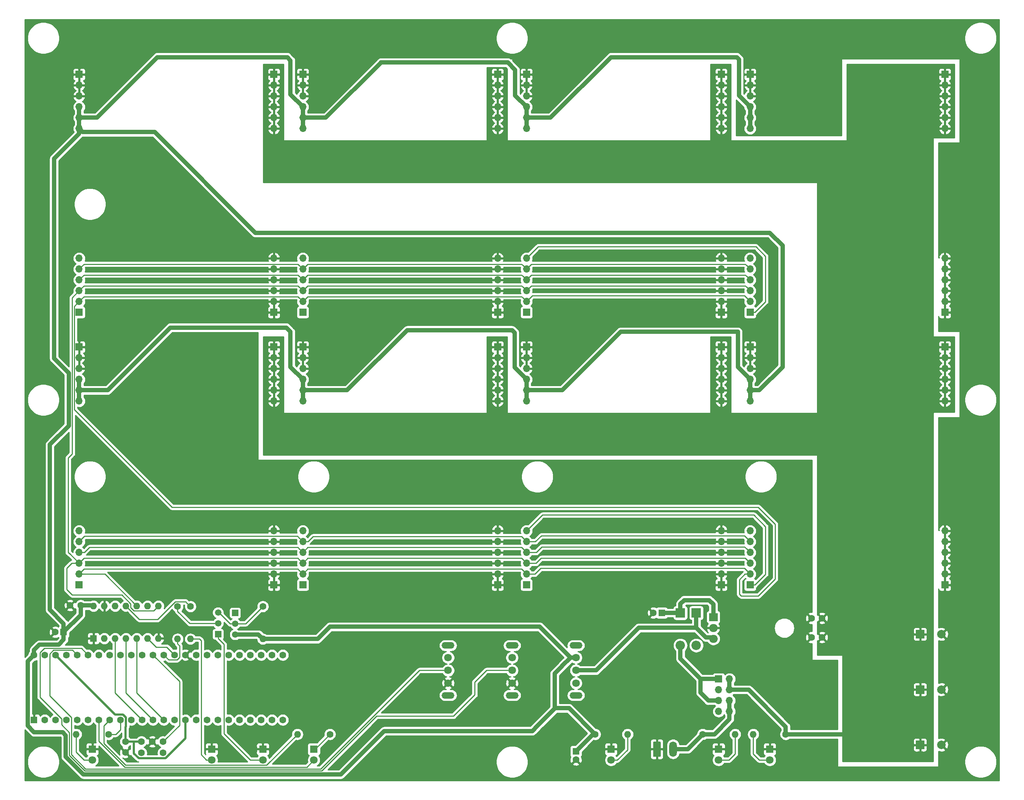
<source format=gbr>
G04 #@! TF.GenerationSoftware,KiCad,Pcbnew,(5.1.2-1)-1*
G04 #@! TF.CreationDate,2020-06-20T02:43:35-05:00*
G04 #@! TF.ProjectId,ShiftDriverMotherboard64,53686966-7444-4726-9976-65724d6f7468,rev?*
G04 #@! TF.SameCoordinates,Original*
G04 #@! TF.FileFunction,Copper,L1,Top*
G04 #@! TF.FilePolarity,Positive*
%FSLAX46Y46*%
G04 Gerber Fmt 4.6, Leading zero omitted, Abs format (unit mm)*
G04 Created by KiCad (PCBNEW (5.1.2-1)-1) date 2020-06-20 02:43:35*
%MOMM*%
%LPD*%
G04 APERTURE LIST*
%ADD10C,2.400000*%
%ADD11C,2.100000*%
%ADD12R,1.700000X1.700000*%
%ADD13O,1.700000X1.700000*%
%ADD14C,1.600000*%
%ADD15R,1.600000X1.600000*%
%ADD16O,1.600000X1.600000*%
%ADD17O,2.200000X2.200000*%
%ADD18R,2.200000X2.200000*%
%ADD19R,1.800000X1.800000*%
%ADD20C,1.800000*%
%ADD21C,0.100000*%
%ADD22O,1.800000X3.600000*%
%ADD23C,1.500000*%
%ADD24R,1.500000X1.500000*%
%ADD25O,3.000000X1.500000*%
%ADD26R,2.000000X1.905000*%
%ADD27O,2.000000X1.905000*%
%ADD28C,2.000000*%
%ADD29R,2.000000X2.000000*%
%ADD30C,1.000000*%
%ADD31C,0.250000*%
%ADD32C,0.500000*%
%ADD33C,0.254000*%
G04 APERTURE END LIST*
D10*
X207420000Y-182250000D03*
X199800000Y-182250000D03*
D11*
X207420000Y-170620000D03*
X207420000Y-168080000D03*
X207420000Y-163000000D03*
X199800000Y-170620000D03*
X199800000Y-168080000D03*
X199800000Y-163000000D03*
D12*
X174110000Y-87540000D03*
D13*
X174110000Y-138340000D03*
X174110000Y-95160000D03*
X174110000Y-100240000D03*
X174110000Y-97700000D03*
X174110000Y-140880000D03*
D12*
X174110000Y-143420000D03*
D13*
X174110000Y-135800000D03*
X174110000Y-130720000D03*
X174110000Y-133260000D03*
X174110000Y-90080000D03*
X174110000Y-92620000D03*
D12*
X128390000Y-143420000D03*
D13*
X128390000Y-135800000D03*
X128390000Y-130720000D03*
X128390000Y-133260000D03*
X128390000Y-140880000D03*
X128390000Y-138340000D03*
X128390000Y-90080000D03*
D12*
X128390000Y-87540000D03*
D13*
X128390000Y-100240000D03*
X128390000Y-92620000D03*
X128390000Y-95160000D03*
X128390000Y-97700000D03*
D12*
X121610000Y-87540000D03*
D13*
X121610000Y-138340000D03*
X121610000Y-95160000D03*
X121610000Y-100240000D03*
X121610000Y-97700000D03*
X121610000Y-140880000D03*
D12*
X121610000Y-143420000D03*
D13*
X121610000Y-135800000D03*
X121610000Y-130720000D03*
X121610000Y-133260000D03*
X121610000Y-90080000D03*
X121610000Y-92620000D03*
D12*
X75890000Y-143420000D03*
D13*
X75890000Y-135800000D03*
X75890000Y-130720000D03*
X75890000Y-133260000D03*
X75890000Y-140880000D03*
X75890000Y-138340000D03*
X75890000Y-90080000D03*
D12*
X75890000Y-87540000D03*
D13*
X75890000Y-100240000D03*
X75890000Y-92620000D03*
X75890000Y-95160000D03*
X75890000Y-97700000D03*
D12*
X69110000Y-87540000D03*
D13*
X69110000Y-138340000D03*
X69110000Y-95160000D03*
X69110000Y-100240000D03*
X69110000Y-97700000D03*
X69110000Y-140880000D03*
D12*
X69110000Y-143420000D03*
D13*
X69110000Y-135800000D03*
X69110000Y-130720000D03*
X69110000Y-133260000D03*
X69110000Y-90080000D03*
X69110000Y-92620000D03*
D12*
X23390000Y-143420000D03*
D13*
X23390000Y-135800000D03*
X23390000Y-130720000D03*
X23390000Y-133260000D03*
X23390000Y-140880000D03*
X23390000Y-138340000D03*
X23390000Y-90080000D03*
D12*
X23390000Y-87540000D03*
D13*
X23390000Y-100240000D03*
X23390000Y-92620000D03*
X23390000Y-95160000D03*
X23390000Y-97700000D03*
D12*
X226610000Y-23540000D03*
D13*
X226610000Y-74340000D03*
X226610000Y-31160000D03*
X226610000Y-36240000D03*
X226610000Y-33700000D03*
X226610000Y-76880000D03*
D12*
X226610000Y-79420000D03*
D13*
X226610000Y-71800000D03*
X226610000Y-66720000D03*
X226610000Y-69260000D03*
X226610000Y-26080000D03*
X226610000Y-28620000D03*
D12*
X180890000Y-79420000D03*
D13*
X180890000Y-71800000D03*
X180890000Y-66720000D03*
X180890000Y-69260000D03*
X180890000Y-76880000D03*
X180890000Y-74340000D03*
X180890000Y-26080000D03*
D12*
X180890000Y-23540000D03*
D13*
X180890000Y-36240000D03*
X180890000Y-28620000D03*
X180890000Y-31160000D03*
X180890000Y-33700000D03*
D12*
X174110000Y-23540000D03*
D13*
X174110000Y-74340000D03*
X174110000Y-31160000D03*
X174110000Y-36240000D03*
X174110000Y-33700000D03*
X174110000Y-76880000D03*
D12*
X174110000Y-79420000D03*
D13*
X174110000Y-71800000D03*
X174110000Y-66720000D03*
X174110000Y-69260000D03*
X174110000Y-26080000D03*
X174110000Y-28620000D03*
D12*
X128390000Y-79420000D03*
D13*
X128390000Y-71800000D03*
X128390000Y-66720000D03*
X128390000Y-69260000D03*
X128390000Y-76880000D03*
X128390000Y-74340000D03*
X128390000Y-26080000D03*
D12*
X128390000Y-23540000D03*
D13*
X128390000Y-36240000D03*
X128390000Y-28620000D03*
X128390000Y-31160000D03*
X128390000Y-33700000D03*
D12*
X121610000Y-23540000D03*
D13*
X121610000Y-74340000D03*
X121610000Y-31160000D03*
X121610000Y-36240000D03*
X121610000Y-33700000D03*
X121610000Y-76880000D03*
D12*
X121610000Y-79420000D03*
D13*
X121610000Y-71800000D03*
X121610000Y-66720000D03*
X121610000Y-69260000D03*
X121610000Y-26080000D03*
X121610000Y-28620000D03*
D12*
X75890000Y-79420000D03*
D13*
X75890000Y-71800000D03*
X75890000Y-66720000D03*
X75890000Y-69260000D03*
X75890000Y-76880000D03*
X75890000Y-74340000D03*
X75890000Y-26080000D03*
D12*
X75890000Y-23540000D03*
D13*
X75890000Y-36240000D03*
X75890000Y-28620000D03*
X75890000Y-31160000D03*
X75890000Y-33700000D03*
D12*
X69110000Y-23540000D03*
D13*
X69110000Y-74340000D03*
X69110000Y-31160000D03*
X69110000Y-36240000D03*
X69110000Y-33700000D03*
X69110000Y-76880000D03*
D12*
X69110000Y-79420000D03*
D13*
X69110000Y-71800000D03*
X69110000Y-66720000D03*
X69110000Y-69260000D03*
X69110000Y-26080000D03*
X69110000Y-28620000D03*
D12*
X23390000Y-79420000D03*
D13*
X23390000Y-71800000D03*
X23390000Y-66720000D03*
X23390000Y-69260000D03*
X23390000Y-76880000D03*
X23390000Y-74340000D03*
X23390000Y-26080000D03*
D12*
X23390000Y-23540000D03*
D13*
X23390000Y-36240000D03*
X23390000Y-28620000D03*
X23390000Y-31160000D03*
X23390000Y-33700000D03*
D12*
X226610000Y-87540000D03*
D13*
X226610000Y-138340000D03*
X226610000Y-95160000D03*
X226610000Y-100240000D03*
X226610000Y-97700000D03*
X226610000Y-140880000D03*
D12*
X226610000Y-143420000D03*
D13*
X226610000Y-135800000D03*
X226610000Y-130720000D03*
X226610000Y-133260000D03*
X226610000Y-90080000D03*
X226610000Y-92620000D03*
D12*
X180890000Y-143420000D03*
D13*
X180890000Y-135800000D03*
X180890000Y-130720000D03*
X180890000Y-133260000D03*
X180890000Y-140880000D03*
X180890000Y-138340000D03*
X180890000Y-90080000D03*
D12*
X180890000Y-87540000D03*
D13*
X180890000Y-100240000D03*
X180890000Y-92620000D03*
X180890000Y-95160000D03*
X180890000Y-97700000D03*
D14*
X53430000Y-175120000D03*
X55970000Y-175120000D03*
X58510000Y-175120000D03*
X61050000Y-175120000D03*
X50890000Y-175120000D03*
X48350000Y-175120000D03*
X45810000Y-175120000D03*
X63590000Y-175120000D03*
X66130000Y-175120000D03*
X68670000Y-175120000D03*
X71210000Y-175120000D03*
X71210000Y-159880000D03*
X68670000Y-159880000D03*
X66130000Y-159880000D03*
X63590000Y-159880000D03*
X61050000Y-159880000D03*
X58510000Y-159880000D03*
X55970000Y-159880000D03*
X53430000Y-159880000D03*
X43270000Y-175120000D03*
X40730000Y-175120000D03*
X38190000Y-175120000D03*
X35650000Y-175120000D03*
X33110000Y-175120000D03*
X30570000Y-175120000D03*
X28030000Y-175120000D03*
X25490000Y-175120000D03*
X22950000Y-175120000D03*
X20410000Y-175120000D03*
X17870000Y-175120000D03*
X15330000Y-175120000D03*
D15*
X12790000Y-175120000D03*
D14*
X50890000Y-159880000D03*
X48350000Y-159880000D03*
X45810000Y-159880000D03*
X43270000Y-159880000D03*
X40730000Y-159880000D03*
X38190000Y-159880000D03*
X35650000Y-159880000D03*
X33110000Y-159880000D03*
X30570000Y-159880000D03*
X28030000Y-159880000D03*
X25490000Y-159880000D03*
X22950000Y-159880000D03*
X20410000Y-159880000D03*
X17870000Y-159880000D03*
X15330000Y-159880000D03*
X12790000Y-159880000D03*
D15*
X26750000Y-156000000D03*
D16*
X41990000Y-148380000D03*
X29290000Y-156000000D03*
X39450000Y-148380000D03*
X31830000Y-156000000D03*
X36910000Y-148380000D03*
X34370000Y-156000000D03*
X34370000Y-148380000D03*
X36910000Y-156000000D03*
X31830000Y-148380000D03*
X39450000Y-156000000D03*
X29290000Y-148380000D03*
X41990000Y-156000000D03*
X26750000Y-148380000D03*
D14*
X38000000Y-180250000D03*
X40540000Y-180250000D03*
X43080000Y-180250000D03*
X38000000Y-182875000D03*
X43080000Y-182875000D03*
D15*
X140000000Y-182500000D03*
D14*
X140000000Y-184500000D03*
X21250000Y-148250000D03*
X23750000Y-148250000D03*
X197800000Y-151250000D03*
X195300000Y-151250000D03*
X158150000Y-150000000D03*
D15*
X160150000Y-150000000D03*
D17*
X168250000Y-157620000D03*
D18*
X168250000Y-150000000D03*
D19*
X148250000Y-182000000D03*
D20*
X148250000Y-184540000D03*
D19*
X185500000Y-182000000D03*
D20*
X185500000Y-184540000D03*
X54500000Y-184540000D03*
D19*
X54500000Y-182000000D03*
D20*
X66500000Y-184540000D03*
D19*
X66500000Y-182000000D03*
D18*
X164500000Y-150000000D03*
D17*
X164500000Y-157620000D03*
D20*
X26500000Y-184540000D03*
D19*
X26500000Y-182000000D03*
X78500000Y-182000000D03*
D20*
X78500000Y-184540000D03*
D12*
X173500000Y-165500000D03*
D13*
X176040000Y-165500000D03*
X173500000Y-168040000D03*
X176040000Y-168040000D03*
X173500000Y-170580000D03*
X176040000Y-170580000D03*
X173500000Y-173120000D03*
X176040000Y-173120000D03*
D21*
G36*
X159674504Y-180201204D02*
G01*
X159698773Y-180204804D01*
X159722571Y-180210765D01*
X159745671Y-180219030D01*
X159767849Y-180229520D01*
X159788893Y-180242133D01*
X159808598Y-180256747D01*
X159826777Y-180273223D01*
X159843253Y-180291402D01*
X159857867Y-180311107D01*
X159870480Y-180332151D01*
X159880970Y-180354329D01*
X159889235Y-180377429D01*
X159895196Y-180401227D01*
X159898796Y-180425496D01*
X159900000Y-180450000D01*
X159900000Y-183550000D01*
X159898796Y-183574504D01*
X159895196Y-183598773D01*
X159889235Y-183622571D01*
X159880970Y-183645671D01*
X159870480Y-183667849D01*
X159857867Y-183688893D01*
X159843253Y-183708598D01*
X159826777Y-183726777D01*
X159808598Y-183743253D01*
X159788893Y-183757867D01*
X159767849Y-183770480D01*
X159745671Y-183780970D01*
X159722571Y-183789235D01*
X159698773Y-183795196D01*
X159674504Y-183798796D01*
X159650000Y-183800000D01*
X158350000Y-183800000D01*
X158325496Y-183798796D01*
X158301227Y-183795196D01*
X158277429Y-183789235D01*
X158254329Y-183780970D01*
X158232151Y-183770480D01*
X158211107Y-183757867D01*
X158191402Y-183743253D01*
X158173223Y-183726777D01*
X158156747Y-183708598D01*
X158142133Y-183688893D01*
X158129520Y-183667849D01*
X158119030Y-183645671D01*
X158110765Y-183622571D01*
X158104804Y-183598773D01*
X158101204Y-183574504D01*
X158100000Y-183550000D01*
X158100000Y-180450000D01*
X158101204Y-180425496D01*
X158104804Y-180401227D01*
X158110765Y-180377429D01*
X158119030Y-180354329D01*
X158129520Y-180332151D01*
X158142133Y-180311107D01*
X158156747Y-180291402D01*
X158173223Y-180273223D01*
X158191402Y-180256747D01*
X158211107Y-180242133D01*
X158232151Y-180229520D01*
X158254329Y-180219030D01*
X158277429Y-180210765D01*
X158301227Y-180204804D01*
X158325496Y-180201204D01*
X158350000Y-180200000D01*
X159650000Y-180200000D01*
X159674504Y-180201204D01*
X159674504Y-180201204D01*
G37*
D20*
X159000000Y-182000000D03*
D22*
X162810000Y-182000000D03*
X162810000Y-182000000D03*
D21*
G36*
X159674504Y-180201204D02*
G01*
X159698773Y-180204804D01*
X159722571Y-180210765D01*
X159745671Y-180219030D01*
X159767849Y-180229520D01*
X159788893Y-180242133D01*
X159808598Y-180256747D01*
X159826777Y-180273223D01*
X159843253Y-180291402D01*
X159857867Y-180311107D01*
X159870480Y-180332151D01*
X159880970Y-180354329D01*
X159889235Y-180377429D01*
X159895196Y-180401227D01*
X159898796Y-180425496D01*
X159900000Y-180450000D01*
X159900000Y-183550000D01*
X159898796Y-183574504D01*
X159895196Y-183598773D01*
X159889235Y-183622571D01*
X159880970Y-183645671D01*
X159870480Y-183667849D01*
X159857867Y-183688893D01*
X159843253Y-183708598D01*
X159826777Y-183726777D01*
X159808598Y-183743253D01*
X159788893Y-183757867D01*
X159767849Y-183770480D01*
X159745671Y-183780970D01*
X159722571Y-183789235D01*
X159698773Y-183795196D01*
X159674504Y-183798796D01*
X159650000Y-183800000D01*
X158350000Y-183800000D01*
X158325496Y-183798796D01*
X158301227Y-183795196D01*
X158277429Y-183789235D01*
X158254329Y-183780970D01*
X158232151Y-183770480D01*
X158211107Y-183757867D01*
X158191402Y-183743253D01*
X158173223Y-183726777D01*
X158156747Y-183708598D01*
X158142133Y-183688893D01*
X158129520Y-183667849D01*
X158119030Y-183645671D01*
X158110765Y-183622571D01*
X158104804Y-183598773D01*
X158101204Y-183574504D01*
X158100000Y-183550000D01*
X158100000Y-180450000D01*
X158101204Y-180425496D01*
X158104804Y-180401227D01*
X158110765Y-180377429D01*
X158119030Y-180354329D01*
X158129520Y-180332151D01*
X158142133Y-180311107D01*
X158156747Y-180291402D01*
X158173223Y-180273223D01*
X158191402Y-180256747D01*
X158211107Y-180242133D01*
X158232151Y-180229520D01*
X158254329Y-180219030D01*
X158277429Y-180210765D01*
X158301227Y-180204804D01*
X158325496Y-180201204D01*
X158350000Y-180200000D01*
X159650000Y-180200000D01*
X159674504Y-180201204D01*
X159674504Y-180201204D01*
G37*
D20*
X159000000Y-182000000D03*
D23*
X56000000Y-152460000D03*
X56000000Y-149920000D03*
D24*
X56000000Y-155000000D03*
X60000000Y-150000000D03*
D23*
X60000000Y-155080000D03*
X60000000Y-152540000D03*
D14*
X66500000Y-148500000D03*
D16*
X66500000Y-156120000D03*
D14*
X144500000Y-178500000D03*
D16*
X152120000Y-178500000D03*
D14*
X189250000Y-178500000D03*
D16*
X181630000Y-178500000D03*
X49500000Y-156120000D03*
D14*
X49500000Y-148500000D03*
X46500000Y-148500000D03*
D16*
X46500000Y-156120000D03*
X22680000Y-178500000D03*
D14*
X30300000Y-178500000D03*
D16*
X74630000Y-178500000D03*
D14*
X82250000Y-178500000D03*
D25*
X140000000Y-157650000D03*
X140000000Y-169350000D03*
D20*
X140000000Y-166500000D03*
X140000000Y-163500000D03*
X140000000Y-160500000D03*
X110000000Y-160500000D03*
X110000000Y-163500000D03*
X110000000Y-166500000D03*
D25*
X110000000Y-169350000D03*
X110000000Y-157650000D03*
D20*
X125000000Y-160500000D03*
X125000000Y-163500000D03*
X125000000Y-166500000D03*
D25*
X125000000Y-169350000D03*
X125000000Y-157650000D03*
D26*
X172250000Y-151000000D03*
D27*
X172250000Y-153540000D03*
X172250000Y-156080000D03*
D14*
X195300000Y-155750000D03*
X197800000Y-155750000D03*
D28*
X225800000Y-155000000D03*
D29*
X220800000Y-155000000D03*
D28*
X225800000Y-181000000D03*
D29*
X220800000Y-181000000D03*
X220800000Y-168000000D03*
D28*
X225800000Y-168000000D03*
D19*
X173500000Y-182000000D03*
D20*
X173500000Y-184540000D03*
D14*
X169750000Y-178500000D03*
D16*
X177370000Y-178500000D03*
D15*
X19750000Y-154500000D03*
D14*
X17750000Y-154500000D03*
X34250000Y-182750000D03*
X34250000Y-180250000D03*
D30*
X138727208Y-160500000D02*
X136750000Y-162477208D01*
X140000000Y-160500000D02*
X138727208Y-160500000D01*
X144000000Y-178500000D02*
X140000000Y-182500000D01*
X144500000Y-178500000D02*
X144000000Y-178500000D01*
X65460000Y-155080000D02*
X66500000Y-156120000D01*
X60000000Y-155080000D02*
X65460000Y-155080000D01*
X11990001Y-160679999D02*
X12790000Y-159880000D01*
X11289999Y-176480001D02*
X11289999Y-161380001D01*
X12809998Y-178000000D02*
X11289999Y-176480001D01*
X19500000Y-178000000D02*
X12809998Y-178000000D01*
X20259983Y-178759983D02*
X19500000Y-178000000D01*
X11289999Y-161380001D02*
X11990001Y-160679999D01*
X24386888Y-187940038D02*
X20259983Y-183813131D01*
X84809961Y-187940039D02*
X24386888Y-187940038D01*
X20259983Y-183813131D02*
X20259983Y-178759983D01*
X23750000Y-150500000D02*
X19750000Y-154500000D01*
X23750000Y-148250000D02*
X23750000Y-150500000D01*
X26620000Y-148250000D02*
X26750000Y-148380000D01*
X23750000Y-148250000D02*
X26620000Y-148250000D01*
X14058650Y-157479980D02*
X12790000Y-158748630D01*
X19750000Y-156300000D02*
X18570020Y-157479980D01*
X12790000Y-158748630D02*
X12790000Y-159880000D01*
X18570020Y-157479980D02*
X14058650Y-157479980D01*
X19750000Y-154500000D02*
X19750000Y-156300000D01*
X95000000Y-177750000D02*
X94875000Y-177875000D01*
X94875000Y-177875000D02*
X84809961Y-187940039D01*
X129750000Y-177750000D02*
X95000000Y-177750000D01*
X131000000Y-176500000D02*
X129750000Y-177750000D01*
X136750000Y-162477208D02*
X136750000Y-162500000D01*
X136750000Y-162500000D02*
X135000000Y-164250000D01*
X135000000Y-172250000D02*
X135125000Y-172375000D01*
X135000000Y-164250000D02*
X135000000Y-172250000D01*
X135125000Y-172375000D02*
X131000000Y-176500000D01*
X138375000Y-172375000D02*
X144500000Y-178500000D01*
X135125000Y-172375000D02*
X138375000Y-172375000D01*
X66500000Y-156120000D02*
X79380000Y-156120000D01*
X79380000Y-156120000D02*
X82250000Y-153250000D01*
X131477208Y-153250000D02*
X138727208Y-160500000D01*
X82250000Y-153250000D02*
X131477208Y-153250000D01*
X180890000Y-31160000D02*
X180890000Y-36240000D01*
X180890000Y-31160000D02*
X178250000Y-28520000D01*
X178250000Y-28520000D02*
X178250000Y-20000000D01*
X178250000Y-20000000D02*
X177750000Y-19500000D01*
X177750000Y-19500000D02*
X148250000Y-19500000D01*
X134050000Y-33700000D02*
X128390000Y-33700000D01*
X148250000Y-19500000D02*
X134050000Y-33700000D01*
X128390000Y-31160000D02*
X128390000Y-36240000D01*
X81300000Y-33700000D02*
X75890000Y-33700000D01*
X75890000Y-31160000D02*
X75890000Y-36240000D01*
X75890000Y-31160000D02*
X73000000Y-28270000D01*
X73000000Y-28270000D02*
X73000000Y-20250000D01*
X73000000Y-20250000D02*
X72250000Y-19500000D01*
X72250000Y-19500000D02*
X41750000Y-19500000D01*
X27550000Y-33700000D02*
X23390000Y-33700000D01*
X41750000Y-19500000D02*
X27550000Y-33700000D01*
X23390000Y-31160000D02*
X23390000Y-36240000D01*
X94250000Y-20750000D02*
X94125000Y-20875000D01*
X124000000Y-20750000D02*
X94250000Y-20750000D01*
X128390000Y-31160000D02*
X125750000Y-28520000D01*
X125750000Y-22500000D02*
X124000000Y-20750000D01*
X125750000Y-28520000D02*
X125750000Y-22500000D01*
X94125000Y-20875000D02*
X81300000Y-33700000D01*
X24239999Y-37089999D02*
X41089999Y-37089999D01*
X23390000Y-36240000D02*
X24239999Y-37089999D01*
X41089999Y-37089999D02*
X64750000Y-60750000D01*
X64750000Y-60750000D02*
X185500000Y-60750000D01*
X185500000Y-60750000D02*
X188500000Y-63750000D01*
X188500000Y-63750000D02*
X188500000Y-92250000D01*
X183050000Y-97700000D02*
X180890000Y-97700000D01*
X188500000Y-92250000D02*
X183050000Y-97700000D01*
X180890000Y-95160000D02*
X180890000Y-100240000D01*
X150500000Y-84000000D02*
X136800000Y-97700000D01*
X136800000Y-97700000D02*
X128390000Y-97700000D01*
X178000000Y-84000000D02*
X150500000Y-84000000D01*
X178000000Y-92270000D02*
X178000000Y-84000000D01*
X180890000Y-95160000D02*
X178000000Y-92270000D01*
X128390000Y-95160000D02*
X128390000Y-100240000D01*
X128390000Y-95160000D02*
X125600000Y-92370000D01*
X125600000Y-92370000D02*
X125600000Y-84200000D01*
X125600000Y-84200000D02*
X125000000Y-83600000D01*
X125000000Y-83600000D02*
X100400000Y-83600000D01*
X86300000Y-97700000D02*
X75890000Y-97700000D01*
X100400000Y-83600000D02*
X86300000Y-97700000D01*
X75890000Y-95160000D02*
X75890000Y-100240000D01*
X75890000Y-95160000D02*
X73000000Y-92270000D01*
X73000000Y-92270000D02*
X73000000Y-84000000D01*
X73000000Y-84000000D02*
X72000000Y-83000000D01*
X72000000Y-83000000D02*
X44800000Y-83000000D01*
X30100000Y-97700000D02*
X23390000Y-97700000D01*
X44800000Y-83000000D02*
X30100000Y-97700000D01*
X23390000Y-95160000D02*
X23390000Y-100240000D01*
X17500000Y-90250000D02*
X17500000Y-43332080D01*
X20939979Y-93689979D02*
X17500000Y-90250000D01*
X23390000Y-37442081D02*
X23390000Y-36240000D01*
X16500000Y-149250000D02*
X16500000Y-110500000D01*
X16500000Y-110500000D02*
X20939979Y-106060021D01*
X17500000Y-43332080D02*
X23390000Y-37442081D01*
X19750000Y-154500000D02*
X19750000Y-152500000D01*
X19750000Y-152500000D02*
X16500000Y-149250000D01*
X20939979Y-106060021D02*
X20939979Y-93689979D01*
X203670000Y-178500000D02*
X207420000Y-182250000D01*
X189250000Y-178500000D02*
X203670000Y-178500000D01*
X176040000Y-165500000D02*
X176040000Y-168040000D01*
X189250000Y-176750000D02*
X189250000Y-178500000D01*
X180540000Y-168040000D02*
X189250000Y-176750000D01*
X176040000Y-168040000D02*
X180540000Y-168040000D01*
X164500000Y-147900000D02*
X165400000Y-147000000D01*
X164500000Y-150000000D02*
X164500000Y-147900000D01*
X165400000Y-147000000D02*
X171250000Y-147000000D01*
X172250000Y-148000000D02*
X172250000Y-151000000D01*
X171250000Y-147000000D02*
X172250000Y-148000000D01*
X160150000Y-150000000D02*
X164500000Y-150000000D01*
X170500000Y-155750000D02*
X171920000Y-155750000D01*
X171920000Y-155750000D02*
X172250000Y-156080000D01*
X168250000Y-153500000D02*
X170500000Y-155750000D01*
X168250000Y-150000000D02*
X168250000Y-153500000D01*
X168250000Y-153500000D02*
X154750000Y-153500000D01*
X154750000Y-153500000D02*
X144750000Y-163500000D01*
X144750000Y-163500000D02*
X140000000Y-163500000D01*
D31*
X152120000Y-182130000D02*
X149710000Y-184540000D01*
X149710000Y-184540000D02*
X148250000Y-184540000D01*
X152120000Y-178500000D02*
X152120000Y-182130000D01*
X181630000Y-183130000D02*
X181630000Y-178500000D01*
X183040000Y-184540000D02*
X181630000Y-183130000D01*
X185500000Y-184540000D02*
X183040000Y-184540000D01*
X51620000Y-156120000D02*
X49500000Y-156120000D01*
X52015001Y-156515001D02*
X51620000Y-156120000D01*
X52015001Y-183265001D02*
X52015001Y-156515001D01*
X54500000Y-184540000D02*
X53227208Y-184540000D01*
X53187208Y-184437208D02*
X52015001Y-183265001D01*
X53187208Y-184500000D02*
X53187208Y-184437208D01*
X53227208Y-184540000D02*
X53187208Y-184500000D01*
X57384999Y-157384999D02*
X57384999Y-178384999D01*
X56000000Y-156000000D02*
X57384999Y-157384999D01*
X56000000Y-155000000D02*
X56000000Y-156000000D01*
X63540000Y-184540000D02*
X66500000Y-184540000D01*
X57384999Y-178384999D02*
X63540000Y-184540000D01*
D30*
X164500000Y-157620000D02*
X164500000Y-160750000D01*
X169250000Y-165500000D02*
X173500000Y-165500000D01*
X164500000Y-160750000D02*
X169250000Y-165500000D01*
X169250000Y-165500000D02*
X169250000Y-168750000D01*
X171080000Y-170580000D02*
X173500000Y-170580000D01*
X169250000Y-168750000D02*
X171080000Y-170580000D01*
D31*
X24540000Y-184540000D02*
X26500000Y-184540000D01*
X22680000Y-182680000D02*
X24540000Y-184540000D01*
X22680000Y-178500000D02*
X22680000Y-182680000D01*
X78750000Y-182000000D02*
X78500000Y-182000000D01*
X82250000Y-178500000D02*
X78750000Y-182000000D01*
X67364999Y-185765001D02*
X34265001Y-185765001D01*
X74630000Y-178500000D02*
X67364999Y-185765001D01*
X29174999Y-180674999D02*
X29174999Y-176515001D01*
X29770001Y-175919999D02*
X30570000Y-175120000D01*
X29174999Y-176515001D02*
X29770001Y-175919999D01*
X34265001Y-185765001D02*
X29174999Y-180674999D01*
X49328630Y-152460000D02*
X54939340Y-152460000D01*
X54939340Y-152460000D02*
X56000000Y-152460000D01*
X46500000Y-149631370D02*
X49328630Y-152460000D01*
X46500000Y-148500000D02*
X46500000Y-149631370D01*
X56170000Y-149920000D02*
X56000000Y-149920000D01*
X58790000Y-152540000D02*
X56170000Y-149920000D01*
X60000000Y-152540000D02*
X58790000Y-152540000D01*
X62460000Y-152540000D02*
X66500000Y-148500000D01*
X60000000Y-152540000D02*
X62460000Y-152540000D01*
X74630000Y-132000000D02*
X75040001Y-132410001D01*
X24650000Y-132000000D02*
X74630000Y-132000000D01*
X75040001Y-132410001D02*
X75890000Y-133260000D01*
X23390000Y-133260000D02*
X24650000Y-132000000D01*
X127540001Y-68410001D02*
X128390000Y-69260000D01*
X127214999Y-68084999D02*
X127540001Y-68410001D01*
X77065001Y-68084999D02*
X127214999Y-68084999D01*
X75890000Y-69260000D02*
X77065001Y-68084999D01*
X75040001Y-68410001D02*
X75890000Y-69260000D01*
X74714999Y-68084999D02*
X75040001Y-68410001D01*
X24565001Y-68084999D02*
X74714999Y-68084999D01*
X23390000Y-69260000D02*
X24565001Y-68084999D01*
X179525001Y-131895001D02*
X180040001Y-132410001D01*
X131854999Y-131895001D02*
X179525001Y-131895001D01*
X130490000Y-133260000D02*
X131854999Y-131895001D01*
X180040001Y-132410001D02*
X180890000Y-133260000D01*
X128390000Y-133260000D02*
X130490000Y-133260000D01*
X127540001Y-132410001D02*
X128390000Y-133260000D01*
X127214999Y-132084999D02*
X127540001Y-132410001D01*
X78267082Y-132084999D02*
X127214999Y-132084999D01*
X77092081Y-133260000D02*
X78267082Y-132084999D01*
X75890000Y-133260000D02*
X77092081Y-133260000D01*
X179714999Y-68084999D02*
X180040001Y-68410001D01*
X129565001Y-68084999D02*
X179714999Y-68084999D01*
X180040001Y-68410001D02*
X180890000Y-69260000D01*
X128390000Y-69260000D02*
X129565001Y-68084999D01*
X48700001Y-147700001D02*
X49500000Y-148500000D01*
X34370000Y-148380000D02*
X37490000Y-151500000D01*
X48374999Y-147374999D02*
X48700001Y-147700001D01*
X45959999Y-147374999D02*
X48374999Y-147374999D01*
X41834998Y-151500000D02*
X45959999Y-147374999D01*
X37490000Y-151500000D02*
X41834998Y-151500000D01*
X127214999Y-134624999D02*
X127540001Y-134950001D01*
X127540001Y-134950001D02*
X128390000Y-135800000D01*
X77065001Y-134624999D02*
X127214999Y-134624999D01*
X75890000Y-135800000D02*
X77065001Y-134624999D01*
X180040001Y-134950001D02*
X180890000Y-135800000D01*
X179590000Y-134500000D02*
X180040001Y-134950001D01*
X75040001Y-134950001D02*
X75890000Y-135800000D01*
X74714999Y-134624999D02*
X75040001Y-134950001D01*
X25767082Y-134624999D02*
X74714999Y-134624999D01*
X24592081Y-135800000D02*
X25767082Y-134624999D01*
X23390000Y-135800000D02*
X24592081Y-135800000D01*
X180040001Y-70950001D02*
X180890000Y-71800000D01*
X179714999Y-70624999D02*
X180040001Y-70950001D01*
X129565001Y-70624999D02*
X179714999Y-70624999D01*
X128390000Y-71800000D02*
X129565001Y-70624999D01*
X127214999Y-70624999D02*
X127540001Y-70950001D01*
X77065001Y-70624999D02*
X127214999Y-70624999D01*
X127540001Y-70950001D02*
X128390000Y-71800000D01*
X75890000Y-71800000D02*
X77065001Y-70624999D01*
X75040001Y-70950001D02*
X75890000Y-71800000D01*
X74714999Y-70624999D02*
X75040001Y-70950001D01*
X24565001Y-70624999D02*
X74714999Y-70624999D01*
X23390000Y-71800000D02*
X24565001Y-70624999D01*
X130700000Y-135800000D02*
X132000000Y-134500000D01*
X128390000Y-135800000D02*
X130700000Y-135800000D01*
X132000000Y-134500000D02*
X179590000Y-134500000D01*
X46350001Y-161005001D02*
X46935001Y-160420001D01*
X46935001Y-160420001D02*
X46935001Y-157686371D01*
X44395001Y-161005001D02*
X46350001Y-161005001D01*
X46935001Y-157686371D02*
X46500000Y-157251370D01*
X46500000Y-157251370D02*
X46500000Y-156120000D01*
X43270000Y-159880000D02*
X44395001Y-161005001D01*
X33110000Y-175120000D02*
X33110000Y-177390000D01*
X33110000Y-177390000D02*
X32000000Y-178500000D01*
X32000000Y-178500000D02*
X30300000Y-178500000D01*
X28030000Y-180166410D02*
X28030000Y-176251370D01*
X34078600Y-186215010D02*
X28030000Y-180166410D01*
X76824989Y-186215011D02*
X34078600Y-186215010D01*
X28030000Y-176251370D02*
X28030000Y-175120000D01*
X78500000Y-184540000D02*
X76824989Y-186215011D01*
X103250000Y-163500000D02*
X110000000Y-163500000D01*
X80084981Y-186665019D02*
X103250000Y-163500000D01*
X24915019Y-186665019D02*
X80084981Y-186665019D01*
X21535001Y-174579999D02*
X21535001Y-183285001D01*
X21824999Y-158754999D02*
X17329999Y-158754999D01*
X16455001Y-169499999D02*
X21535001Y-174579999D01*
X17329999Y-158754999D02*
X16455001Y-159629997D01*
X21535001Y-183285001D02*
X24915019Y-186665019D01*
X16455001Y-159629997D02*
X16455001Y-169499999D01*
X22950000Y-159880000D02*
X21824999Y-158754999D01*
X116250000Y-166250000D02*
X119000000Y-163500000D01*
X21084992Y-183471402D02*
X24728619Y-187115029D01*
X119000000Y-163500000D02*
X125000000Y-163500000D01*
X21084991Y-178084991D02*
X21084992Y-183471402D01*
X15240008Y-158304990D02*
X14204999Y-159339999D01*
X19284999Y-174869997D02*
X19284999Y-176284999D01*
X14204999Y-169789997D02*
X19284999Y-174869997D01*
X14204999Y-159339999D02*
X14204999Y-169789997D01*
X23914990Y-158304990D02*
X15240008Y-158304990D01*
X19284999Y-176284999D02*
X21084991Y-178084991D01*
X25490000Y-159880000D02*
X23914990Y-158304990D01*
X116250000Y-166250000D02*
X116250000Y-169250000D01*
X116250000Y-169250000D02*
X111250000Y-174250000D01*
X111250000Y-174250000D02*
X93230058Y-174250000D01*
X93230058Y-174250000D02*
X80365029Y-187115029D01*
X24728619Y-187115029D02*
X80365029Y-187115029D01*
X77065001Y-139704999D02*
X127214999Y-139704999D01*
X127540001Y-140030001D02*
X128390000Y-140880000D01*
X127214999Y-139704999D02*
X127540001Y-140030001D01*
X75890000Y-140880000D02*
X77065001Y-139704999D01*
X75040001Y-140030001D02*
X75890000Y-140880000D01*
X74714999Y-139704999D02*
X75040001Y-140030001D01*
X24565001Y-139704999D02*
X74714999Y-139704999D01*
X23390000Y-140880000D02*
X24565001Y-139704999D01*
X180040001Y-76030001D02*
X180890000Y-76880000D01*
X179525001Y-75515001D02*
X180040001Y-76030001D01*
X129754999Y-75515001D02*
X179525001Y-75515001D01*
X128390000Y-76880000D02*
X129754999Y-75515001D01*
X127540001Y-76030001D02*
X128390000Y-76880000D01*
X127214999Y-75704999D02*
X127540001Y-76030001D01*
X77065001Y-75704999D02*
X127214999Y-75704999D01*
X75890000Y-76880000D02*
X77065001Y-75704999D01*
X75040001Y-76030001D02*
X75890000Y-76880000D01*
X74714999Y-75704999D02*
X75040001Y-76030001D01*
X24565001Y-75704999D02*
X74714999Y-75704999D01*
X23390000Y-76880000D02*
X24565001Y-75704999D01*
X29410000Y-140880000D02*
X23390000Y-140880000D01*
X36910000Y-148380000D02*
X29410000Y-140880000D01*
X180890000Y-140880000D02*
X179525001Y-139515001D01*
X130370000Y-140880000D02*
X131734999Y-139515001D01*
X128390000Y-140880000D02*
X130370000Y-140880000D01*
X179525001Y-139515001D02*
X131734999Y-139515001D01*
X180890000Y-140880000D02*
X179687919Y-140880000D01*
X22214999Y-102214999D02*
X27600000Y-107600000D01*
X186800000Y-142000000D02*
X186800000Y-129200000D01*
X179687919Y-140880000D02*
X178400000Y-142167919D01*
X186800000Y-129200000D02*
X182800000Y-125200000D01*
X182800000Y-125200000D02*
X45200000Y-125200000D01*
X45200000Y-125200000D02*
X27600000Y-107600000D01*
X22214999Y-78055001D02*
X22214999Y-102214999D01*
X23390000Y-76880000D02*
X22214999Y-78055001D01*
X178800000Y-146000000D02*
X182800000Y-146000000D01*
X178400000Y-142167919D02*
X178400000Y-145600000D01*
X182800000Y-146000000D02*
X186800000Y-142000000D01*
X178400000Y-145600000D02*
X178800000Y-146000000D01*
X180040001Y-137490001D02*
X180890000Y-138340000D01*
X179714999Y-137164999D02*
X180040001Y-137490001D01*
X74714999Y-137164999D02*
X75040001Y-137490001D01*
X24565001Y-137164999D02*
X74714999Y-137164999D01*
X75040001Y-137490001D02*
X75890000Y-138340000D01*
X23390000Y-138340000D02*
X24565001Y-137164999D01*
X179714999Y-73164999D02*
X180040001Y-73490001D01*
X129565001Y-73164999D02*
X179714999Y-73164999D01*
X180040001Y-73490001D02*
X180890000Y-74340000D01*
X128390000Y-74340000D02*
X129565001Y-73164999D01*
X127540001Y-73490001D02*
X128390000Y-74340000D01*
X127214999Y-73164999D02*
X127540001Y-73490001D01*
X77065001Y-73164999D02*
X127214999Y-73164999D01*
X75890000Y-74340000D02*
X77065001Y-73164999D01*
X75040001Y-73490001D02*
X75890000Y-74340000D01*
X74714999Y-73164999D02*
X75040001Y-73490001D01*
X24565001Y-73164999D02*
X74714999Y-73164999D01*
X23390000Y-74340000D02*
X24565001Y-73164999D01*
X35495001Y-148745001D02*
X35495001Y-147839999D01*
X36255001Y-149505001D02*
X35495001Y-148745001D01*
X40864999Y-149505001D02*
X36255001Y-149505001D01*
X35495001Y-147839999D02*
X33405002Y-145750000D01*
X41990000Y-148380000D02*
X40864999Y-149505001D01*
X33405002Y-145750000D02*
X21750000Y-145750000D01*
X21750000Y-145750000D02*
X20500000Y-144500000D01*
X20500000Y-144500000D02*
X20500000Y-139500000D01*
X21660000Y-138340000D02*
X23390000Y-138340000D01*
X20500000Y-139500000D02*
X21660000Y-138340000D01*
X21150000Y-136150000D02*
X20800000Y-135800000D01*
X21200000Y-136150000D02*
X21150000Y-136150000D01*
X23390000Y-138340000D02*
X21200000Y-136150000D01*
X21764989Y-112635011D02*
X20800000Y-113600000D01*
X23390000Y-74340000D02*
X21764989Y-75965011D01*
X21764989Y-75965011D02*
X21764989Y-112635011D01*
X20800000Y-135800000D02*
X20800000Y-113600000D01*
X130660000Y-138340000D02*
X131835001Y-137164999D01*
X128390000Y-138340000D02*
X130660000Y-138340000D01*
X131835001Y-137164999D02*
X179714999Y-137164999D01*
X77065001Y-137164999D02*
X75890000Y-138340000D01*
X127214999Y-137164999D02*
X77065001Y-137164999D01*
X128390000Y-138340000D02*
X127214999Y-137164999D01*
X181990000Y-79420000D02*
X180890000Y-79420000D01*
X184500000Y-76910000D02*
X181990000Y-79420000D01*
X184500000Y-66250000D02*
X184500000Y-76910000D01*
X182250000Y-64000000D02*
X184500000Y-66250000D01*
X131110000Y-64000000D02*
X182250000Y-64000000D01*
X128390000Y-66720000D02*
X131110000Y-64000000D01*
X132110000Y-127000000D02*
X181750000Y-127000000D01*
X128390000Y-130720000D02*
X132110000Y-127000000D01*
X181750000Y-127000000D02*
X184500000Y-129750000D01*
X181990000Y-143420000D02*
X180890000Y-143420000D01*
X184500000Y-140910000D02*
X181990000Y-143420000D01*
X184500000Y-129750000D02*
X184500000Y-140910000D01*
D32*
X34399999Y-174559997D02*
X34399999Y-176649999D01*
X33710001Y-173869999D02*
X34399999Y-174559997D01*
X31859999Y-173869999D02*
X33710001Y-173869999D01*
X17870000Y-159880000D02*
X31859999Y-173869999D01*
X34250000Y-176799998D02*
X34250000Y-180250000D01*
X34399999Y-176649999D02*
X34250000Y-176799998D01*
X34250000Y-180250000D02*
X36250000Y-180250000D01*
X36250000Y-180250000D02*
X38000000Y-180250000D01*
X36250000Y-183000000D02*
X36250000Y-180250000D01*
X43680001Y-184125001D02*
X37375001Y-184125001D01*
X48350000Y-179455002D02*
X43680001Y-184125001D01*
X37375001Y-184125001D02*
X36250000Y-183000000D01*
X48350000Y-175120000D02*
X48350000Y-179455002D01*
D31*
X36910000Y-168760000D02*
X43270000Y-175120000D01*
X36910000Y-156000000D02*
X36910000Y-168760000D01*
X34370000Y-168760000D02*
X40730000Y-175120000D01*
X34370000Y-156000000D02*
X34370000Y-168760000D01*
X31830000Y-168760000D02*
X38190000Y-175120000D01*
X31830000Y-156000000D02*
X31830000Y-168760000D01*
X39450000Y-156000000D02*
X41450000Y-158000000D01*
X43930000Y-158000000D02*
X45810000Y-159880000D01*
X41450000Y-158000000D02*
X43930000Y-158000000D01*
X46935001Y-176394999D02*
X43879999Y-179450001D01*
X43879999Y-179450001D02*
X43080000Y-180250000D01*
X46935001Y-166085001D02*
X46935001Y-176394999D01*
X40730000Y-159880000D02*
X46935001Y-166085001D01*
D30*
X166250000Y-182000000D02*
X169750000Y-178500000D01*
X162810000Y-182000000D02*
X166250000Y-182000000D01*
X176040000Y-170580000D02*
X176040000Y-173120000D01*
X176040000Y-174960000D02*
X176040000Y-173120000D01*
X172500000Y-178500000D02*
X176040000Y-174960000D01*
X169750000Y-178500000D02*
X172500000Y-178500000D01*
D31*
X177370000Y-183130000D02*
X177370000Y-178500000D01*
X175960000Y-184540000D02*
X177370000Y-183130000D01*
X173500000Y-184540000D02*
X175960000Y-184540000D01*
D33*
G36*
X212623000Y-184873000D02*
G01*
X202627000Y-184873000D01*
X202627000Y-161127000D01*
X212623000Y-161127000D01*
X212623000Y-184873000D01*
X212623000Y-184873000D01*
G37*
X212623000Y-184873000D02*
X202627000Y-184873000D01*
X202627000Y-161127000D01*
X212623000Y-161127000D01*
X212623000Y-184873000D01*
G36*
X71373000Y-39000000D02*
G01*
X71375440Y-39024776D01*
X71382667Y-39048601D01*
X71394403Y-39070557D01*
X71410197Y-39089803D01*
X71429443Y-39105597D01*
X71451399Y-39117333D01*
X71475224Y-39124560D01*
X71500000Y-39127000D01*
X119000000Y-39127000D01*
X119024776Y-39124560D01*
X119048601Y-39117333D01*
X119070557Y-39105597D01*
X119089803Y-39089803D01*
X119105597Y-39070557D01*
X119117333Y-39048601D01*
X119124560Y-39024776D01*
X119127000Y-39000000D01*
X119127000Y-36596890D01*
X120168524Y-36596890D01*
X120213175Y-36744099D01*
X120338359Y-37006920D01*
X120512412Y-37240269D01*
X120728645Y-37435178D01*
X120978748Y-37584157D01*
X121253109Y-37681481D01*
X121483000Y-37560814D01*
X121483000Y-36367000D01*
X121737000Y-36367000D01*
X121737000Y-37560814D01*
X121966891Y-37681481D01*
X122241252Y-37584157D01*
X122491355Y-37435178D01*
X122707588Y-37240269D01*
X122881641Y-37006920D01*
X123006825Y-36744099D01*
X123051476Y-36596890D01*
X122930155Y-36367000D01*
X121737000Y-36367000D01*
X121483000Y-36367000D01*
X120289845Y-36367000D01*
X120168524Y-36596890D01*
X119127000Y-36596890D01*
X119127000Y-34056890D01*
X120168524Y-34056890D01*
X120213175Y-34204099D01*
X120338359Y-34466920D01*
X120512412Y-34700269D01*
X120728645Y-34895178D01*
X120854255Y-34970000D01*
X120728645Y-35044822D01*
X120512412Y-35239731D01*
X120338359Y-35473080D01*
X120213175Y-35735901D01*
X120168524Y-35883110D01*
X120289845Y-36113000D01*
X121483000Y-36113000D01*
X121483000Y-33827000D01*
X121737000Y-33827000D01*
X121737000Y-36113000D01*
X122930155Y-36113000D01*
X123051476Y-35883110D01*
X123006825Y-35735901D01*
X122881641Y-35473080D01*
X122707588Y-35239731D01*
X122491355Y-35044822D01*
X122365745Y-34970000D01*
X122491355Y-34895178D01*
X122707588Y-34700269D01*
X122881641Y-34466920D01*
X123006825Y-34204099D01*
X123051476Y-34056890D01*
X122930155Y-33827000D01*
X121737000Y-33827000D01*
X121483000Y-33827000D01*
X120289845Y-33827000D01*
X120168524Y-34056890D01*
X119127000Y-34056890D01*
X119127000Y-31516890D01*
X120168524Y-31516890D01*
X120213175Y-31664099D01*
X120338359Y-31926920D01*
X120512412Y-32160269D01*
X120728645Y-32355178D01*
X120854255Y-32430000D01*
X120728645Y-32504822D01*
X120512412Y-32699731D01*
X120338359Y-32933080D01*
X120213175Y-33195901D01*
X120168524Y-33343110D01*
X120289845Y-33573000D01*
X121483000Y-33573000D01*
X121483000Y-31287000D01*
X121737000Y-31287000D01*
X121737000Y-33573000D01*
X122930155Y-33573000D01*
X123051476Y-33343110D01*
X123006825Y-33195901D01*
X122881641Y-32933080D01*
X122707588Y-32699731D01*
X122491355Y-32504822D01*
X122365745Y-32430000D01*
X122491355Y-32355178D01*
X122707588Y-32160269D01*
X122881641Y-31926920D01*
X123006825Y-31664099D01*
X123051476Y-31516890D01*
X122930155Y-31287000D01*
X121737000Y-31287000D01*
X121483000Y-31287000D01*
X120289845Y-31287000D01*
X120168524Y-31516890D01*
X119127000Y-31516890D01*
X119127000Y-28976890D01*
X120168524Y-28976890D01*
X120213175Y-29124099D01*
X120338359Y-29386920D01*
X120512412Y-29620269D01*
X120728645Y-29815178D01*
X120854255Y-29890000D01*
X120728645Y-29964822D01*
X120512412Y-30159731D01*
X120338359Y-30393080D01*
X120213175Y-30655901D01*
X120168524Y-30803110D01*
X120289845Y-31033000D01*
X121483000Y-31033000D01*
X121483000Y-28747000D01*
X121737000Y-28747000D01*
X121737000Y-31033000D01*
X122930155Y-31033000D01*
X123051476Y-30803110D01*
X123006825Y-30655901D01*
X122881641Y-30393080D01*
X122707588Y-30159731D01*
X122491355Y-29964822D01*
X122365745Y-29890000D01*
X122491355Y-29815178D01*
X122707588Y-29620269D01*
X122881641Y-29386920D01*
X123006825Y-29124099D01*
X123051476Y-28976890D01*
X122930155Y-28747000D01*
X121737000Y-28747000D01*
X121483000Y-28747000D01*
X120289845Y-28747000D01*
X120168524Y-28976890D01*
X119127000Y-28976890D01*
X119127000Y-26436890D01*
X120168524Y-26436890D01*
X120213175Y-26584099D01*
X120338359Y-26846920D01*
X120512412Y-27080269D01*
X120728645Y-27275178D01*
X120854255Y-27350000D01*
X120728645Y-27424822D01*
X120512412Y-27619731D01*
X120338359Y-27853080D01*
X120213175Y-28115901D01*
X120168524Y-28263110D01*
X120289845Y-28493000D01*
X121483000Y-28493000D01*
X121483000Y-26207000D01*
X121737000Y-26207000D01*
X121737000Y-28493000D01*
X122930155Y-28493000D01*
X123051476Y-28263110D01*
X123006825Y-28115901D01*
X122881641Y-27853080D01*
X122707588Y-27619731D01*
X122491355Y-27424822D01*
X122365745Y-27350000D01*
X122491355Y-27275178D01*
X122707588Y-27080269D01*
X122881641Y-26846920D01*
X123006825Y-26584099D01*
X123051476Y-26436890D01*
X122930155Y-26207000D01*
X121737000Y-26207000D01*
X121483000Y-26207000D01*
X120289845Y-26207000D01*
X120168524Y-26436890D01*
X119127000Y-26436890D01*
X119127000Y-24390000D01*
X120121928Y-24390000D01*
X120134188Y-24514482D01*
X120170498Y-24634180D01*
X120229463Y-24744494D01*
X120308815Y-24841185D01*
X120405506Y-24920537D01*
X120515820Y-24979502D01*
X120596466Y-25003966D01*
X120512412Y-25079731D01*
X120338359Y-25313080D01*
X120213175Y-25575901D01*
X120168524Y-25723110D01*
X120289845Y-25953000D01*
X121483000Y-25953000D01*
X121483000Y-23667000D01*
X121737000Y-23667000D01*
X121737000Y-25953000D01*
X122930155Y-25953000D01*
X123051476Y-25723110D01*
X123006825Y-25575901D01*
X122881641Y-25313080D01*
X122707588Y-25079731D01*
X122623534Y-25003966D01*
X122704180Y-24979502D01*
X122814494Y-24920537D01*
X122911185Y-24841185D01*
X122990537Y-24744494D01*
X123049502Y-24634180D01*
X123085812Y-24514482D01*
X123098072Y-24390000D01*
X123095000Y-23825750D01*
X122936250Y-23667000D01*
X121737000Y-23667000D01*
X121483000Y-23667000D01*
X120283750Y-23667000D01*
X120125000Y-23825750D01*
X120121928Y-24390000D01*
X119127000Y-24390000D01*
X119127000Y-22690000D01*
X120121928Y-22690000D01*
X120125000Y-23254250D01*
X120283750Y-23413000D01*
X121483000Y-23413000D01*
X121483000Y-22213750D01*
X121737000Y-22213750D01*
X121737000Y-23413000D01*
X122936250Y-23413000D01*
X123095000Y-23254250D01*
X123098072Y-22690000D01*
X123085812Y-22565518D01*
X123049502Y-22445820D01*
X122990537Y-22335506D01*
X122911185Y-22238815D01*
X122814494Y-22159463D01*
X122704180Y-22100498D01*
X122584482Y-22064188D01*
X122460000Y-22051928D01*
X121895750Y-22055000D01*
X121737000Y-22213750D01*
X121483000Y-22213750D01*
X121324250Y-22055000D01*
X120760000Y-22051928D01*
X120635518Y-22064188D01*
X120515820Y-22100498D01*
X120405506Y-22159463D01*
X120308815Y-22238815D01*
X120229463Y-22335506D01*
X120170498Y-22445820D01*
X120134188Y-22565518D01*
X120121928Y-22690000D01*
X119127000Y-22690000D01*
X119127000Y-21885000D01*
X123529869Y-21885000D01*
X123873000Y-22228132D01*
X123873000Y-39000000D01*
X123875440Y-39024776D01*
X123882667Y-39048601D01*
X123894403Y-39070557D01*
X123910197Y-39089803D01*
X123929443Y-39105597D01*
X123951399Y-39117333D01*
X123975224Y-39124560D01*
X124000000Y-39127000D01*
X171500000Y-39127000D01*
X171524776Y-39124560D01*
X171548601Y-39117333D01*
X171570557Y-39105597D01*
X171589803Y-39089803D01*
X171605597Y-39070557D01*
X171617333Y-39048601D01*
X171624560Y-39024776D01*
X171627000Y-39000000D01*
X171627000Y-36596890D01*
X172668524Y-36596890D01*
X172713175Y-36744099D01*
X172838359Y-37006920D01*
X173012412Y-37240269D01*
X173228645Y-37435178D01*
X173478748Y-37584157D01*
X173753109Y-37681481D01*
X173983000Y-37560814D01*
X173983000Y-36367000D01*
X174237000Y-36367000D01*
X174237000Y-37560814D01*
X174466891Y-37681481D01*
X174741252Y-37584157D01*
X174991355Y-37435178D01*
X175207588Y-37240269D01*
X175381641Y-37006920D01*
X175506825Y-36744099D01*
X175551476Y-36596890D01*
X175430155Y-36367000D01*
X174237000Y-36367000D01*
X173983000Y-36367000D01*
X172789845Y-36367000D01*
X172668524Y-36596890D01*
X171627000Y-36596890D01*
X171627000Y-34056890D01*
X172668524Y-34056890D01*
X172713175Y-34204099D01*
X172838359Y-34466920D01*
X173012412Y-34700269D01*
X173228645Y-34895178D01*
X173354255Y-34970000D01*
X173228645Y-35044822D01*
X173012412Y-35239731D01*
X172838359Y-35473080D01*
X172713175Y-35735901D01*
X172668524Y-35883110D01*
X172789845Y-36113000D01*
X173983000Y-36113000D01*
X173983000Y-33827000D01*
X174237000Y-33827000D01*
X174237000Y-36113000D01*
X175430155Y-36113000D01*
X175551476Y-35883110D01*
X175506825Y-35735901D01*
X175381641Y-35473080D01*
X175207588Y-35239731D01*
X174991355Y-35044822D01*
X174865745Y-34970000D01*
X174991355Y-34895178D01*
X175207588Y-34700269D01*
X175381641Y-34466920D01*
X175506825Y-34204099D01*
X175551476Y-34056890D01*
X175430155Y-33827000D01*
X174237000Y-33827000D01*
X173983000Y-33827000D01*
X172789845Y-33827000D01*
X172668524Y-34056890D01*
X171627000Y-34056890D01*
X171627000Y-31516890D01*
X172668524Y-31516890D01*
X172713175Y-31664099D01*
X172838359Y-31926920D01*
X173012412Y-32160269D01*
X173228645Y-32355178D01*
X173354255Y-32430000D01*
X173228645Y-32504822D01*
X173012412Y-32699731D01*
X172838359Y-32933080D01*
X172713175Y-33195901D01*
X172668524Y-33343110D01*
X172789845Y-33573000D01*
X173983000Y-33573000D01*
X173983000Y-31287000D01*
X174237000Y-31287000D01*
X174237000Y-33573000D01*
X175430155Y-33573000D01*
X175551476Y-33343110D01*
X175506825Y-33195901D01*
X175381641Y-32933080D01*
X175207588Y-32699731D01*
X174991355Y-32504822D01*
X174865745Y-32430000D01*
X174991355Y-32355178D01*
X175207588Y-32160269D01*
X175381641Y-31926920D01*
X175506825Y-31664099D01*
X175551476Y-31516890D01*
X175430155Y-31287000D01*
X174237000Y-31287000D01*
X173983000Y-31287000D01*
X172789845Y-31287000D01*
X172668524Y-31516890D01*
X171627000Y-31516890D01*
X171627000Y-28976890D01*
X172668524Y-28976890D01*
X172713175Y-29124099D01*
X172838359Y-29386920D01*
X173012412Y-29620269D01*
X173228645Y-29815178D01*
X173354255Y-29890000D01*
X173228645Y-29964822D01*
X173012412Y-30159731D01*
X172838359Y-30393080D01*
X172713175Y-30655901D01*
X172668524Y-30803110D01*
X172789845Y-31033000D01*
X173983000Y-31033000D01*
X173983000Y-28747000D01*
X174237000Y-28747000D01*
X174237000Y-31033000D01*
X175430155Y-31033000D01*
X175551476Y-30803110D01*
X175506825Y-30655901D01*
X175381641Y-30393080D01*
X175207588Y-30159731D01*
X174991355Y-29964822D01*
X174865745Y-29890000D01*
X174991355Y-29815178D01*
X175207588Y-29620269D01*
X175381641Y-29386920D01*
X175506825Y-29124099D01*
X175551476Y-28976890D01*
X175430155Y-28747000D01*
X174237000Y-28747000D01*
X173983000Y-28747000D01*
X172789845Y-28747000D01*
X172668524Y-28976890D01*
X171627000Y-28976890D01*
X171627000Y-26436890D01*
X172668524Y-26436890D01*
X172713175Y-26584099D01*
X172838359Y-26846920D01*
X173012412Y-27080269D01*
X173228645Y-27275178D01*
X173354255Y-27350000D01*
X173228645Y-27424822D01*
X173012412Y-27619731D01*
X172838359Y-27853080D01*
X172713175Y-28115901D01*
X172668524Y-28263110D01*
X172789845Y-28493000D01*
X173983000Y-28493000D01*
X173983000Y-26207000D01*
X174237000Y-26207000D01*
X174237000Y-28493000D01*
X175430155Y-28493000D01*
X175551476Y-28263110D01*
X175506825Y-28115901D01*
X175381641Y-27853080D01*
X175207588Y-27619731D01*
X174991355Y-27424822D01*
X174865745Y-27350000D01*
X174991355Y-27275178D01*
X175207588Y-27080269D01*
X175381641Y-26846920D01*
X175506825Y-26584099D01*
X175551476Y-26436890D01*
X175430155Y-26207000D01*
X174237000Y-26207000D01*
X173983000Y-26207000D01*
X172789845Y-26207000D01*
X172668524Y-26436890D01*
X171627000Y-26436890D01*
X171627000Y-24390000D01*
X172621928Y-24390000D01*
X172634188Y-24514482D01*
X172670498Y-24634180D01*
X172729463Y-24744494D01*
X172808815Y-24841185D01*
X172905506Y-24920537D01*
X173015820Y-24979502D01*
X173096466Y-25003966D01*
X173012412Y-25079731D01*
X172838359Y-25313080D01*
X172713175Y-25575901D01*
X172668524Y-25723110D01*
X172789845Y-25953000D01*
X173983000Y-25953000D01*
X173983000Y-23667000D01*
X174237000Y-23667000D01*
X174237000Y-25953000D01*
X175430155Y-25953000D01*
X175551476Y-25723110D01*
X175506825Y-25575901D01*
X175381641Y-25313080D01*
X175207588Y-25079731D01*
X175123534Y-25003966D01*
X175204180Y-24979502D01*
X175314494Y-24920537D01*
X175411185Y-24841185D01*
X175490537Y-24744494D01*
X175549502Y-24634180D01*
X175585812Y-24514482D01*
X175598072Y-24390000D01*
X175595000Y-23825750D01*
X175436250Y-23667000D01*
X174237000Y-23667000D01*
X173983000Y-23667000D01*
X172783750Y-23667000D01*
X172625000Y-23825750D01*
X172621928Y-24390000D01*
X171627000Y-24390000D01*
X171627000Y-22690000D01*
X172621928Y-22690000D01*
X172625000Y-23254250D01*
X172783750Y-23413000D01*
X173983000Y-23413000D01*
X173983000Y-22213750D01*
X174237000Y-22213750D01*
X174237000Y-23413000D01*
X175436250Y-23413000D01*
X175595000Y-23254250D01*
X175598072Y-22690000D01*
X175585812Y-22565518D01*
X175549502Y-22445820D01*
X175490537Y-22335506D01*
X175411185Y-22238815D01*
X175314494Y-22159463D01*
X175204180Y-22100498D01*
X175084482Y-22064188D01*
X174960000Y-22051928D01*
X174395750Y-22055000D01*
X174237000Y-22213750D01*
X173983000Y-22213750D01*
X173824250Y-22055000D01*
X173260000Y-22051928D01*
X173135518Y-22064188D01*
X173015820Y-22100498D01*
X172905506Y-22159463D01*
X172808815Y-22238815D01*
X172729463Y-22335506D01*
X172670498Y-22445820D01*
X172634188Y-22565518D01*
X172621928Y-22690000D01*
X171627000Y-22690000D01*
X171627000Y-21127000D01*
X176373000Y-21127000D01*
X176373000Y-39000000D01*
X176375440Y-39024776D01*
X176382667Y-39048601D01*
X176394403Y-39070557D01*
X176410197Y-39089803D01*
X176429443Y-39105597D01*
X176451399Y-39117333D01*
X176475224Y-39124560D01*
X176500000Y-39127000D01*
X203500000Y-39127000D01*
X203524776Y-39124560D01*
X203548601Y-39117333D01*
X203570557Y-39105597D01*
X203589803Y-39089803D01*
X203605597Y-39070557D01*
X203617333Y-39048601D01*
X203624560Y-39024776D01*
X203627000Y-39000000D01*
X203627000Y-36596890D01*
X225168524Y-36596890D01*
X225213175Y-36744099D01*
X225338359Y-37006920D01*
X225512412Y-37240269D01*
X225728645Y-37435178D01*
X225978748Y-37584157D01*
X226253109Y-37681481D01*
X226483000Y-37560814D01*
X226483000Y-36367000D01*
X226737000Y-36367000D01*
X226737000Y-37560814D01*
X226966891Y-37681481D01*
X227241252Y-37584157D01*
X227491355Y-37435178D01*
X227707588Y-37240269D01*
X227881641Y-37006920D01*
X228006825Y-36744099D01*
X228051476Y-36596890D01*
X227930155Y-36367000D01*
X226737000Y-36367000D01*
X226483000Y-36367000D01*
X225289845Y-36367000D01*
X225168524Y-36596890D01*
X203627000Y-36596890D01*
X203627000Y-34056890D01*
X225168524Y-34056890D01*
X225213175Y-34204099D01*
X225338359Y-34466920D01*
X225512412Y-34700269D01*
X225728645Y-34895178D01*
X225854255Y-34970000D01*
X225728645Y-35044822D01*
X225512412Y-35239731D01*
X225338359Y-35473080D01*
X225213175Y-35735901D01*
X225168524Y-35883110D01*
X225289845Y-36113000D01*
X226483000Y-36113000D01*
X226483000Y-33827000D01*
X226737000Y-33827000D01*
X226737000Y-36113000D01*
X227930155Y-36113000D01*
X228051476Y-35883110D01*
X228006825Y-35735901D01*
X227881641Y-35473080D01*
X227707588Y-35239731D01*
X227491355Y-35044822D01*
X227365745Y-34970000D01*
X227491355Y-34895178D01*
X227707588Y-34700269D01*
X227881641Y-34466920D01*
X228006825Y-34204099D01*
X228051476Y-34056890D01*
X227930155Y-33827000D01*
X226737000Y-33827000D01*
X226483000Y-33827000D01*
X225289845Y-33827000D01*
X225168524Y-34056890D01*
X203627000Y-34056890D01*
X203627000Y-31516890D01*
X225168524Y-31516890D01*
X225213175Y-31664099D01*
X225338359Y-31926920D01*
X225512412Y-32160269D01*
X225728645Y-32355178D01*
X225854255Y-32430000D01*
X225728645Y-32504822D01*
X225512412Y-32699731D01*
X225338359Y-32933080D01*
X225213175Y-33195901D01*
X225168524Y-33343110D01*
X225289845Y-33573000D01*
X226483000Y-33573000D01*
X226483000Y-31287000D01*
X226737000Y-31287000D01*
X226737000Y-33573000D01*
X227930155Y-33573000D01*
X228051476Y-33343110D01*
X228006825Y-33195901D01*
X227881641Y-32933080D01*
X227707588Y-32699731D01*
X227491355Y-32504822D01*
X227365745Y-32430000D01*
X227491355Y-32355178D01*
X227707588Y-32160269D01*
X227881641Y-31926920D01*
X228006825Y-31664099D01*
X228051476Y-31516890D01*
X227930155Y-31287000D01*
X226737000Y-31287000D01*
X226483000Y-31287000D01*
X225289845Y-31287000D01*
X225168524Y-31516890D01*
X203627000Y-31516890D01*
X203627000Y-28976890D01*
X225168524Y-28976890D01*
X225213175Y-29124099D01*
X225338359Y-29386920D01*
X225512412Y-29620269D01*
X225728645Y-29815178D01*
X225854255Y-29890000D01*
X225728645Y-29964822D01*
X225512412Y-30159731D01*
X225338359Y-30393080D01*
X225213175Y-30655901D01*
X225168524Y-30803110D01*
X225289845Y-31033000D01*
X226483000Y-31033000D01*
X226483000Y-28747000D01*
X226737000Y-28747000D01*
X226737000Y-31033000D01*
X227930155Y-31033000D01*
X228051476Y-30803110D01*
X228006825Y-30655901D01*
X227881641Y-30393080D01*
X227707588Y-30159731D01*
X227491355Y-29964822D01*
X227365745Y-29890000D01*
X227491355Y-29815178D01*
X227707588Y-29620269D01*
X227881641Y-29386920D01*
X228006825Y-29124099D01*
X228051476Y-28976890D01*
X227930155Y-28747000D01*
X226737000Y-28747000D01*
X226483000Y-28747000D01*
X225289845Y-28747000D01*
X225168524Y-28976890D01*
X203627000Y-28976890D01*
X203627000Y-26436890D01*
X225168524Y-26436890D01*
X225213175Y-26584099D01*
X225338359Y-26846920D01*
X225512412Y-27080269D01*
X225728645Y-27275178D01*
X225854255Y-27350000D01*
X225728645Y-27424822D01*
X225512412Y-27619731D01*
X225338359Y-27853080D01*
X225213175Y-28115901D01*
X225168524Y-28263110D01*
X225289845Y-28493000D01*
X226483000Y-28493000D01*
X226483000Y-26207000D01*
X226737000Y-26207000D01*
X226737000Y-28493000D01*
X227930155Y-28493000D01*
X228051476Y-28263110D01*
X228006825Y-28115901D01*
X227881641Y-27853080D01*
X227707588Y-27619731D01*
X227491355Y-27424822D01*
X227365745Y-27350000D01*
X227491355Y-27275178D01*
X227707588Y-27080269D01*
X227881641Y-26846920D01*
X228006825Y-26584099D01*
X228051476Y-26436890D01*
X227930155Y-26207000D01*
X226737000Y-26207000D01*
X226483000Y-26207000D01*
X225289845Y-26207000D01*
X225168524Y-26436890D01*
X203627000Y-26436890D01*
X203627000Y-24390000D01*
X225121928Y-24390000D01*
X225134188Y-24514482D01*
X225170498Y-24634180D01*
X225229463Y-24744494D01*
X225308815Y-24841185D01*
X225405506Y-24920537D01*
X225515820Y-24979502D01*
X225596466Y-25003966D01*
X225512412Y-25079731D01*
X225338359Y-25313080D01*
X225213175Y-25575901D01*
X225168524Y-25723110D01*
X225289845Y-25953000D01*
X226483000Y-25953000D01*
X226483000Y-23667000D01*
X226737000Y-23667000D01*
X226737000Y-25953000D01*
X227930155Y-25953000D01*
X228051476Y-25723110D01*
X228006825Y-25575901D01*
X227881641Y-25313080D01*
X227707588Y-25079731D01*
X227623534Y-25003966D01*
X227704180Y-24979502D01*
X227814494Y-24920537D01*
X227911185Y-24841185D01*
X227990537Y-24744494D01*
X228049502Y-24634180D01*
X228085812Y-24514482D01*
X228098072Y-24390000D01*
X228095000Y-23825750D01*
X227936250Y-23667000D01*
X226737000Y-23667000D01*
X226483000Y-23667000D01*
X225283750Y-23667000D01*
X225125000Y-23825750D01*
X225121928Y-24390000D01*
X203627000Y-24390000D01*
X203627000Y-22690000D01*
X225121928Y-22690000D01*
X225125000Y-23254250D01*
X225283750Y-23413000D01*
X226483000Y-23413000D01*
X226483000Y-22213750D01*
X226737000Y-22213750D01*
X226737000Y-23413000D01*
X227936250Y-23413000D01*
X228095000Y-23254250D01*
X228098072Y-22690000D01*
X228085812Y-22565518D01*
X228049502Y-22445820D01*
X227990537Y-22335506D01*
X227911185Y-22238815D01*
X227814494Y-22159463D01*
X227704180Y-22100498D01*
X227584482Y-22064188D01*
X227460000Y-22051928D01*
X226895750Y-22055000D01*
X226737000Y-22213750D01*
X226483000Y-22213750D01*
X226324250Y-22055000D01*
X225760000Y-22051928D01*
X225635518Y-22064188D01*
X225515820Y-22100498D01*
X225405506Y-22159463D01*
X225308815Y-22238815D01*
X225229463Y-22335506D01*
X225170498Y-22445820D01*
X225134188Y-22565518D01*
X225121928Y-22690000D01*
X203627000Y-22690000D01*
X203627000Y-21127000D01*
X228873000Y-21127000D01*
X228873000Y-38373000D01*
X224000000Y-38373000D01*
X223975224Y-38375440D01*
X223951399Y-38382667D01*
X223929443Y-38394403D01*
X223910197Y-38410197D01*
X223894403Y-38429443D01*
X223882667Y-38451399D01*
X223875440Y-38475224D01*
X223873000Y-38500000D01*
X223873000Y-85000000D01*
X223875440Y-85024776D01*
X223882667Y-85048601D01*
X223894403Y-85070557D01*
X223910197Y-85089803D01*
X223929443Y-85105597D01*
X223951399Y-85117333D01*
X223975224Y-85124560D01*
X224000000Y-85127000D01*
X228873000Y-85127000D01*
X228873000Y-102873000D01*
X224000000Y-102873000D01*
X223975224Y-102875440D01*
X223951399Y-102882667D01*
X223929443Y-102894403D01*
X223910197Y-102910197D01*
X223894403Y-102929443D01*
X223882667Y-102951399D01*
X223875440Y-102975224D01*
X223873000Y-103000000D01*
X223873000Y-184873000D01*
X212627000Y-184873000D01*
X212627000Y-182000000D01*
X219161928Y-182000000D01*
X219174188Y-182124482D01*
X219210498Y-182244180D01*
X219269463Y-182354494D01*
X219348815Y-182451185D01*
X219445506Y-182530537D01*
X219555820Y-182589502D01*
X219675518Y-182625812D01*
X219800000Y-182638072D01*
X220514250Y-182635000D01*
X220673000Y-182476250D01*
X220673000Y-181127000D01*
X220927000Y-181127000D01*
X220927000Y-182476250D01*
X221085750Y-182635000D01*
X221800000Y-182638072D01*
X221924482Y-182625812D01*
X222044180Y-182589502D01*
X222154494Y-182530537D01*
X222251185Y-182451185D01*
X222330537Y-182354494D01*
X222389502Y-182244180D01*
X222425812Y-182124482D01*
X222438072Y-182000000D01*
X222435000Y-181285750D01*
X222276250Y-181127000D01*
X220927000Y-181127000D01*
X220673000Y-181127000D01*
X219323750Y-181127000D01*
X219165000Y-181285750D01*
X219161928Y-182000000D01*
X212627000Y-182000000D01*
X212627000Y-180000000D01*
X219161928Y-180000000D01*
X219165000Y-180714250D01*
X219323750Y-180873000D01*
X220673000Y-180873000D01*
X220673000Y-179523750D01*
X220927000Y-179523750D01*
X220927000Y-180873000D01*
X222276250Y-180873000D01*
X222435000Y-180714250D01*
X222438072Y-180000000D01*
X222425812Y-179875518D01*
X222389502Y-179755820D01*
X222330537Y-179645506D01*
X222251185Y-179548815D01*
X222154494Y-179469463D01*
X222044180Y-179410498D01*
X221924482Y-179374188D01*
X221800000Y-179361928D01*
X221085750Y-179365000D01*
X220927000Y-179523750D01*
X220673000Y-179523750D01*
X220514250Y-179365000D01*
X219800000Y-179361928D01*
X219675518Y-179374188D01*
X219555820Y-179410498D01*
X219445506Y-179469463D01*
X219348815Y-179548815D01*
X219269463Y-179645506D01*
X219210498Y-179755820D01*
X219174188Y-179875518D01*
X219161928Y-180000000D01*
X212627000Y-180000000D01*
X212627000Y-169000000D01*
X219161928Y-169000000D01*
X219174188Y-169124482D01*
X219210498Y-169244180D01*
X219269463Y-169354494D01*
X219348815Y-169451185D01*
X219445506Y-169530537D01*
X219555820Y-169589502D01*
X219675518Y-169625812D01*
X219800000Y-169638072D01*
X220514250Y-169635000D01*
X220673000Y-169476250D01*
X220673000Y-168127000D01*
X220927000Y-168127000D01*
X220927000Y-169476250D01*
X221085750Y-169635000D01*
X221800000Y-169638072D01*
X221924482Y-169625812D01*
X222044180Y-169589502D01*
X222154494Y-169530537D01*
X222251185Y-169451185D01*
X222330537Y-169354494D01*
X222389502Y-169244180D01*
X222425812Y-169124482D01*
X222438072Y-169000000D01*
X222435000Y-168285750D01*
X222276250Y-168127000D01*
X220927000Y-168127000D01*
X220673000Y-168127000D01*
X219323750Y-168127000D01*
X219165000Y-168285750D01*
X219161928Y-169000000D01*
X212627000Y-169000000D01*
X212627000Y-167000000D01*
X219161928Y-167000000D01*
X219165000Y-167714250D01*
X219323750Y-167873000D01*
X220673000Y-167873000D01*
X220673000Y-166523750D01*
X220927000Y-166523750D01*
X220927000Y-167873000D01*
X222276250Y-167873000D01*
X222435000Y-167714250D01*
X222438072Y-167000000D01*
X222425812Y-166875518D01*
X222389502Y-166755820D01*
X222330537Y-166645506D01*
X222251185Y-166548815D01*
X222154494Y-166469463D01*
X222044180Y-166410498D01*
X221924482Y-166374188D01*
X221800000Y-166361928D01*
X221085750Y-166365000D01*
X220927000Y-166523750D01*
X220673000Y-166523750D01*
X220514250Y-166365000D01*
X219800000Y-166361928D01*
X219675518Y-166374188D01*
X219555820Y-166410498D01*
X219445506Y-166469463D01*
X219348815Y-166548815D01*
X219269463Y-166645506D01*
X219210498Y-166755820D01*
X219174188Y-166875518D01*
X219161928Y-167000000D01*
X212627000Y-167000000D01*
X212627000Y-161250000D01*
X212624560Y-161225224D01*
X212617333Y-161201399D01*
X212605597Y-161179443D01*
X212589803Y-161160197D01*
X212570557Y-161144403D01*
X212548601Y-161132667D01*
X212524776Y-161125440D01*
X212500000Y-161123000D01*
X202627000Y-161123000D01*
X202627000Y-160000000D01*
X202624560Y-159975224D01*
X202617333Y-159951399D01*
X202605597Y-159929443D01*
X202589803Y-159910197D01*
X202570557Y-159894403D01*
X202548601Y-159882667D01*
X202524776Y-159875440D01*
X202500000Y-159873000D01*
X196627000Y-159873000D01*
X196627000Y-156742702D01*
X196986903Y-156742702D01*
X197058486Y-156986671D01*
X197313996Y-157107571D01*
X197588184Y-157176300D01*
X197870512Y-157190217D01*
X198150130Y-157148787D01*
X198416292Y-157053603D01*
X198541514Y-156986671D01*
X198613097Y-156742702D01*
X197800000Y-155929605D01*
X196986903Y-156742702D01*
X196627000Y-156742702D01*
X196627000Y-156510196D01*
X196807298Y-156563097D01*
X197620395Y-155750000D01*
X197979605Y-155750000D01*
X198792702Y-156563097D01*
X199036671Y-156491514D01*
X199157571Y-156236004D01*
X199216728Y-156000000D01*
X219161928Y-156000000D01*
X219174188Y-156124482D01*
X219210498Y-156244180D01*
X219269463Y-156354494D01*
X219348815Y-156451185D01*
X219445506Y-156530537D01*
X219555820Y-156589502D01*
X219675518Y-156625812D01*
X219800000Y-156638072D01*
X220514250Y-156635000D01*
X220673000Y-156476250D01*
X220673000Y-155127000D01*
X220927000Y-155127000D01*
X220927000Y-156476250D01*
X221085750Y-156635000D01*
X221800000Y-156638072D01*
X221924482Y-156625812D01*
X222044180Y-156589502D01*
X222154494Y-156530537D01*
X222251185Y-156451185D01*
X222330537Y-156354494D01*
X222389502Y-156244180D01*
X222425812Y-156124482D01*
X222438072Y-156000000D01*
X222435000Y-155285750D01*
X222276250Y-155127000D01*
X220927000Y-155127000D01*
X220673000Y-155127000D01*
X219323750Y-155127000D01*
X219165000Y-155285750D01*
X219161928Y-156000000D01*
X199216728Y-156000000D01*
X199226300Y-155961816D01*
X199240217Y-155679488D01*
X199198787Y-155399870D01*
X199103603Y-155133708D01*
X199036671Y-155008486D01*
X198792702Y-154936903D01*
X197979605Y-155750000D01*
X197620395Y-155750000D01*
X196807298Y-154936903D01*
X196627000Y-154989804D01*
X196627000Y-154757298D01*
X196986903Y-154757298D01*
X197800000Y-155570395D01*
X198613097Y-154757298D01*
X198541514Y-154513329D01*
X198286004Y-154392429D01*
X198011816Y-154323700D01*
X197729488Y-154309783D01*
X197449870Y-154351213D01*
X197183708Y-154446397D01*
X197058486Y-154513329D01*
X196986903Y-154757298D01*
X196627000Y-154757298D01*
X196627000Y-154000000D01*
X219161928Y-154000000D01*
X219165000Y-154714250D01*
X219323750Y-154873000D01*
X220673000Y-154873000D01*
X220673000Y-153523750D01*
X220927000Y-153523750D01*
X220927000Y-154873000D01*
X222276250Y-154873000D01*
X222435000Y-154714250D01*
X222438072Y-154000000D01*
X222425812Y-153875518D01*
X222389502Y-153755820D01*
X222330537Y-153645506D01*
X222251185Y-153548815D01*
X222154494Y-153469463D01*
X222044180Y-153410498D01*
X221924482Y-153374188D01*
X221800000Y-153361928D01*
X221085750Y-153365000D01*
X220927000Y-153523750D01*
X220673000Y-153523750D01*
X220514250Y-153365000D01*
X219800000Y-153361928D01*
X219675518Y-153374188D01*
X219555820Y-153410498D01*
X219445506Y-153469463D01*
X219348815Y-153548815D01*
X219269463Y-153645506D01*
X219210498Y-153755820D01*
X219174188Y-153875518D01*
X219161928Y-154000000D01*
X196627000Y-154000000D01*
X196627000Y-152242702D01*
X196986903Y-152242702D01*
X197058486Y-152486671D01*
X197313996Y-152607571D01*
X197588184Y-152676300D01*
X197870512Y-152690217D01*
X198150130Y-152648787D01*
X198416292Y-152553603D01*
X198541514Y-152486671D01*
X198613097Y-152242702D01*
X197800000Y-151429605D01*
X196986903Y-152242702D01*
X196627000Y-152242702D01*
X196627000Y-152010196D01*
X196807298Y-152063097D01*
X197620395Y-151250000D01*
X197979605Y-151250000D01*
X198792702Y-152063097D01*
X199036671Y-151991514D01*
X199157571Y-151736004D01*
X199226300Y-151461816D01*
X199240217Y-151179488D01*
X199198787Y-150899870D01*
X199103603Y-150633708D01*
X199036671Y-150508486D01*
X198792702Y-150436903D01*
X197979605Y-151250000D01*
X197620395Y-151250000D01*
X196807298Y-150436903D01*
X196627000Y-150489804D01*
X196627000Y-150257298D01*
X196986903Y-150257298D01*
X197800000Y-151070395D01*
X198613097Y-150257298D01*
X198541514Y-150013329D01*
X198286004Y-149892429D01*
X198011816Y-149823700D01*
X197729488Y-149809783D01*
X197449870Y-149851213D01*
X197183708Y-149946397D01*
X197058486Y-150013329D01*
X196986903Y-150257298D01*
X196627000Y-150257298D01*
X196627000Y-113000000D01*
X196624560Y-112975224D01*
X196617333Y-112951399D01*
X196605597Y-112929443D01*
X196589803Y-112910197D01*
X196570557Y-112894403D01*
X196548601Y-112882667D01*
X196524776Y-112875440D01*
X196500000Y-112873000D01*
X66627000Y-112873000D01*
X66627000Y-100596890D01*
X67668524Y-100596890D01*
X67713175Y-100744099D01*
X67838359Y-101006920D01*
X68012412Y-101240269D01*
X68228645Y-101435178D01*
X68478748Y-101584157D01*
X68753109Y-101681481D01*
X68983000Y-101560814D01*
X68983000Y-100367000D01*
X69237000Y-100367000D01*
X69237000Y-101560814D01*
X69466891Y-101681481D01*
X69741252Y-101584157D01*
X69991355Y-101435178D01*
X70207588Y-101240269D01*
X70381641Y-101006920D01*
X70506825Y-100744099D01*
X70551476Y-100596890D01*
X70430155Y-100367000D01*
X69237000Y-100367000D01*
X68983000Y-100367000D01*
X67789845Y-100367000D01*
X67668524Y-100596890D01*
X66627000Y-100596890D01*
X66627000Y-98056890D01*
X67668524Y-98056890D01*
X67713175Y-98204099D01*
X67838359Y-98466920D01*
X68012412Y-98700269D01*
X68228645Y-98895178D01*
X68354255Y-98970000D01*
X68228645Y-99044822D01*
X68012412Y-99239731D01*
X67838359Y-99473080D01*
X67713175Y-99735901D01*
X67668524Y-99883110D01*
X67789845Y-100113000D01*
X68983000Y-100113000D01*
X68983000Y-97827000D01*
X69237000Y-97827000D01*
X69237000Y-100113000D01*
X70430155Y-100113000D01*
X70551476Y-99883110D01*
X70506825Y-99735901D01*
X70381641Y-99473080D01*
X70207588Y-99239731D01*
X69991355Y-99044822D01*
X69865745Y-98970000D01*
X69991355Y-98895178D01*
X70207588Y-98700269D01*
X70381641Y-98466920D01*
X70506825Y-98204099D01*
X70551476Y-98056890D01*
X70430155Y-97827000D01*
X69237000Y-97827000D01*
X68983000Y-97827000D01*
X67789845Y-97827000D01*
X67668524Y-98056890D01*
X66627000Y-98056890D01*
X66627000Y-95516890D01*
X67668524Y-95516890D01*
X67713175Y-95664099D01*
X67838359Y-95926920D01*
X68012412Y-96160269D01*
X68228645Y-96355178D01*
X68354255Y-96430000D01*
X68228645Y-96504822D01*
X68012412Y-96699731D01*
X67838359Y-96933080D01*
X67713175Y-97195901D01*
X67668524Y-97343110D01*
X67789845Y-97573000D01*
X68983000Y-97573000D01*
X68983000Y-95287000D01*
X69237000Y-95287000D01*
X69237000Y-97573000D01*
X70430155Y-97573000D01*
X70551476Y-97343110D01*
X70506825Y-97195901D01*
X70381641Y-96933080D01*
X70207588Y-96699731D01*
X69991355Y-96504822D01*
X69865745Y-96430000D01*
X69991355Y-96355178D01*
X70207588Y-96160269D01*
X70381641Y-95926920D01*
X70506825Y-95664099D01*
X70551476Y-95516890D01*
X70430155Y-95287000D01*
X69237000Y-95287000D01*
X68983000Y-95287000D01*
X67789845Y-95287000D01*
X67668524Y-95516890D01*
X66627000Y-95516890D01*
X66627000Y-92976890D01*
X67668524Y-92976890D01*
X67713175Y-93124099D01*
X67838359Y-93386920D01*
X68012412Y-93620269D01*
X68228645Y-93815178D01*
X68354255Y-93890000D01*
X68228645Y-93964822D01*
X68012412Y-94159731D01*
X67838359Y-94393080D01*
X67713175Y-94655901D01*
X67668524Y-94803110D01*
X67789845Y-95033000D01*
X68983000Y-95033000D01*
X68983000Y-92747000D01*
X69237000Y-92747000D01*
X69237000Y-95033000D01*
X70430155Y-95033000D01*
X70551476Y-94803110D01*
X70506825Y-94655901D01*
X70381641Y-94393080D01*
X70207588Y-94159731D01*
X69991355Y-93964822D01*
X69865745Y-93890000D01*
X69991355Y-93815178D01*
X70207588Y-93620269D01*
X70381641Y-93386920D01*
X70506825Y-93124099D01*
X70551476Y-92976890D01*
X70430155Y-92747000D01*
X69237000Y-92747000D01*
X68983000Y-92747000D01*
X67789845Y-92747000D01*
X67668524Y-92976890D01*
X66627000Y-92976890D01*
X66627000Y-90436890D01*
X67668524Y-90436890D01*
X67713175Y-90584099D01*
X67838359Y-90846920D01*
X68012412Y-91080269D01*
X68228645Y-91275178D01*
X68354255Y-91350000D01*
X68228645Y-91424822D01*
X68012412Y-91619731D01*
X67838359Y-91853080D01*
X67713175Y-92115901D01*
X67668524Y-92263110D01*
X67789845Y-92493000D01*
X68983000Y-92493000D01*
X68983000Y-90207000D01*
X69237000Y-90207000D01*
X69237000Y-92493000D01*
X70430155Y-92493000D01*
X70551476Y-92263110D01*
X70506825Y-92115901D01*
X70381641Y-91853080D01*
X70207588Y-91619731D01*
X69991355Y-91424822D01*
X69865745Y-91350000D01*
X69991355Y-91275178D01*
X70207588Y-91080269D01*
X70381641Y-90846920D01*
X70506825Y-90584099D01*
X70551476Y-90436890D01*
X70430155Y-90207000D01*
X69237000Y-90207000D01*
X68983000Y-90207000D01*
X67789845Y-90207000D01*
X67668524Y-90436890D01*
X66627000Y-90436890D01*
X66627000Y-88390000D01*
X67621928Y-88390000D01*
X67634188Y-88514482D01*
X67670498Y-88634180D01*
X67729463Y-88744494D01*
X67808815Y-88841185D01*
X67905506Y-88920537D01*
X68015820Y-88979502D01*
X68096466Y-89003966D01*
X68012412Y-89079731D01*
X67838359Y-89313080D01*
X67713175Y-89575901D01*
X67668524Y-89723110D01*
X67789845Y-89953000D01*
X68983000Y-89953000D01*
X68983000Y-87667000D01*
X69237000Y-87667000D01*
X69237000Y-89953000D01*
X70430155Y-89953000D01*
X70551476Y-89723110D01*
X70506825Y-89575901D01*
X70381641Y-89313080D01*
X70207588Y-89079731D01*
X70123534Y-89003966D01*
X70204180Y-88979502D01*
X70314494Y-88920537D01*
X70411185Y-88841185D01*
X70490537Y-88744494D01*
X70549502Y-88634180D01*
X70585812Y-88514482D01*
X70598072Y-88390000D01*
X70595000Y-87825750D01*
X70436250Y-87667000D01*
X69237000Y-87667000D01*
X68983000Y-87667000D01*
X67783750Y-87667000D01*
X67625000Y-87825750D01*
X67621928Y-88390000D01*
X66627000Y-88390000D01*
X66627000Y-86690000D01*
X67621928Y-86690000D01*
X67625000Y-87254250D01*
X67783750Y-87413000D01*
X68983000Y-87413000D01*
X68983000Y-86213750D01*
X69237000Y-86213750D01*
X69237000Y-87413000D01*
X70436250Y-87413000D01*
X70595000Y-87254250D01*
X70598072Y-86690000D01*
X70585812Y-86565518D01*
X70549502Y-86445820D01*
X70490537Y-86335506D01*
X70411185Y-86238815D01*
X70314494Y-86159463D01*
X70204180Y-86100498D01*
X70084482Y-86064188D01*
X69960000Y-86051928D01*
X69395750Y-86055000D01*
X69237000Y-86213750D01*
X68983000Y-86213750D01*
X68824250Y-86055000D01*
X68260000Y-86051928D01*
X68135518Y-86064188D01*
X68015820Y-86100498D01*
X67905506Y-86159463D01*
X67808815Y-86238815D01*
X67729463Y-86335506D01*
X67670498Y-86445820D01*
X67634188Y-86565518D01*
X67621928Y-86690000D01*
X66627000Y-86690000D01*
X66627000Y-85127000D01*
X71373000Y-85127000D01*
X71373000Y-103000000D01*
X71375440Y-103024776D01*
X71382667Y-103048601D01*
X71394403Y-103070557D01*
X71410197Y-103089803D01*
X71429443Y-103105597D01*
X71451399Y-103117333D01*
X71475224Y-103124560D01*
X71500000Y-103127000D01*
X119000000Y-103127000D01*
X119024776Y-103124560D01*
X119048601Y-103117333D01*
X119070557Y-103105597D01*
X119089803Y-103089803D01*
X119105597Y-103070557D01*
X119117333Y-103048601D01*
X119124560Y-103024776D01*
X119127000Y-103000000D01*
X119127000Y-100596890D01*
X120168524Y-100596890D01*
X120213175Y-100744099D01*
X120338359Y-101006920D01*
X120512412Y-101240269D01*
X120728645Y-101435178D01*
X120978748Y-101584157D01*
X121253109Y-101681481D01*
X121483000Y-101560814D01*
X121483000Y-100367000D01*
X121737000Y-100367000D01*
X121737000Y-101560814D01*
X121966891Y-101681481D01*
X122241252Y-101584157D01*
X122491355Y-101435178D01*
X122707588Y-101240269D01*
X122881641Y-101006920D01*
X123006825Y-100744099D01*
X123051476Y-100596890D01*
X122930155Y-100367000D01*
X121737000Y-100367000D01*
X121483000Y-100367000D01*
X120289845Y-100367000D01*
X120168524Y-100596890D01*
X119127000Y-100596890D01*
X119127000Y-98056890D01*
X120168524Y-98056890D01*
X120213175Y-98204099D01*
X120338359Y-98466920D01*
X120512412Y-98700269D01*
X120728645Y-98895178D01*
X120854255Y-98970000D01*
X120728645Y-99044822D01*
X120512412Y-99239731D01*
X120338359Y-99473080D01*
X120213175Y-99735901D01*
X120168524Y-99883110D01*
X120289845Y-100113000D01*
X121483000Y-100113000D01*
X121483000Y-97827000D01*
X121737000Y-97827000D01*
X121737000Y-100113000D01*
X122930155Y-100113000D01*
X123051476Y-99883110D01*
X123006825Y-99735901D01*
X122881641Y-99473080D01*
X122707588Y-99239731D01*
X122491355Y-99044822D01*
X122365745Y-98970000D01*
X122491355Y-98895178D01*
X122707588Y-98700269D01*
X122881641Y-98466920D01*
X123006825Y-98204099D01*
X123051476Y-98056890D01*
X122930155Y-97827000D01*
X121737000Y-97827000D01*
X121483000Y-97827000D01*
X120289845Y-97827000D01*
X120168524Y-98056890D01*
X119127000Y-98056890D01*
X119127000Y-95516890D01*
X120168524Y-95516890D01*
X120213175Y-95664099D01*
X120338359Y-95926920D01*
X120512412Y-96160269D01*
X120728645Y-96355178D01*
X120854255Y-96430000D01*
X120728645Y-96504822D01*
X120512412Y-96699731D01*
X120338359Y-96933080D01*
X120213175Y-97195901D01*
X120168524Y-97343110D01*
X120289845Y-97573000D01*
X121483000Y-97573000D01*
X121483000Y-95287000D01*
X121737000Y-95287000D01*
X121737000Y-97573000D01*
X122930155Y-97573000D01*
X123051476Y-97343110D01*
X123006825Y-97195901D01*
X122881641Y-96933080D01*
X122707588Y-96699731D01*
X122491355Y-96504822D01*
X122365745Y-96430000D01*
X122491355Y-96355178D01*
X122707588Y-96160269D01*
X122881641Y-95926920D01*
X123006825Y-95664099D01*
X123051476Y-95516890D01*
X122930155Y-95287000D01*
X121737000Y-95287000D01*
X121483000Y-95287000D01*
X120289845Y-95287000D01*
X120168524Y-95516890D01*
X119127000Y-95516890D01*
X119127000Y-92976890D01*
X120168524Y-92976890D01*
X120213175Y-93124099D01*
X120338359Y-93386920D01*
X120512412Y-93620269D01*
X120728645Y-93815178D01*
X120854255Y-93890000D01*
X120728645Y-93964822D01*
X120512412Y-94159731D01*
X120338359Y-94393080D01*
X120213175Y-94655901D01*
X120168524Y-94803110D01*
X120289845Y-95033000D01*
X121483000Y-95033000D01*
X121483000Y-92747000D01*
X121737000Y-92747000D01*
X121737000Y-95033000D01*
X122930155Y-95033000D01*
X123051476Y-94803110D01*
X123006825Y-94655901D01*
X122881641Y-94393080D01*
X122707588Y-94159731D01*
X122491355Y-93964822D01*
X122365745Y-93890000D01*
X122491355Y-93815178D01*
X122707588Y-93620269D01*
X122881641Y-93386920D01*
X123006825Y-93124099D01*
X123051476Y-92976890D01*
X122930155Y-92747000D01*
X121737000Y-92747000D01*
X121483000Y-92747000D01*
X120289845Y-92747000D01*
X120168524Y-92976890D01*
X119127000Y-92976890D01*
X119127000Y-90436890D01*
X120168524Y-90436890D01*
X120213175Y-90584099D01*
X120338359Y-90846920D01*
X120512412Y-91080269D01*
X120728645Y-91275178D01*
X120854255Y-91350000D01*
X120728645Y-91424822D01*
X120512412Y-91619731D01*
X120338359Y-91853080D01*
X120213175Y-92115901D01*
X120168524Y-92263110D01*
X120289845Y-92493000D01*
X121483000Y-92493000D01*
X121483000Y-90207000D01*
X121737000Y-90207000D01*
X121737000Y-92493000D01*
X122930155Y-92493000D01*
X123051476Y-92263110D01*
X123006825Y-92115901D01*
X122881641Y-91853080D01*
X122707588Y-91619731D01*
X122491355Y-91424822D01*
X122365745Y-91350000D01*
X122491355Y-91275178D01*
X122707588Y-91080269D01*
X122881641Y-90846920D01*
X123006825Y-90584099D01*
X123051476Y-90436890D01*
X122930155Y-90207000D01*
X121737000Y-90207000D01*
X121483000Y-90207000D01*
X120289845Y-90207000D01*
X120168524Y-90436890D01*
X119127000Y-90436890D01*
X119127000Y-88390000D01*
X120121928Y-88390000D01*
X120134188Y-88514482D01*
X120170498Y-88634180D01*
X120229463Y-88744494D01*
X120308815Y-88841185D01*
X120405506Y-88920537D01*
X120515820Y-88979502D01*
X120596466Y-89003966D01*
X120512412Y-89079731D01*
X120338359Y-89313080D01*
X120213175Y-89575901D01*
X120168524Y-89723110D01*
X120289845Y-89953000D01*
X121483000Y-89953000D01*
X121483000Y-87667000D01*
X121737000Y-87667000D01*
X121737000Y-89953000D01*
X122930155Y-89953000D01*
X123051476Y-89723110D01*
X123006825Y-89575901D01*
X122881641Y-89313080D01*
X122707588Y-89079731D01*
X122623534Y-89003966D01*
X122704180Y-88979502D01*
X122814494Y-88920537D01*
X122911185Y-88841185D01*
X122990537Y-88744494D01*
X123049502Y-88634180D01*
X123085812Y-88514482D01*
X123098072Y-88390000D01*
X123095000Y-87825750D01*
X122936250Y-87667000D01*
X121737000Y-87667000D01*
X121483000Y-87667000D01*
X120283750Y-87667000D01*
X120125000Y-87825750D01*
X120121928Y-88390000D01*
X119127000Y-88390000D01*
X119127000Y-86690000D01*
X120121928Y-86690000D01*
X120125000Y-87254250D01*
X120283750Y-87413000D01*
X121483000Y-87413000D01*
X121483000Y-86213750D01*
X121737000Y-86213750D01*
X121737000Y-87413000D01*
X122936250Y-87413000D01*
X123095000Y-87254250D01*
X123098072Y-86690000D01*
X123085812Y-86565518D01*
X123049502Y-86445820D01*
X122990537Y-86335506D01*
X122911185Y-86238815D01*
X122814494Y-86159463D01*
X122704180Y-86100498D01*
X122584482Y-86064188D01*
X122460000Y-86051928D01*
X121895750Y-86055000D01*
X121737000Y-86213750D01*
X121483000Y-86213750D01*
X121324250Y-86055000D01*
X120760000Y-86051928D01*
X120635518Y-86064188D01*
X120515820Y-86100498D01*
X120405506Y-86159463D01*
X120308815Y-86238815D01*
X120229463Y-86335506D01*
X120170498Y-86445820D01*
X120134188Y-86565518D01*
X120121928Y-86690000D01*
X119127000Y-86690000D01*
X119127000Y-85127000D01*
X123873000Y-85127000D01*
X123873000Y-103000000D01*
X123875440Y-103024776D01*
X123882667Y-103048601D01*
X123894403Y-103070557D01*
X123910197Y-103089803D01*
X123929443Y-103105597D01*
X123951399Y-103117333D01*
X123975224Y-103124560D01*
X124000000Y-103127000D01*
X171500000Y-103127000D01*
X171524776Y-103124560D01*
X171548601Y-103117333D01*
X171570557Y-103105597D01*
X171589803Y-103089803D01*
X171605597Y-103070557D01*
X171617333Y-103048601D01*
X171624560Y-103024776D01*
X171627000Y-103000000D01*
X171627000Y-100596890D01*
X172668524Y-100596890D01*
X172713175Y-100744099D01*
X172838359Y-101006920D01*
X173012412Y-101240269D01*
X173228645Y-101435178D01*
X173478748Y-101584157D01*
X173753109Y-101681481D01*
X173983000Y-101560814D01*
X173983000Y-100367000D01*
X174237000Y-100367000D01*
X174237000Y-101560814D01*
X174466891Y-101681481D01*
X174741252Y-101584157D01*
X174991355Y-101435178D01*
X175207588Y-101240269D01*
X175381641Y-101006920D01*
X175506825Y-100744099D01*
X175551476Y-100596890D01*
X175430155Y-100367000D01*
X174237000Y-100367000D01*
X173983000Y-100367000D01*
X172789845Y-100367000D01*
X172668524Y-100596890D01*
X171627000Y-100596890D01*
X171627000Y-98056890D01*
X172668524Y-98056890D01*
X172713175Y-98204099D01*
X172838359Y-98466920D01*
X173012412Y-98700269D01*
X173228645Y-98895178D01*
X173354255Y-98970000D01*
X173228645Y-99044822D01*
X173012412Y-99239731D01*
X172838359Y-99473080D01*
X172713175Y-99735901D01*
X172668524Y-99883110D01*
X172789845Y-100113000D01*
X173983000Y-100113000D01*
X173983000Y-97827000D01*
X174237000Y-97827000D01*
X174237000Y-100113000D01*
X175430155Y-100113000D01*
X175551476Y-99883110D01*
X175506825Y-99735901D01*
X175381641Y-99473080D01*
X175207588Y-99239731D01*
X174991355Y-99044822D01*
X174865745Y-98970000D01*
X174991355Y-98895178D01*
X175207588Y-98700269D01*
X175381641Y-98466920D01*
X175506825Y-98204099D01*
X175551476Y-98056890D01*
X175430155Y-97827000D01*
X174237000Y-97827000D01*
X173983000Y-97827000D01*
X172789845Y-97827000D01*
X172668524Y-98056890D01*
X171627000Y-98056890D01*
X171627000Y-95516890D01*
X172668524Y-95516890D01*
X172713175Y-95664099D01*
X172838359Y-95926920D01*
X173012412Y-96160269D01*
X173228645Y-96355178D01*
X173354255Y-96430000D01*
X173228645Y-96504822D01*
X173012412Y-96699731D01*
X172838359Y-96933080D01*
X172713175Y-97195901D01*
X172668524Y-97343110D01*
X172789845Y-97573000D01*
X173983000Y-97573000D01*
X173983000Y-95287000D01*
X174237000Y-95287000D01*
X174237000Y-97573000D01*
X175430155Y-97573000D01*
X175551476Y-97343110D01*
X175506825Y-97195901D01*
X175381641Y-96933080D01*
X175207588Y-96699731D01*
X174991355Y-96504822D01*
X174865745Y-96430000D01*
X174991355Y-96355178D01*
X175207588Y-96160269D01*
X175381641Y-95926920D01*
X175506825Y-95664099D01*
X175551476Y-95516890D01*
X175430155Y-95287000D01*
X174237000Y-95287000D01*
X173983000Y-95287000D01*
X172789845Y-95287000D01*
X172668524Y-95516890D01*
X171627000Y-95516890D01*
X171627000Y-92976890D01*
X172668524Y-92976890D01*
X172713175Y-93124099D01*
X172838359Y-93386920D01*
X173012412Y-93620269D01*
X173228645Y-93815178D01*
X173354255Y-93890000D01*
X173228645Y-93964822D01*
X173012412Y-94159731D01*
X172838359Y-94393080D01*
X172713175Y-94655901D01*
X172668524Y-94803110D01*
X172789845Y-95033000D01*
X173983000Y-95033000D01*
X173983000Y-92747000D01*
X174237000Y-92747000D01*
X174237000Y-95033000D01*
X175430155Y-95033000D01*
X175551476Y-94803110D01*
X175506825Y-94655901D01*
X175381641Y-94393080D01*
X175207588Y-94159731D01*
X174991355Y-93964822D01*
X174865745Y-93890000D01*
X174991355Y-93815178D01*
X175207588Y-93620269D01*
X175381641Y-93386920D01*
X175506825Y-93124099D01*
X175551476Y-92976890D01*
X175430155Y-92747000D01*
X174237000Y-92747000D01*
X173983000Y-92747000D01*
X172789845Y-92747000D01*
X172668524Y-92976890D01*
X171627000Y-92976890D01*
X171627000Y-90436890D01*
X172668524Y-90436890D01*
X172713175Y-90584099D01*
X172838359Y-90846920D01*
X173012412Y-91080269D01*
X173228645Y-91275178D01*
X173354255Y-91350000D01*
X173228645Y-91424822D01*
X173012412Y-91619731D01*
X172838359Y-91853080D01*
X172713175Y-92115901D01*
X172668524Y-92263110D01*
X172789845Y-92493000D01*
X173983000Y-92493000D01*
X173983000Y-90207000D01*
X174237000Y-90207000D01*
X174237000Y-92493000D01*
X175430155Y-92493000D01*
X175551476Y-92263110D01*
X175506825Y-92115901D01*
X175381641Y-91853080D01*
X175207588Y-91619731D01*
X174991355Y-91424822D01*
X174865745Y-91350000D01*
X174991355Y-91275178D01*
X175207588Y-91080269D01*
X175381641Y-90846920D01*
X175506825Y-90584099D01*
X175551476Y-90436890D01*
X175430155Y-90207000D01*
X174237000Y-90207000D01*
X173983000Y-90207000D01*
X172789845Y-90207000D01*
X172668524Y-90436890D01*
X171627000Y-90436890D01*
X171627000Y-88390000D01*
X172621928Y-88390000D01*
X172634188Y-88514482D01*
X172670498Y-88634180D01*
X172729463Y-88744494D01*
X172808815Y-88841185D01*
X172905506Y-88920537D01*
X173015820Y-88979502D01*
X173096466Y-89003966D01*
X173012412Y-89079731D01*
X172838359Y-89313080D01*
X172713175Y-89575901D01*
X172668524Y-89723110D01*
X172789845Y-89953000D01*
X173983000Y-89953000D01*
X173983000Y-87667000D01*
X174237000Y-87667000D01*
X174237000Y-89953000D01*
X175430155Y-89953000D01*
X175551476Y-89723110D01*
X175506825Y-89575901D01*
X175381641Y-89313080D01*
X175207588Y-89079731D01*
X175123534Y-89003966D01*
X175204180Y-88979502D01*
X175314494Y-88920537D01*
X175411185Y-88841185D01*
X175490537Y-88744494D01*
X175549502Y-88634180D01*
X175585812Y-88514482D01*
X175598072Y-88390000D01*
X175595000Y-87825750D01*
X175436250Y-87667000D01*
X174237000Y-87667000D01*
X173983000Y-87667000D01*
X172783750Y-87667000D01*
X172625000Y-87825750D01*
X172621928Y-88390000D01*
X171627000Y-88390000D01*
X171627000Y-86690000D01*
X172621928Y-86690000D01*
X172625000Y-87254250D01*
X172783750Y-87413000D01*
X173983000Y-87413000D01*
X173983000Y-86213750D01*
X174237000Y-86213750D01*
X174237000Y-87413000D01*
X175436250Y-87413000D01*
X175595000Y-87254250D01*
X175598072Y-86690000D01*
X175585812Y-86565518D01*
X175549502Y-86445820D01*
X175490537Y-86335506D01*
X175411185Y-86238815D01*
X175314494Y-86159463D01*
X175204180Y-86100498D01*
X175084482Y-86064188D01*
X174960000Y-86051928D01*
X174395750Y-86055000D01*
X174237000Y-86213750D01*
X173983000Y-86213750D01*
X173824250Y-86055000D01*
X173260000Y-86051928D01*
X173135518Y-86064188D01*
X173015820Y-86100498D01*
X172905506Y-86159463D01*
X172808815Y-86238815D01*
X172729463Y-86335506D01*
X172670498Y-86445820D01*
X172634188Y-86565518D01*
X172621928Y-86690000D01*
X171627000Y-86690000D01*
X171627000Y-85135000D01*
X176373000Y-85135000D01*
X176373000Y-103000000D01*
X176375440Y-103024776D01*
X176382667Y-103048601D01*
X176394403Y-103070557D01*
X176410197Y-103089803D01*
X176429443Y-103105597D01*
X176451399Y-103117333D01*
X176475224Y-103124560D01*
X176500000Y-103127000D01*
X196500000Y-103127000D01*
X196524776Y-103124560D01*
X196548601Y-103117333D01*
X196570557Y-103105597D01*
X196589803Y-103089803D01*
X196605597Y-103070557D01*
X196617333Y-103048601D01*
X196624560Y-103024776D01*
X196627000Y-103000000D01*
X196627000Y-100596890D01*
X225168524Y-100596890D01*
X225213175Y-100744099D01*
X225338359Y-101006920D01*
X225512412Y-101240269D01*
X225728645Y-101435178D01*
X225978748Y-101584157D01*
X226253109Y-101681481D01*
X226483000Y-101560814D01*
X226483000Y-100367000D01*
X226737000Y-100367000D01*
X226737000Y-101560814D01*
X226966891Y-101681481D01*
X227241252Y-101584157D01*
X227491355Y-101435178D01*
X227707588Y-101240269D01*
X227881641Y-101006920D01*
X228006825Y-100744099D01*
X228051476Y-100596890D01*
X227930155Y-100367000D01*
X226737000Y-100367000D01*
X226483000Y-100367000D01*
X225289845Y-100367000D01*
X225168524Y-100596890D01*
X196627000Y-100596890D01*
X196627000Y-98056890D01*
X225168524Y-98056890D01*
X225213175Y-98204099D01*
X225338359Y-98466920D01*
X225512412Y-98700269D01*
X225728645Y-98895178D01*
X225854255Y-98970000D01*
X225728645Y-99044822D01*
X225512412Y-99239731D01*
X225338359Y-99473080D01*
X225213175Y-99735901D01*
X225168524Y-99883110D01*
X225289845Y-100113000D01*
X226483000Y-100113000D01*
X226483000Y-97827000D01*
X226737000Y-97827000D01*
X226737000Y-100113000D01*
X227930155Y-100113000D01*
X228051476Y-99883110D01*
X228006825Y-99735901D01*
X227881641Y-99473080D01*
X227707588Y-99239731D01*
X227491355Y-99044822D01*
X227365745Y-98970000D01*
X227491355Y-98895178D01*
X227707588Y-98700269D01*
X227881641Y-98466920D01*
X228006825Y-98204099D01*
X228051476Y-98056890D01*
X227930155Y-97827000D01*
X226737000Y-97827000D01*
X226483000Y-97827000D01*
X225289845Y-97827000D01*
X225168524Y-98056890D01*
X196627000Y-98056890D01*
X196627000Y-95516890D01*
X225168524Y-95516890D01*
X225213175Y-95664099D01*
X225338359Y-95926920D01*
X225512412Y-96160269D01*
X225728645Y-96355178D01*
X225854255Y-96430000D01*
X225728645Y-96504822D01*
X225512412Y-96699731D01*
X225338359Y-96933080D01*
X225213175Y-97195901D01*
X225168524Y-97343110D01*
X225289845Y-97573000D01*
X226483000Y-97573000D01*
X226483000Y-95287000D01*
X226737000Y-95287000D01*
X226737000Y-97573000D01*
X227930155Y-97573000D01*
X228051476Y-97343110D01*
X228006825Y-97195901D01*
X227881641Y-96933080D01*
X227707588Y-96699731D01*
X227491355Y-96504822D01*
X227365745Y-96430000D01*
X227491355Y-96355178D01*
X227707588Y-96160269D01*
X227881641Y-95926920D01*
X228006825Y-95664099D01*
X228051476Y-95516890D01*
X227930155Y-95287000D01*
X226737000Y-95287000D01*
X226483000Y-95287000D01*
X225289845Y-95287000D01*
X225168524Y-95516890D01*
X196627000Y-95516890D01*
X196627000Y-92976890D01*
X225168524Y-92976890D01*
X225213175Y-93124099D01*
X225338359Y-93386920D01*
X225512412Y-93620269D01*
X225728645Y-93815178D01*
X225854255Y-93890000D01*
X225728645Y-93964822D01*
X225512412Y-94159731D01*
X225338359Y-94393080D01*
X225213175Y-94655901D01*
X225168524Y-94803110D01*
X225289845Y-95033000D01*
X226483000Y-95033000D01*
X226483000Y-92747000D01*
X226737000Y-92747000D01*
X226737000Y-95033000D01*
X227930155Y-95033000D01*
X228051476Y-94803110D01*
X228006825Y-94655901D01*
X227881641Y-94393080D01*
X227707588Y-94159731D01*
X227491355Y-93964822D01*
X227365745Y-93890000D01*
X227491355Y-93815178D01*
X227707588Y-93620269D01*
X227881641Y-93386920D01*
X228006825Y-93124099D01*
X228051476Y-92976890D01*
X227930155Y-92747000D01*
X226737000Y-92747000D01*
X226483000Y-92747000D01*
X225289845Y-92747000D01*
X225168524Y-92976890D01*
X196627000Y-92976890D01*
X196627000Y-90436890D01*
X225168524Y-90436890D01*
X225213175Y-90584099D01*
X225338359Y-90846920D01*
X225512412Y-91080269D01*
X225728645Y-91275178D01*
X225854255Y-91350000D01*
X225728645Y-91424822D01*
X225512412Y-91619731D01*
X225338359Y-91853080D01*
X225213175Y-92115901D01*
X225168524Y-92263110D01*
X225289845Y-92493000D01*
X226483000Y-92493000D01*
X226483000Y-90207000D01*
X226737000Y-90207000D01*
X226737000Y-92493000D01*
X227930155Y-92493000D01*
X228051476Y-92263110D01*
X228006825Y-92115901D01*
X227881641Y-91853080D01*
X227707588Y-91619731D01*
X227491355Y-91424822D01*
X227365745Y-91350000D01*
X227491355Y-91275178D01*
X227707588Y-91080269D01*
X227881641Y-90846920D01*
X228006825Y-90584099D01*
X228051476Y-90436890D01*
X227930155Y-90207000D01*
X226737000Y-90207000D01*
X226483000Y-90207000D01*
X225289845Y-90207000D01*
X225168524Y-90436890D01*
X196627000Y-90436890D01*
X196627000Y-88390000D01*
X225121928Y-88390000D01*
X225134188Y-88514482D01*
X225170498Y-88634180D01*
X225229463Y-88744494D01*
X225308815Y-88841185D01*
X225405506Y-88920537D01*
X225515820Y-88979502D01*
X225596466Y-89003966D01*
X225512412Y-89079731D01*
X225338359Y-89313080D01*
X225213175Y-89575901D01*
X225168524Y-89723110D01*
X225289845Y-89953000D01*
X226483000Y-89953000D01*
X226483000Y-87667000D01*
X226737000Y-87667000D01*
X226737000Y-89953000D01*
X227930155Y-89953000D01*
X228051476Y-89723110D01*
X228006825Y-89575901D01*
X227881641Y-89313080D01*
X227707588Y-89079731D01*
X227623534Y-89003966D01*
X227704180Y-88979502D01*
X227814494Y-88920537D01*
X227911185Y-88841185D01*
X227990537Y-88744494D01*
X228049502Y-88634180D01*
X228085812Y-88514482D01*
X228098072Y-88390000D01*
X228095000Y-87825750D01*
X227936250Y-87667000D01*
X226737000Y-87667000D01*
X226483000Y-87667000D01*
X225283750Y-87667000D01*
X225125000Y-87825750D01*
X225121928Y-88390000D01*
X196627000Y-88390000D01*
X196627000Y-86690000D01*
X225121928Y-86690000D01*
X225125000Y-87254250D01*
X225283750Y-87413000D01*
X226483000Y-87413000D01*
X226483000Y-86213750D01*
X226737000Y-86213750D01*
X226737000Y-87413000D01*
X227936250Y-87413000D01*
X228095000Y-87254250D01*
X228098072Y-86690000D01*
X228085812Y-86565518D01*
X228049502Y-86445820D01*
X227990537Y-86335506D01*
X227911185Y-86238815D01*
X227814494Y-86159463D01*
X227704180Y-86100498D01*
X227584482Y-86064188D01*
X227460000Y-86051928D01*
X226895750Y-86055000D01*
X226737000Y-86213750D01*
X226483000Y-86213750D01*
X226324250Y-86055000D01*
X225760000Y-86051928D01*
X225635518Y-86064188D01*
X225515820Y-86100498D01*
X225405506Y-86159463D01*
X225308815Y-86238815D01*
X225229463Y-86335506D01*
X225170498Y-86445820D01*
X225134188Y-86565518D01*
X225121928Y-86690000D01*
X196627000Y-86690000D01*
X196627000Y-49000000D01*
X196624560Y-48975224D01*
X196617333Y-48951399D01*
X196605597Y-48929443D01*
X196589803Y-48910197D01*
X196570557Y-48894403D01*
X196548601Y-48882667D01*
X196524776Y-48875440D01*
X196500000Y-48873000D01*
X66627000Y-48873000D01*
X66627000Y-36596890D01*
X67668524Y-36596890D01*
X67713175Y-36744099D01*
X67838359Y-37006920D01*
X68012412Y-37240269D01*
X68228645Y-37435178D01*
X68478748Y-37584157D01*
X68753109Y-37681481D01*
X68983000Y-37560814D01*
X68983000Y-36367000D01*
X69237000Y-36367000D01*
X69237000Y-37560814D01*
X69466891Y-37681481D01*
X69741252Y-37584157D01*
X69991355Y-37435178D01*
X70207588Y-37240269D01*
X70381641Y-37006920D01*
X70506825Y-36744099D01*
X70551476Y-36596890D01*
X70430155Y-36367000D01*
X69237000Y-36367000D01*
X68983000Y-36367000D01*
X67789845Y-36367000D01*
X67668524Y-36596890D01*
X66627000Y-36596890D01*
X66627000Y-34056890D01*
X67668524Y-34056890D01*
X67713175Y-34204099D01*
X67838359Y-34466920D01*
X68012412Y-34700269D01*
X68228645Y-34895178D01*
X68354255Y-34970000D01*
X68228645Y-35044822D01*
X68012412Y-35239731D01*
X67838359Y-35473080D01*
X67713175Y-35735901D01*
X67668524Y-35883110D01*
X67789845Y-36113000D01*
X68983000Y-36113000D01*
X68983000Y-33827000D01*
X69237000Y-33827000D01*
X69237000Y-36113000D01*
X70430155Y-36113000D01*
X70551476Y-35883110D01*
X70506825Y-35735901D01*
X70381641Y-35473080D01*
X70207588Y-35239731D01*
X69991355Y-35044822D01*
X69865745Y-34970000D01*
X69991355Y-34895178D01*
X70207588Y-34700269D01*
X70381641Y-34466920D01*
X70506825Y-34204099D01*
X70551476Y-34056890D01*
X70430155Y-33827000D01*
X69237000Y-33827000D01*
X68983000Y-33827000D01*
X67789845Y-33827000D01*
X67668524Y-34056890D01*
X66627000Y-34056890D01*
X66627000Y-31516890D01*
X67668524Y-31516890D01*
X67713175Y-31664099D01*
X67838359Y-31926920D01*
X68012412Y-32160269D01*
X68228645Y-32355178D01*
X68354255Y-32430000D01*
X68228645Y-32504822D01*
X68012412Y-32699731D01*
X67838359Y-32933080D01*
X67713175Y-33195901D01*
X67668524Y-33343110D01*
X67789845Y-33573000D01*
X68983000Y-33573000D01*
X68983000Y-31287000D01*
X69237000Y-31287000D01*
X69237000Y-33573000D01*
X70430155Y-33573000D01*
X70551476Y-33343110D01*
X70506825Y-33195901D01*
X70381641Y-32933080D01*
X70207588Y-32699731D01*
X69991355Y-32504822D01*
X69865745Y-32430000D01*
X69991355Y-32355178D01*
X70207588Y-32160269D01*
X70381641Y-31926920D01*
X70506825Y-31664099D01*
X70551476Y-31516890D01*
X70430155Y-31287000D01*
X69237000Y-31287000D01*
X68983000Y-31287000D01*
X67789845Y-31287000D01*
X67668524Y-31516890D01*
X66627000Y-31516890D01*
X66627000Y-28976890D01*
X67668524Y-28976890D01*
X67713175Y-29124099D01*
X67838359Y-29386920D01*
X68012412Y-29620269D01*
X68228645Y-29815178D01*
X68354255Y-29890000D01*
X68228645Y-29964822D01*
X68012412Y-30159731D01*
X67838359Y-30393080D01*
X67713175Y-30655901D01*
X67668524Y-30803110D01*
X67789845Y-31033000D01*
X68983000Y-31033000D01*
X68983000Y-28747000D01*
X69237000Y-28747000D01*
X69237000Y-31033000D01*
X70430155Y-31033000D01*
X70551476Y-30803110D01*
X70506825Y-30655901D01*
X70381641Y-30393080D01*
X70207588Y-30159731D01*
X69991355Y-29964822D01*
X69865745Y-29890000D01*
X69991355Y-29815178D01*
X70207588Y-29620269D01*
X70381641Y-29386920D01*
X70506825Y-29124099D01*
X70551476Y-28976890D01*
X70430155Y-28747000D01*
X69237000Y-28747000D01*
X68983000Y-28747000D01*
X67789845Y-28747000D01*
X67668524Y-28976890D01*
X66627000Y-28976890D01*
X66627000Y-26436890D01*
X67668524Y-26436890D01*
X67713175Y-26584099D01*
X67838359Y-26846920D01*
X68012412Y-27080269D01*
X68228645Y-27275178D01*
X68354255Y-27350000D01*
X68228645Y-27424822D01*
X68012412Y-27619731D01*
X67838359Y-27853080D01*
X67713175Y-28115901D01*
X67668524Y-28263110D01*
X67789845Y-28493000D01*
X68983000Y-28493000D01*
X68983000Y-26207000D01*
X69237000Y-26207000D01*
X69237000Y-28493000D01*
X70430155Y-28493000D01*
X70551476Y-28263110D01*
X70506825Y-28115901D01*
X70381641Y-27853080D01*
X70207588Y-27619731D01*
X69991355Y-27424822D01*
X69865745Y-27350000D01*
X69991355Y-27275178D01*
X70207588Y-27080269D01*
X70381641Y-26846920D01*
X70506825Y-26584099D01*
X70551476Y-26436890D01*
X70430155Y-26207000D01*
X69237000Y-26207000D01*
X68983000Y-26207000D01*
X67789845Y-26207000D01*
X67668524Y-26436890D01*
X66627000Y-26436890D01*
X66627000Y-24390000D01*
X67621928Y-24390000D01*
X67634188Y-24514482D01*
X67670498Y-24634180D01*
X67729463Y-24744494D01*
X67808815Y-24841185D01*
X67905506Y-24920537D01*
X68015820Y-24979502D01*
X68096466Y-25003966D01*
X68012412Y-25079731D01*
X67838359Y-25313080D01*
X67713175Y-25575901D01*
X67668524Y-25723110D01*
X67789845Y-25953000D01*
X68983000Y-25953000D01*
X68983000Y-23667000D01*
X69237000Y-23667000D01*
X69237000Y-25953000D01*
X70430155Y-25953000D01*
X70551476Y-25723110D01*
X70506825Y-25575901D01*
X70381641Y-25313080D01*
X70207588Y-25079731D01*
X70123534Y-25003966D01*
X70204180Y-24979502D01*
X70314494Y-24920537D01*
X70411185Y-24841185D01*
X70490537Y-24744494D01*
X70549502Y-24634180D01*
X70585812Y-24514482D01*
X70598072Y-24390000D01*
X70595000Y-23825750D01*
X70436250Y-23667000D01*
X69237000Y-23667000D01*
X68983000Y-23667000D01*
X67783750Y-23667000D01*
X67625000Y-23825750D01*
X67621928Y-24390000D01*
X66627000Y-24390000D01*
X66627000Y-22690000D01*
X67621928Y-22690000D01*
X67625000Y-23254250D01*
X67783750Y-23413000D01*
X68983000Y-23413000D01*
X68983000Y-22213750D01*
X69237000Y-22213750D01*
X69237000Y-23413000D01*
X70436250Y-23413000D01*
X70595000Y-23254250D01*
X70598072Y-22690000D01*
X70585812Y-22565518D01*
X70549502Y-22445820D01*
X70490537Y-22335506D01*
X70411185Y-22238815D01*
X70314494Y-22159463D01*
X70204180Y-22100498D01*
X70084482Y-22064188D01*
X69960000Y-22051928D01*
X69395750Y-22055000D01*
X69237000Y-22213750D01*
X68983000Y-22213750D01*
X68824250Y-22055000D01*
X68260000Y-22051928D01*
X68135518Y-22064188D01*
X68015820Y-22100498D01*
X67905506Y-22159463D01*
X67808815Y-22238815D01*
X67729463Y-22335506D01*
X67670498Y-22445820D01*
X67634188Y-22565518D01*
X67621928Y-22690000D01*
X66627000Y-22690000D01*
X66627000Y-21127000D01*
X71373000Y-21127000D01*
X71373000Y-39000000D01*
X71373000Y-39000000D01*
G37*
X71373000Y-39000000D02*
X71375440Y-39024776D01*
X71382667Y-39048601D01*
X71394403Y-39070557D01*
X71410197Y-39089803D01*
X71429443Y-39105597D01*
X71451399Y-39117333D01*
X71475224Y-39124560D01*
X71500000Y-39127000D01*
X119000000Y-39127000D01*
X119024776Y-39124560D01*
X119048601Y-39117333D01*
X119070557Y-39105597D01*
X119089803Y-39089803D01*
X119105597Y-39070557D01*
X119117333Y-39048601D01*
X119124560Y-39024776D01*
X119127000Y-39000000D01*
X119127000Y-36596890D01*
X120168524Y-36596890D01*
X120213175Y-36744099D01*
X120338359Y-37006920D01*
X120512412Y-37240269D01*
X120728645Y-37435178D01*
X120978748Y-37584157D01*
X121253109Y-37681481D01*
X121483000Y-37560814D01*
X121483000Y-36367000D01*
X121737000Y-36367000D01*
X121737000Y-37560814D01*
X121966891Y-37681481D01*
X122241252Y-37584157D01*
X122491355Y-37435178D01*
X122707588Y-37240269D01*
X122881641Y-37006920D01*
X123006825Y-36744099D01*
X123051476Y-36596890D01*
X122930155Y-36367000D01*
X121737000Y-36367000D01*
X121483000Y-36367000D01*
X120289845Y-36367000D01*
X120168524Y-36596890D01*
X119127000Y-36596890D01*
X119127000Y-34056890D01*
X120168524Y-34056890D01*
X120213175Y-34204099D01*
X120338359Y-34466920D01*
X120512412Y-34700269D01*
X120728645Y-34895178D01*
X120854255Y-34970000D01*
X120728645Y-35044822D01*
X120512412Y-35239731D01*
X120338359Y-35473080D01*
X120213175Y-35735901D01*
X120168524Y-35883110D01*
X120289845Y-36113000D01*
X121483000Y-36113000D01*
X121483000Y-33827000D01*
X121737000Y-33827000D01*
X121737000Y-36113000D01*
X122930155Y-36113000D01*
X123051476Y-35883110D01*
X123006825Y-35735901D01*
X122881641Y-35473080D01*
X122707588Y-35239731D01*
X122491355Y-35044822D01*
X122365745Y-34970000D01*
X122491355Y-34895178D01*
X122707588Y-34700269D01*
X122881641Y-34466920D01*
X123006825Y-34204099D01*
X123051476Y-34056890D01*
X122930155Y-33827000D01*
X121737000Y-33827000D01*
X121483000Y-33827000D01*
X120289845Y-33827000D01*
X120168524Y-34056890D01*
X119127000Y-34056890D01*
X119127000Y-31516890D01*
X120168524Y-31516890D01*
X120213175Y-31664099D01*
X120338359Y-31926920D01*
X120512412Y-32160269D01*
X120728645Y-32355178D01*
X120854255Y-32430000D01*
X120728645Y-32504822D01*
X120512412Y-32699731D01*
X120338359Y-32933080D01*
X120213175Y-33195901D01*
X120168524Y-33343110D01*
X120289845Y-33573000D01*
X121483000Y-33573000D01*
X121483000Y-31287000D01*
X121737000Y-31287000D01*
X121737000Y-33573000D01*
X122930155Y-33573000D01*
X123051476Y-33343110D01*
X123006825Y-33195901D01*
X122881641Y-32933080D01*
X122707588Y-32699731D01*
X122491355Y-32504822D01*
X122365745Y-32430000D01*
X122491355Y-32355178D01*
X122707588Y-32160269D01*
X122881641Y-31926920D01*
X123006825Y-31664099D01*
X123051476Y-31516890D01*
X122930155Y-31287000D01*
X121737000Y-31287000D01*
X121483000Y-31287000D01*
X120289845Y-31287000D01*
X120168524Y-31516890D01*
X119127000Y-31516890D01*
X119127000Y-28976890D01*
X120168524Y-28976890D01*
X120213175Y-29124099D01*
X120338359Y-29386920D01*
X120512412Y-29620269D01*
X120728645Y-29815178D01*
X120854255Y-29890000D01*
X120728645Y-29964822D01*
X120512412Y-30159731D01*
X120338359Y-30393080D01*
X120213175Y-30655901D01*
X120168524Y-30803110D01*
X120289845Y-31033000D01*
X121483000Y-31033000D01*
X121483000Y-28747000D01*
X121737000Y-28747000D01*
X121737000Y-31033000D01*
X122930155Y-31033000D01*
X123051476Y-30803110D01*
X123006825Y-30655901D01*
X122881641Y-30393080D01*
X122707588Y-30159731D01*
X122491355Y-29964822D01*
X122365745Y-29890000D01*
X122491355Y-29815178D01*
X122707588Y-29620269D01*
X122881641Y-29386920D01*
X123006825Y-29124099D01*
X123051476Y-28976890D01*
X122930155Y-28747000D01*
X121737000Y-28747000D01*
X121483000Y-28747000D01*
X120289845Y-28747000D01*
X120168524Y-28976890D01*
X119127000Y-28976890D01*
X119127000Y-26436890D01*
X120168524Y-26436890D01*
X120213175Y-26584099D01*
X120338359Y-26846920D01*
X120512412Y-27080269D01*
X120728645Y-27275178D01*
X120854255Y-27350000D01*
X120728645Y-27424822D01*
X120512412Y-27619731D01*
X120338359Y-27853080D01*
X120213175Y-28115901D01*
X120168524Y-28263110D01*
X120289845Y-28493000D01*
X121483000Y-28493000D01*
X121483000Y-26207000D01*
X121737000Y-26207000D01*
X121737000Y-28493000D01*
X122930155Y-28493000D01*
X123051476Y-28263110D01*
X123006825Y-28115901D01*
X122881641Y-27853080D01*
X122707588Y-27619731D01*
X122491355Y-27424822D01*
X122365745Y-27350000D01*
X122491355Y-27275178D01*
X122707588Y-27080269D01*
X122881641Y-26846920D01*
X123006825Y-26584099D01*
X123051476Y-26436890D01*
X122930155Y-26207000D01*
X121737000Y-26207000D01*
X121483000Y-26207000D01*
X120289845Y-26207000D01*
X120168524Y-26436890D01*
X119127000Y-26436890D01*
X119127000Y-24390000D01*
X120121928Y-24390000D01*
X120134188Y-24514482D01*
X120170498Y-24634180D01*
X120229463Y-24744494D01*
X120308815Y-24841185D01*
X120405506Y-24920537D01*
X120515820Y-24979502D01*
X120596466Y-25003966D01*
X120512412Y-25079731D01*
X120338359Y-25313080D01*
X120213175Y-25575901D01*
X120168524Y-25723110D01*
X120289845Y-25953000D01*
X121483000Y-25953000D01*
X121483000Y-23667000D01*
X121737000Y-23667000D01*
X121737000Y-25953000D01*
X122930155Y-25953000D01*
X123051476Y-25723110D01*
X123006825Y-25575901D01*
X122881641Y-25313080D01*
X122707588Y-25079731D01*
X122623534Y-25003966D01*
X122704180Y-24979502D01*
X122814494Y-24920537D01*
X122911185Y-24841185D01*
X122990537Y-24744494D01*
X123049502Y-24634180D01*
X123085812Y-24514482D01*
X123098072Y-24390000D01*
X123095000Y-23825750D01*
X122936250Y-23667000D01*
X121737000Y-23667000D01*
X121483000Y-23667000D01*
X120283750Y-23667000D01*
X120125000Y-23825750D01*
X120121928Y-24390000D01*
X119127000Y-24390000D01*
X119127000Y-22690000D01*
X120121928Y-22690000D01*
X120125000Y-23254250D01*
X120283750Y-23413000D01*
X121483000Y-23413000D01*
X121483000Y-22213750D01*
X121737000Y-22213750D01*
X121737000Y-23413000D01*
X122936250Y-23413000D01*
X123095000Y-23254250D01*
X123098072Y-22690000D01*
X123085812Y-22565518D01*
X123049502Y-22445820D01*
X122990537Y-22335506D01*
X122911185Y-22238815D01*
X122814494Y-22159463D01*
X122704180Y-22100498D01*
X122584482Y-22064188D01*
X122460000Y-22051928D01*
X121895750Y-22055000D01*
X121737000Y-22213750D01*
X121483000Y-22213750D01*
X121324250Y-22055000D01*
X120760000Y-22051928D01*
X120635518Y-22064188D01*
X120515820Y-22100498D01*
X120405506Y-22159463D01*
X120308815Y-22238815D01*
X120229463Y-22335506D01*
X120170498Y-22445820D01*
X120134188Y-22565518D01*
X120121928Y-22690000D01*
X119127000Y-22690000D01*
X119127000Y-21885000D01*
X123529869Y-21885000D01*
X123873000Y-22228132D01*
X123873000Y-39000000D01*
X123875440Y-39024776D01*
X123882667Y-39048601D01*
X123894403Y-39070557D01*
X123910197Y-39089803D01*
X123929443Y-39105597D01*
X123951399Y-39117333D01*
X123975224Y-39124560D01*
X124000000Y-39127000D01*
X171500000Y-39127000D01*
X171524776Y-39124560D01*
X171548601Y-39117333D01*
X171570557Y-39105597D01*
X171589803Y-39089803D01*
X171605597Y-39070557D01*
X171617333Y-39048601D01*
X171624560Y-39024776D01*
X171627000Y-39000000D01*
X171627000Y-36596890D01*
X172668524Y-36596890D01*
X172713175Y-36744099D01*
X172838359Y-37006920D01*
X173012412Y-37240269D01*
X173228645Y-37435178D01*
X173478748Y-37584157D01*
X173753109Y-37681481D01*
X173983000Y-37560814D01*
X173983000Y-36367000D01*
X174237000Y-36367000D01*
X174237000Y-37560814D01*
X174466891Y-37681481D01*
X174741252Y-37584157D01*
X174991355Y-37435178D01*
X175207588Y-37240269D01*
X175381641Y-37006920D01*
X175506825Y-36744099D01*
X175551476Y-36596890D01*
X175430155Y-36367000D01*
X174237000Y-36367000D01*
X173983000Y-36367000D01*
X172789845Y-36367000D01*
X172668524Y-36596890D01*
X171627000Y-36596890D01*
X171627000Y-34056890D01*
X172668524Y-34056890D01*
X172713175Y-34204099D01*
X172838359Y-34466920D01*
X173012412Y-34700269D01*
X173228645Y-34895178D01*
X173354255Y-34970000D01*
X173228645Y-35044822D01*
X173012412Y-35239731D01*
X172838359Y-35473080D01*
X172713175Y-35735901D01*
X172668524Y-35883110D01*
X172789845Y-36113000D01*
X173983000Y-36113000D01*
X173983000Y-33827000D01*
X174237000Y-33827000D01*
X174237000Y-36113000D01*
X175430155Y-36113000D01*
X175551476Y-35883110D01*
X175506825Y-35735901D01*
X175381641Y-35473080D01*
X175207588Y-35239731D01*
X174991355Y-35044822D01*
X174865745Y-34970000D01*
X174991355Y-34895178D01*
X175207588Y-34700269D01*
X175381641Y-34466920D01*
X175506825Y-34204099D01*
X175551476Y-34056890D01*
X175430155Y-33827000D01*
X174237000Y-33827000D01*
X173983000Y-33827000D01*
X172789845Y-33827000D01*
X172668524Y-34056890D01*
X171627000Y-34056890D01*
X171627000Y-31516890D01*
X172668524Y-31516890D01*
X172713175Y-31664099D01*
X172838359Y-31926920D01*
X173012412Y-32160269D01*
X173228645Y-32355178D01*
X173354255Y-32430000D01*
X173228645Y-32504822D01*
X173012412Y-32699731D01*
X172838359Y-32933080D01*
X172713175Y-33195901D01*
X172668524Y-33343110D01*
X172789845Y-33573000D01*
X173983000Y-33573000D01*
X173983000Y-31287000D01*
X174237000Y-31287000D01*
X174237000Y-33573000D01*
X175430155Y-33573000D01*
X175551476Y-33343110D01*
X175506825Y-33195901D01*
X175381641Y-32933080D01*
X175207588Y-32699731D01*
X174991355Y-32504822D01*
X174865745Y-32430000D01*
X174991355Y-32355178D01*
X175207588Y-32160269D01*
X175381641Y-31926920D01*
X175506825Y-31664099D01*
X175551476Y-31516890D01*
X175430155Y-31287000D01*
X174237000Y-31287000D01*
X173983000Y-31287000D01*
X172789845Y-31287000D01*
X172668524Y-31516890D01*
X171627000Y-31516890D01*
X171627000Y-28976890D01*
X172668524Y-28976890D01*
X172713175Y-29124099D01*
X172838359Y-29386920D01*
X173012412Y-29620269D01*
X173228645Y-29815178D01*
X173354255Y-29890000D01*
X173228645Y-29964822D01*
X173012412Y-30159731D01*
X172838359Y-30393080D01*
X172713175Y-30655901D01*
X172668524Y-30803110D01*
X172789845Y-31033000D01*
X173983000Y-31033000D01*
X173983000Y-28747000D01*
X174237000Y-28747000D01*
X174237000Y-31033000D01*
X175430155Y-31033000D01*
X175551476Y-30803110D01*
X175506825Y-30655901D01*
X175381641Y-30393080D01*
X175207588Y-30159731D01*
X174991355Y-29964822D01*
X174865745Y-29890000D01*
X174991355Y-29815178D01*
X175207588Y-29620269D01*
X175381641Y-29386920D01*
X175506825Y-29124099D01*
X175551476Y-28976890D01*
X175430155Y-28747000D01*
X174237000Y-28747000D01*
X173983000Y-28747000D01*
X172789845Y-28747000D01*
X172668524Y-28976890D01*
X171627000Y-28976890D01*
X171627000Y-26436890D01*
X172668524Y-26436890D01*
X172713175Y-26584099D01*
X172838359Y-26846920D01*
X173012412Y-27080269D01*
X173228645Y-27275178D01*
X173354255Y-27350000D01*
X173228645Y-27424822D01*
X173012412Y-27619731D01*
X172838359Y-27853080D01*
X172713175Y-28115901D01*
X172668524Y-28263110D01*
X172789845Y-28493000D01*
X173983000Y-28493000D01*
X173983000Y-26207000D01*
X174237000Y-26207000D01*
X174237000Y-28493000D01*
X175430155Y-28493000D01*
X175551476Y-28263110D01*
X175506825Y-28115901D01*
X175381641Y-27853080D01*
X175207588Y-27619731D01*
X174991355Y-27424822D01*
X174865745Y-27350000D01*
X174991355Y-27275178D01*
X175207588Y-27080269D01*
X175381641Y-26846920D01*
X175506825Y-26584099D01*
X175551476Y-26436890D01*
X175430155Y-26207000D01*
X174237000Y-26207000D01*
X173983000Y-26207000D01*
X172789845Y-26207000D01*
X172668524Y-26436890D01*
X171627000Y-26436890D01*
X171627000Y-24390000D01*
X172621928Y-24390000D01*
X172634188Y-24514482D01*
X172670498Y-24634180D01*
X172729463Y-24744494D01*
X172808815Y-24841185D01*
X172905506Y-24920537D01*
X173015820Y-24979502D01*
X173096466Y-25003966D01*
X173012412Y-25079731D01*
X172838359Y-25313080D01*
X172713175Y-25575901D01*
X172668524Y-25723110D01*
X172789845Y-25953000D01*
X173983000Y-25953000D01*
X173983000Y-23667000D01*
X174237000Y-23667000D01*
X174237000Y-25953000D01*
X175430155Y-25953000D01*
X175551476Y-25723110D01*
X175506825Y-25575901D01*
X175381641Y-25313080D01*
X175207588Y-25079731D01*
X175123534Y-25003966D01*
X175204180Y-24979502D01*
X175314494Y-24920537D01*
X175411185Y-24841185D01*
X175490537Y-24744494D01*
X175549502Y-24634180D01*
X175585812Y-24514482D01*
X175598072Y-24390000D01*
X175595000Y-23825750D01*
X175436250Y-23667000D01*
X174237000Y-23667000D01*
X173983000Y-23667000D01*
X172783750Y-23667000D01*
X172625000Y-23825750D01*
X172621928Y-24390000D01*
X171627000Y-24390000D01*
X171627000Y-22690000D01*
X172621928Y-22690000D01*
X172625000Y-23254250D01*
X172783750Y-23413000D01*
X173983000Y-23413000D01*
X173983000Y-22213750D01*
X174237000Y-22213750D01*
X174237000Y-23413000D01*
X175436250Y-23413000D01*
X175595000Y-23254250D01*
X175598072Y-22690000D01*
X175585812Y-22565518D01*
X175549502Y-22445820D01*
X175490537Y-22335506D01*
X175411185Y-22238815D01*
X175314494Y-22159463D01*
X175204180Y-22100498D01*
X175084482Y-22064188D01*
X174960000Y-22051928D01*
X174395750Y-22055000D01*
X174237000Y-22213750D01*
X173983000Y-22213750D01*
X173824250Y-22055000D01*
X173260000Y-22051928D01*
X173135518Y-22064188D01*
X173015820Y-22100498D01*
X172905506Y-22159463D01*
X172808815Y-22238815D01*
X172729463Y-22335506D01*
X172670498Y-22445820D01*
X172634188Y-22565518D01*
X172621928Y-22690000D01*
X171627000Y-22690000D01*
X171627000Y-21127000D01*
X176373000Y-21127000D01*
X176373000Y-39000000D01*
X176375440Y-39024776D01*
X176382667Y-39048601D01*
X176394403Y-39070557D01*
X176410197Y-39089803D01*
X176429443Y-39105597D01*
X176451399Y-39117333D01*
X176475224Y-39124560D01*
X176500000Y-39127000D01*
X203500000Y-39127000D01*
X203524776Y-39124560D01*
X203548601Y-39117333D01*
X203570557Y-39105597D01*
X203589803Y-39089803D01*
X203605597Y-39070557D01*
X203617333Y-39048601D01*
X203624560Y-39024776D01*
X203627000Y-39000000D01*
X203627000Y-36596890D01*
X225168524Y-36596890D01*
X225213175Y-36744099D01*
X225338359Y-37006920D01*
X225512412Y-37240269D01*
X225728645Y-37435178D01*
X225978748Y-37584157D01*
X226253109Y-37681481D01*
X226483000Y-37560814D01*
X226483000Y-36367000D01*
X226737000Y-36367000D01*
X226737000Y-37560814D01*
X226966891Y-37681481D01*
X227241252Y-37584157D01*
X227491355Y-37435178D01*
X227707588Y-37240269D01*
X227881641Y-37006920D01*
X228006825Y-36744099D01*
X228051476Y-36596890D01*
X227930155Y-36367000D01*
X226737000Y-36367000D01*
X226483000Y-36367000D01*
X225289845Y-36367000D01*
X225168524Y-36596890D01*
X203627000Y-36596890D01*
X203627000Y-34056890D01*
X225168524Y-34056890D01*
X225213175Y-34204099D01*
X225338359Y-34466920D01*
X225512412Y-34700269D01*
X225728645Y-34895178D01*
X225854255Y-34970000D01*
X225728645Y-35044822D01*
X225512412Y-35239731D01*
X225338359Y-35473080D01*
X225213175Y-35735901D01*
X225168524Y-35883110D01*
X225289845Y-36113000D01*
X226483000Y-36113000D01*
X226483000Y-33827000D01*
X226737000Y-33827000D01*
X226737000Y-36113000D01*
X227930155Y-36113000D01*
X228051476Y-35883110D01*
X228006825Y-35735901D01*
X227881641Y-35473080D01*
X227707588Y-35239731D01*
X227491355Y-35044822D01*
X227365745Y-34970000D01*
X227491355Y-34895178D01*
X227707588Y-34700269D01*
X227881641Y-34466920D01*
X228006825Y-34204099D01*
X228051476Y-34056890D01*
X227930155Y-33827000D01*
X226737000Y-33827000D01*
X226483000Y-33827000D01*
X225289845Y-33827000D01*
X225168524Y-34056890D01*
X203627000Y-34056890D01*
X203627000Y-31516890D01*
X225168524Y-31516890D01*
X225213175Y-31664099D01*
X225338359Y-31926920D01*
X225512412Y-32160269D01*
X225728645Y-32355178D01*
X225854255Y-32430000D01*
X225728645Y-32504822D01*
X225512412Y-32699731D01*
X225338359Y-32933080D01*
X225213175Y-33195901D01*
X225168524Y-33343110D01*
X225289845Y-33573000D01*
X226483000Y-33573000D01*
X226483000Y-31287000D01*
X226737000Y-31287000D01*
X226737000Y-33573000D01*
X227930155Y-33573000D01*
X228051476Y-33343110D01*
X228006825Y-33195901D01*
X227881641Y-32933080D01*
X227707588Y-32699731D01*
X227491355Y-32504822D01*
X227365745Y-32430000D01*
X227491355Y-32355178D01*
X227707588Y-32160269D01*
X227881641Y-31926920D01*
X228006825Y-31664099D01*
X228051476Y-31516890D01*
X227930155Y-31287000D01*
X226737000Y-31287000D01*
X226483000Y-31287000D01*
X225289845Y-31287000D01*
X225168524Y-31516890D01*
X203627000Y-31516890D01*
X203627000Y-28976890D01*
X225168524Y-28976890D01*
X225213175Y-29124099D01*
X225338359Y-29386920D01*
X225512412Y-29620269D01*
X225728645Y-29815178D01*
X225854255Y-29890000D01*
X225728645Y-29964822D01*
X225512412Y-30159731D01*
X225338359Y-30393080D01*
X225213175Y-30655901D01*
X225168524Y-30803110D01*
X225289845Y-31033000D01*
X226483000Y-31033000D01*
X226483000Y-28747000D01*
X226737000Y-28747000D01*
X226737000Y-31033000D01*
X227930155Y-31033000D01*
X228051476Y-30803110D01*
X228006825Y-30655901D01*
X227881641Y-30393080D01*
X227707588Y-30159731D01*
X227491355Y-29964822D01*
X227365745Y-29890000D01*
X227491355Y-29815178D01*
X227707588Y-29620269D01*
X227881641Y-29386920D01*
X228006825Y-29124099D01*
X228051476Y-28976890D01*
X227930155Y-28747000D01*
X226737000Y-28747000D01*
X226483000Y-28747000D01*
X225289845Y-28747000D01*
X225168524Y-28976890D01*
X203627000Y-28976890D01*
X203627000Y-26436890D01*
X225168524Y-26436890D01*
X225213175Y-26584099D01*
X225338359Y-26846920D01*
X225512412Y-27080269D01*
X225728645Y-27275178D01*
X225854255Y-27350000D01*
X225728645Y-27424822D01*
X225512412Y-27619731D01*
X225338359Y-27853080D01*
X225213175Y-28115901D01*
X225168524Y-28263110D01*
X225289845Y-28493000D01*
X226483000Y-28493000D01*
X226483000Y-26207000D01*
X226737000Y-26207000D01*
X226737000Y-28493000D01*
X227930155Y-28493000D01*
X228051476Y-28263110D01*
X228006825Y-28115901D01*
X227881641Y-27853080D01*
X227707588Y-27619731D01*
X227491355Y-27424822D01*
X227365745Y-27350000D01*
X227491355Y-27275178D01*
X227707588Y-27080269D01*
X227881641Y-26846920D01*
X228006825Y-26584099D01*
X228051476Y-26436890D01*
X227930155Y-26207000D01*
X226737000Y-26207000D01*
X226483000Y-26207000D01*
X225289845Y-26207000D01*
X225168524Y-26436890D01*
X203627000Y-26436890D01*
X203627000Y-24390000D01*
X225121928Y-24390000D01*
X225134188Y-24514482D01*
X225170498Y-24634180D01*
X225229463Y-24744494D01*
X225308815Y-24841185D01*
X225405506Y-24920537D01*
X225515820Y-24979502D01*
X225596466Y-25003966D01*
X225512412Y-25079731D01*
X225338359Y-25313080D01*
X225213175Y-25575901D01*
X225168524Y-25723110D01*
X225289845Y-25953000D01*
X226483000Y-25953000D01*
X226483000Y-23667000D01*
X226737000Y-23667000D01*
X226737000Y-25953000D01*
X227930155Y-25953000D01*
X228051476Y-25723110D01*
X228006825Y-25575901D01*
X227881641Y-25313080D01*
X227707588Y-25079731D01*
X227623534Y-25003966D01*
X227704180Y-24979502D01*
X227814494Y-24920537D01*
X227911185Y-24841185D01*
X227990537Y-24744494D01*
X228049502Y-24634180D01*
X228085812Y-24514482D01*
X228098072Y-24390000D01*
X228095000Y-23825750D01*
X227936250Y-23667000D01*
X226737000Y-23667000D01*
X226483000Y-23667000D01*
X225283750Y-23667000D01*
X225125000Y-23825750D01*
X225121928Y-24390000D01*
X203627000Y-24390000D01*
X203627000Y-22690000D01*
X225121928Y-22690000D01*
X225125000Y-23254250D01*
X225283750Y-23413000D01*
X226483000Y-23413000D01*
X226483000Y-22213750D01*
X226737000Y-22213750D01*
X226737000Y-23413000D01*
X227936250Y-23413000D01*
X228095000Y-23254250D01*
X228098072Y-22690000D01*
X228085812Y-22565518D01*
X228049502Y-22445820D01*
X227990537Y-22335506D01*
X227911185Y-22238815D01*
X227814494Y-22159463D01*
X227704180Y-22100498D01*
X227584482Y-22064188D01*
X227460000Y-22051928D01*
X226895750Y-22055000D01*
X226737000Y-22213750D01*
X226483000Y-22213750D01*
X226324250Y-22055000D01*
X225760000Y-22051928D01*
X225635518Y-22064188D01*
X225515820Y-22100498D01*
X225405506Y-22159463D01*
X225308815Y-22238815D01*
X225229463Y-22335506D01*
X225170498Y-22445820D01*
X225134188Y-22565518D01*
X225121928Y-22690000D01*
X203627000Y-22690000D01*
X203627000Y-21127000D01*
X228873000Y-21127000D01*
X228873000Y-38373000D01*
X224000000Y-38373000D01*
X223975224Y-38375440D01*
X223951399Y-38382667D01*
X223929443Y-38394403D01*
X223910197Y-38410197D01*
X223894403Y-38429443D01*
X223882667Y-38451399D01*
X223875440Y-38475224D01*
X223873000Y-38500000D01*
X223873000Y-85000000D01*
X223875440Y-85024776D01*
X223882667Y-85048601D01*
X223894403Y-85070557D01*
X223910197Y-85089803D01*
X223929443Y-85105597D01*
X223951399Y-85117333D01*
X223975224Y-85124560D01*
X224000000Y-85127000D01*
X228873000Y-85127000D01*
X228873000Y-102873000D01*
X224000000Y-102873000D01*
X223975224Y-102875440D01*
X223951399Y-102882667D01*
X223929443Y-102894403D01*
X223910197Y-102910197D01*
X223894403Y-102929443D01*
X223882667Y-102951399D01*
X223875440Y-102975224D01*
X223873000Y-103000000D01*
X223873000Y-184873000D01*
X212627000Y-184873000D01*
X212627000Y-182000000D01*
X219161928Y-182000000D01*
X219174188Y-182124482D01*
X219210498Y-182244180D01*
X219269463Y-182354494D01*
X219348815Y-182451185D01*
X219445506Y-182530537D01*
X219555820Y-182589502D01*
X219675518Y-182625812D01*
X219800000Y-182638072D01*
X220514250Y-182635000D01*
X220673000Y-182476250D01*
X220673000Y-181127000D01*
X220927000Y-181127000D01*
X220927000Y-182476250D01*
X221085750Y-182635000D01*
X221800000Y-182638072D01*
X221924482Y-182625812D01*
X222044180Y-182589502D01*
X222154494Y-182530537D01*
X222251185Y-182451185D01*
X222330537Y-182354494D01*
X222389502Y-182244180D01*
X222425812Y-182124482D01*
X222438072Y-182000000D01*
X222435000Y-181285750D01*
X222276250Y-181127000D01*
X220927000Y-181127000D01*
X220673000Y-181127000D01*
X219323750Y-181127000D01*
X219165000Y-181285750D01*
X219161928Y-182000000D01*
X212627000Y-182000000D01*
X212627000Y-180000000D01*
X219161928Y-180000000D01*
X219165000Y-180714250D01*
X219323750Y-180873000D01*
X220673000Y-180873000D01*
X220673000Y-179523750D01*
X220927000Y-179523750D01*
X220927000Y-180873000D01*
X222276250Y-180873000D01*
X222435000Y-180714250D01*
X222438072Y-180000000D01*
X222425812Y-179875518D01*
X222389502Y-179755820D01*
X222330537Y-179645506D01*
X222251185Y-179548815D01*
X222154494Y-179469463D01*
X222044180Y-179410498D01*
X221924482Y-179374188D01*
X221800000Y-179361928D01*
X221085750Y-179365000D01*
X220927000Y-179523750D01*
X220673000Y-179523750D01*
X220514250Y-179365000D01*
X219800000Y-179361928D01*
X219675518Y-179374188D01*
X219555820Y-179410498D01*
X219445506Y-179469463D01*
X219348815Y-179548815D01*
X219269463Y-179645506D01*
X219210498Y-179755820D01*
X219174188Y-179875518D01*
X219161928Y-180000000D01*
X212627000Y-180000000D01*
X212627000Y-169000000D01*
X219161928Y-169000000D01*
X219174188Y-169124482D01*
X219210498Y-169244180D01*
X219269463Y-169354494D01*
X219348815Y-169451185D01*
X219445506Y-169530537D01*
X219555820Y-169589502D01*
X219675518Y-169625812D01*
X219800000Y-169638072D01*
X220514250Y-169635000D01*
X220673000Y-169476250D01*
X220673000Y-168127000D01*
X220927000Y-168127000D01*
X220927000Y-169476250D01*
X221085750Y-169635000D01*
X221800000Y-169638072D01*
X221924482Y-169625812D01*
X222044180Y-169589502D01*
X222154494Y-169530537D01*
X222251185Y-169451185D01*
X222330537Y-169354494D01*
X222389502Y-169244180D01*
X222425812Y-169124482D01*
X222438072Y-169000000D01*
X222435000Y-168285750D01*
X222276250Y-168127000D01*
X220927000Y-168127000D01*
X220673000Y-168127000D01*
X219323750Y-168127000D01*
X219165000Y-168285750D01*
X219161928Y-169000000D01*
X212627000Y-169000000D01*
X212627000Y-167000000D01*
X219161928Y-167000000D01*
X219165000Y-167714250D01*
X219323750Y-167873000D01*
X220673000Y-167873000D01*
X220673000Y-166523750D01*
X220927000Y-166523750D01*
X220927000Y-167873000D01*
X222276250Y-167873000D01*
X222435000Y-167714250D01*
X222438072Y-167000000D01*
X222425812Y-166875518D01*
X222389502Y-166755820D01*
X222330537Y-166645506D01*
X222251185Y-166548815D01*
X222154494Y-166469463D01*
X222044180Y-166410498D01*
X221924482Y-166374188D01*
X221800000Y-166361928D01*
X221085750Y-166365000D01*
X220927000Y-166523750D01*
X220673000Y-166523750D01*
X220514250Y-166365000D01*
X219800000Y-166361928D01*
X219675518Y-166374188D01*
X219555820Y-166410498D01*
X219445506Y-166469463D01*
X219348815Y-166548815D01*
X219269463Y-166645506D01*
X219210498Y-166755820D01*
X219174188Y-166875518D01*
X219161928Y-167000000D01*
X212627000Y-167000000D01*
X212627000Y-161250000D01*
X212624560Y-161225224D01*
X212617333Y-161201399D01*
X212605597Y-161179443D01*
X212589803Y-161160197D01*
X212570557Y-161144403D01*
X212548601Y-161132667D01*
X212524776Y-161125440D01*
X212500000Y-161123000D01*
X202627000Y-161123000D01*
X202627000Y-160000000D01*
X202624560Y-159975224D01*
X202617333Y-159951399D01*
X202605597Y-159929443D01*
X202589803Y-159910197D01*
X202570557Y-159894403D01*
X202548601Y-159882667D01*
X202524776Y-159875440D01*
X202500000Y-159873000D01*
X196627000Y-159873000D01*
X196627000Y-156742702D01*
X196986903Y-156742702D01*
X197058486Y-156986671D01*
X197313996Y-157107571D01*
X197588184Y-157176300D01*
X197870512Y-157190217D01*
X198150130Y-157148787D01*
X198416292Y-157053603D01*
X198541514Y-156986671D01*
X198613097Y-156742702D01*
X197800000Y-155929605D01*
X196986903Y-156742702D01*
X196627000Y-156742702D01*
X196627000Y-156510196D01*
X196807298Y-156563097D01*
X197620395Y-155750000D01*
X197979605Y-155750000D01*
X198792702Y-156563097D01*
X199036671Y-156491514D01*
X199157571Y-156236004D01*
X199216728Y-156000000D01*
X219161928Y-156000000D01*
X219174188Y-156124482D01*
X219210498Y-156244180D01*
X219269463Y-156354494D01*
X219348815Y-156451185D01*
X219445506Y-156530537D01*
X219555820Y-156589502D01*
X219675518Y-156625812D01*
X219800000Y-156638072D01*
X220514250Y-156635000D01*
X220673000Y-156476250D01*
X220673000Y-155127000D01*
X220927000Y-155127000D01*
X220927000Y-156476250D01*
X221085750Y-156635000D01*
X221800000Y-156638072D01*
X221924482Y-156625812D01*
X222044180Y-156589502D01*
X222154494Y-156530537D01*
X222251185Y-156451185D01*
X222330537Y-156354494D01*
X222389502Y-156244180D01*
X222425812Y-156124482D01*
X222438072Y-156000000D01*
X222435000Y-155285750D01*
X222276250Y-155127000D01*
X220927000Y-155127000D01*
X220673000Y-155127000D01*
X219323750Y-155127000D01*
X219165000Y-155285750D01*
X219161928Y-156000000D01*
X199216728Y-156000000D01*
X199226300Y-155961816D01*
X199240217Y-155679488D01*
X199198787Y-155399870D01*
X199103603Y-155133708D01*
X199036671Y-155008486D01*
X198792702Y-154936903D01*
X197979605Y-155750000D01*
X197620395Y-155750000D01*
X196807298Y-154936903D01*
X196627000Y-154989804D01*
X196627000Y-154757298D01*
X196986903Y-154757298D01*
X197800000Y-155570395D01*
X198613097Y-154757298D01*
X198541514Y-154513329D01*
X198286004Y-154392429D01*
X198011816Y-154323700D01*
X197729488Y-154309783D01*
X197449870Y-154351213D01*
X197183708Y-154446397D01*
X197058486Y-154513329D01*
X196986903Y-154757298D01*
X196627000Y-154757298D01*
X196627000Y-154000000D01*
X219161928Y-154000000D01*
X219165000Y-154714250D01*
X219323750Y-154873000D01*
X220673000Y-154873000D01*
X220673000Y-153523750D01*
X220927000Y-153523750D01*
X220927000Y-154873000D01*
X222276250Y-154873000D01*
X222435000Y-154714250D01*
X222438072Y-154000000D01*
X222425812Y-153875518D01*
X222389502Y-153755820D01*
X222330537Y-153645506D01*
X222251185Y-153548815D01*
X222154494Y-153469463D01*
X222044180Y-153410498D01*
X221924482Y-153374188D01*
X221800000Y-153361928D01*
X221085750Y-153365000D01*
X220927000Y-153523750D01*
X220673000Y-153523750D01*
X220514250Y-153365000D01*
X219800000Y-153361928D01*
X219675518Y-153374188D01*
X219555820Y-153410498D01*
X219445506Y-153469463D01*
X219348815Y-153548815D01*
X219269463Y-153645506D01*
X219210498Y-153755820D01*
X219174188Y-153875518D01*
X219161928Y-154000000D01*
X196627000Y-154000000D01*
X196627000Y-152242702D01*
X196986903Y-152242702D01*
X197058486Y-152486671D01*
X197313996Y-152607571D01*
X197588184Y-152676300D01*
X197870512Y-152690217D01*
X198150130Y-152648787D01*
X198416292Y-152553603D01*
X198541514Y-152486671D01*
X198613097Y-152242702D01*
X197800000Y-151429605D01*
X196986903Y-152242702D01*
X196627000Y-152242702D01*
X196627000Y-152010196D01*
X196807298Y-152063097D01*
X197620395Y-151250000D01*
X197979605Y-151250000D01*
X198792702Y-152063097D01*
X199036671Y-151991514D01*
X199157571Y-151736004D01*
X199226300Y-151461816D01*
X199240217Y-151179488D01*
X199198787Y-150899870D01*
X199103603Y-150633708D01*
X199036671Y-150508486D01*
X198792702Y-150436903D01*
X197979605Y-151250000D01*
X197620395Y-151250000D01*
X196807298Y-150436903D01*
X196627000Y-150489804D01*
X196627000Y-150257298D01*
X196986903Y-150257298D01*
X197800000Y-151070395D01*
X198613097Y-150257298D01*
X198541514Y-150013329D01*
X198286004Y-149892429D01*
X198011816Y-149823700D01*
X197729488Y-149809783D01*
X197449870Y-149851213D01*
X197183708Y-149946397D01*
X197058486Y-150013329D01*
X196986903Y-150257298D01*
X196627000Y-150257298D01*
X196627000Y-113000000D01*
X196624560Y-112975224D01*
X196617333Y-112951399D01*
X196605597Y-112929443D01*
X196589803Y-112910197D01*
X196570557Y-112894403D01*
X196548601Y-112882667D01*
X196524776Y-112875440D01*
X196500000Y-112873000D01*
X66627000Y-112873000D01*
X66627000Y-100596890D01*
X67668524Y-100596890D01*
X67713175Y-100744099D01*
X67838359Y-101006920D01*
X68012412Y-101240269D01*
X68228645Y-101435178D01*
X68478748Y-101584157D01*
X68753109Y-101681481D01*
X68983000Y-101560814D01*
X68983000Y-100367000D01*
X69237000Y-100367000D01*
X69237000Y-101560814D01*
X69466891Y-101681481D01*
X69741252Y-101584157D01*
X69991355Y-101435178D01*
X70207588Y-101240269D01*
X70381641Y-101006920D01*
X70506825Y-100744099D01*
X70551476Y-100596890D01*
X70430155Y-100367000D01*
X69237000Y-100367000D01*
X68983000Y-100367000D01*
X67789845Y-100367000D01*
X67668524Y-100596890D01*
X66627000Y-100596890D01*
X66627000Y-98056890D01*
X67668524Y-98056890D01*
X67713175Y-98204099D01*
X67838359Y-98466920D01*
X68012412Y-98700269D01*
X68228645Y-98895178D01*
X68354255Y-98970000D01*
X68228645Y-99044822D01*
X68012412Y-99239731D01*
X67838359Y-99473080D01*
X67713175Y-99735901D01*
X67668524Y-99883110D01*
X67789845Y-100113000D01*
X68983000Y-100113000D01*
X68983000Y-97827000D01*
X69237000Y-97827000D01*
X69237000Y-100113000D01*
X70430155Y-100113000D01*
X70551476Y-99883110D01*
X70506825Y-99735901D01*
X70381641Y-99473080D01*
X70207588Y-99239731D01*
X69991355Y-99044822D01*
X69865745Y-98970000D01*
X69991355Y-98895178D01*
X70207588Y-98700269D01*
X70381641Y-98466920D01*
X70506825Y-98204099D01*
X70551476Y-98056890D01*
X70430155Y-97827000D01*
X69237000Y-97827000D01*
X68983000Y-97827000D01*
X67789845Y-97827000D01*
X67668524Y-98056890D01*
X66627000Y-98056890D01*
X66627000Y-95516890D01*
X67668524Y-95516890D01*
X67713175Y-95664099D01*
X67838359Y-95926920D01*
X68012412Y-96160269D01*
X68228645Y-96355178D01*
X68354255Y-96430000D01*
X68228645Y-96504822D01*
X68012412Y-96699731D01*
X67838359Y-96933080D01*
X67713175Y-97195901D01*
X67668524Y-97343110D01*
X67789845Y-97573000D01*
X68983000Y-97573000D01*
X68983000Y-95287000D01*
X69237000Y-95287000D01*
X69237000Y-97573000D01*
X70430155Y-97573000D01*
X70551476Y-97343110D01*
X70506825Y-97195901D01*
X70381641Y-96933080D01*
X70207588Y-96699731D01*
X69991355Y-96504822D01*
X69865745Y-96430000D01*
X69991355Y-96355178D01*
X70207588Y-96160269D01*
X70381641Y-95926920D01*
X70506825Y-95664099D01*
X70551476Y-95516890D01*
X70430155Y-95287000D01*
X69237000Y-95287000D01*
X68983000Y-95287000D01*
X67789845Y-95287000D01*
X67668524Y-95516890D01*
X66627000Y-95516890D01*
X66627000Y-92976890D01*
X67668524Y-92976890D01*
X67713175Y-93124099D01*
X67838359Y-93386920D01*
X68012412Y-93620269D01*
X68228645Y-93815178D01*
X68354255Y-93890000D01*
X68228645Y-93964822D01*
X68012412Y-94159731D01*
X67838359Y-94393080D01*
X67713175Y-94655901D01*
X67668524Y-94803110D01*
X67789845Y-95033000D01*
X68983000Y-95033000D01*
X68983000Y-92747000D01*
X69237000Y-92747000D01*
X69237000Y-95033000D01*
X70430155Y-95033000D01*
X70551476Y-94803110D01*
X70506825Y-94655901D01*
X70381641Y-94393080D01*
X70207588Y-94159731D01*
X69991355Y-93964822D01*
X69865745Y-93890000D01*
X69991355Y-93815178D01*
X70207588Y-93620269D01*
X70381641Y-93386920D01*
X70506825Y-93124099D01*
X70551476Y-92976890D01*
X70430155Y-92747000D01*
X69237000Y-92747000D01*
X68983000Y-92747000D01*
X67789845Y-92747000D01*
X67668524Y-92976890D01*
X66627000Y-92976890D01*
X66627000Y-90436890D01*
X67668524Y-90436890D01*
X67713175Y-90584099D01*
X67838359Y-90846920D01*
X68012412Y-91080269D01*
X68228645Y-91275178D01*
X68354255Y-91350000D01*
X68228645Y-91424822D01*
X68012412Y-91619731D01*
X67838359Y-91853080D01*
X67713175Y-92115901D01*
X67668524Y-92263110D01*
X67789845Y-92493000D01*
X68983000Y-92493000D01*
X68983000Y-90207000D01*
X69237000Y-90207000D01*
X69237000Y-92493000D01*
X70430155Y-92493000D01*
X70551476Y-92263110D01*
X70506825Y-92115901D01*
X70381641Y-91853080D01*
X70207588Y-91619731D01*
X69991355Y-91424822D01*
X69865745Y-91350000D01*
X69991355Y-91275178D01*
X70207588Y-91080269D01*
X70381641Y-90846920D01*
X70506825Y-90584099D01*
X70551476Y-90436890D01*
X70430155Y-90207000D01*
X69237000Y-90207000D01*
X68983000Y-90207000D01*
X67789845Y-90207000D01*
X67668524Y-90436890D01*
X66627000Y-90436890D01*
X66627000Y-88390000D01*
X67621928Y-88390000D01*
X67634188Y-88514482D01*
X67670498Y-88634180D01*
X67729463Y-88744494D01*
X67808815Y-88841185D01*
X67905506Y-88920537D01*
X68015820Y-88979502D01*
X68096466Y-89003966D01*
X68012412Y-89079731D01*
X67838359Y-89313080D01*
X67713175Y-89575901D01*
X67668524Y-89723110D01*
X67789845Y-89953000D01*
X68983000Y-89953000D01*
X68983000Y-87667000D01*
X69237000Y-87667000D01*
X69237000Y-89953000D01*
X70430155Y-89953000D01*
X70551476Y-89723110D01*
X70506825Y-89575901D01*
X70381641Y-89313080D01*
X70207588Y-89079731D01*
X70123534Y-89003966D01*
X70204180Y-88979502D01*
X70314494Y-88920537D01*
X70411185Y-88841185D01*
X70490537Y-88744494D01*
X70549502Y-88634180D01*
X70585812Y-88514482D01*
X70598072Y-88390000D01*
X70595000Y-87825750D01*
X70436250Y-87667000D01*
X69237000Y-87667000D01*
X68983000Y-87667000D01*
X67783750Y-87667000D01*
X67625000Y-87825750D01*
X67621928Y-88390000D01*
X66627000Y-88390000D01*
X66627000Y-86690000D01*
X67621928Y-86690000D01*
X67625000Y-87254250D01*
X67783750Y-87413000D01*
X68983000Y-87413000D01*
X68983000Y-86213750D01*
X69237000Y-86213750D01*
X69237000Y-87413000D01*
X70436250Y-87413000D01*
X70595000Y-87254250D01*
X70598072Y-86690000D01*
X70585812Y-86565518D01*
X70549502Y-86445820D01*
X70490537Y-86335506D01*
X70411185Y-86238815D01*
X70314494Y-86159463D01*
X70204180Y-86100498D01*
X70084482Y-86064188D01*
X69960000Y-86051928D01*
X69395750Y-86055000D01*
X69237000Y-86213750D01*
X68983000Y-86213750D01*
X68824250Y-86055000D01*
X68260000Y-86051928D01*
X68135518Y-86064188D01*
X68015820Y-86100498D01*
X67905506Y-86159463D01*
X67808815Y-86238815D01*
X67729463Y-86335506D01*
X67670498Y-86445820D01*
X67634188Y-86565518D01*
X67621928Y-86690000D01*
X66627000Y-86690000D01*
X66627000Y-85127000D01*
X71373000Y-85127000D01*
X71373000Y-103000000D01*
X71375440Y-103024776D01*
X71382667Y-103048601D01*
X71394403Y-103070557D01*
X71410197Y-103089803D01*
X71429443Y-103105597D01*
X71451399Y-103117333D01*
X71475224Y-103124560D01*
X71500000Y-103127000D01*
X119000000Y-103127000D01*
X119024776Y-103124560D01*
X119048601Y-103117333D01*
X119070557Y-103105597D01*
X119089803Y-103089803D01*
X119105597Y-103070557D01*
X119117333Y-103048601D01*
X119124560Y-103024776D01*
X119127000Y-103000000D01*
X119127000Y-100596890D01*
X120168524Y-100596890D01*
X120213175Y-100744099D01*
X120338359Y-101006920D01*
X120512412Y-101240269D01*
X120728645Y-101435178D01*
X120978748Y-101584157D01*
X121253109Y-101681481D01*
X121483000Y-101560814D01*
X121483000Y-100367000D01*
X121737000Y-100367000D01*
X121737000Y-101560814D01*
X121966891Y-101681481D01*
X122241252Y-101584157D01*
X122491355Y-101435178D01*
X122707588Y-101240269D01*
X122881641Y-101006920D01*
X123006825Y-100744099D01*
X123051476Y-100596890D01*
X122930155Y-100367000D01*
X121737000Y-100367000D01*
X121483000Y-100367000D01*
X120289845Y-100367000D01*
X120168524Y-100596890D01*
X119127000Y-100596890D01*
X119127000Y-98056890D01*
X120168524Y-98056890D01*
X120213175Y-98204099D01*
X120338359Y-98466920D01*
X120512412Y-98700269D01*
X120728645Y-98895178D01*
X120854255Y-98970000D01*
X120728645Y-99044822D01*
X120512412Y-99239731D01*
X120338359Y-99473080D01*
X120213175Y-99735901D01*
X120168524Y-99883110D01*
X120289845Y-100113000D01*
X121483000Y-100113000D01*
X121483000Y-97827000D01*
X121737000Y-97827000D01*
X121737000Y-100113000D01*
X122930155Y-100113000D01*
X123051476Y-99883110D01*
X123006825Y-99735901D01*
X122881641Y-99473080D01*
X122707588Y-99239731D01*
X122491355Y-99044822D01*
X122365745Y-98970000D01*
X122491355Y-98895178D01*
X122707588Y-98700269D01*
X122881641Y-98466920D01*
X123006825Y-98204099D01*
X123051476Y-98056890D01*
X122930155Y-97827000D01*
X121737000Y-97827000D01*
X121483000Y-97827000D01*
X120289845Y-97827000D01*
X120168524Y-98056890D01*
X119127000Y-98056890D01*
X119127000Y-95516890D01*
X120168524Y-95516890D01*
X120213175Y-95664099D01*
X120338359Y-95926920D01*
X120512412Y-96160269D01*
X120728645Y-96355178D01*
X120854255Y-96430000D01*
X120728645Y-96504822D01*
X120512412Y-96699731D01*
X120338359Y-96933080D01*
X120213175Y-97195901D01*
X120168524Y-97343110D01*
X120289845Y-97573000D01*
X121483000Y-97573000D01*
X121483000Y-95287000D01*
X121737000Y-95287000D01*
X121737000Y-97573000D01*
X122930155Y-97573000D01*
X123051476Y-97343110D01*
X123006825Y-97195901D01*
X122881641Y-96933080D01*
X122707588Y-96699731D01*
X122491355Y-96504822D01*
X122365745Y-96430000D01*
X122491355Y-96355178D01*
X122707588Y-96160269D01*
X122881641Y-95926920D01*
X123006825Y-95664099D01*
X123051476Y-95516890D01*
X122930155Y-95287000D01*
X121737000Y-95287000D01*
X121483000Y-95287000D01*
X120289845Y-95287000D01*
X120168524Y-95516890D01*
X119127000Y-95516890D01*
X119127000Y-92976890D01*
X120168524Y-92976890D01*
X120213175Y-93124099D01*
X120338359Y-93386920D01*
X120512412Y-93620269D01*
X120728645Y-93815178D01*
X120854255Y-93890000D01*
X120728645Y-93964822D01*
X120512412Y-94159731D01*
X120338359Y-94393080D01*
X120213175Y-94655901D01*
X120168524Y-94803110D01*
X120289845Y-95033000D01*
X121483000Y-95033000D01*
X121483000Y-92747000D01*
X121737000Y-92747000D01*
X121737000Y-95033000D01*
X122930155Y-95033000D01*
X123051476Y-94803110D01*
X123006825Y-94655901D01*
X122881641Y-94393080D01*
X122707588Y-94159731D01*
X122491355Y-93964822D01*
X122365745Y-93890000D01*
X122491355Y-93815178D01*
X122707588Y-93620269D01*
X122881641Y-93386920D01*
X123006825Y-93124099D01*
X123051476Y-92976890D01*
X122930155Y-92747000D01*
X121737000Y-92747000D01*
X121483000Y-92747000D01*
X120289845Y-92747000D01*
X120168524Y-92976890D01*
X119127000Y-92976890D01*
X119127000Y-90436890D01*
X120168524Y-90436890D01*
X120213175Y-90584099D01*
X120338359Y-90846920D01*
X120512412Y-91080269D01*
X120728645Y-91275178D01*
X120854255Y-91350000D01*
X120728645Y-91424822D01*
X120512412Y-91619731D01*
X120338359Y-91853080D01*
X120213175Y-92115901D01*
X120168524Y-92263110D01*
X120289845Y-92493000D01*
X121483000Y-92493000D01*
X121483000Y-90207000D01*
X121737000Y-90207000D01*
X121737000Y-92493000D01*
X122930155Y-92493000D01*
X123051476Y-92263110D01*
X123006825Y-92115901D01*
X122881641Y-91853080D01*
X122707588Y-91619731D01*
X122491355Y-91424822D01*
X122365745Y-91350000D01*
X122491355Y-91275178D01*
X122707588Y-91080269D01*
X122881641Y-90846920D01*
X123006825Y-90584099D01*
X123051476Y-90436890D01*
X122930155Y-90207000D01*
X121737000Y-90207000D01*
X121483000Y-90207000D01*
X120289845Y-90207000D01*
X120168524Y-90436890D01*
X119127000Y-90436890D01*
X119127000Y-88390000D01*
X120121928Y-88390000D01*
X120134188Y-88514482D01*
X120170498Y-88634180D01*
X120229463Y-88744494D01*
X120308815Y-88841185D01*
X120405506Y-88920537D01*
X120515820Y-88979502D01*
X120596466Y-89003966D01*
X120512412Y-89079731D01*
X120338359Y-89313080D01*
X120213175Y-89575901D01*
X120168524Y-89723110D01*
X120289845Y-89953000D01*
X121483000Y-89953000D01*
X121483000Y-87667000D01*
X121737000Y-87667000D01*
X121737000Y-89953000D01*
X122930155Y-89953000D01*
X123051476Y-89723110D01*
X123006825Y-89575901D01*
X122881641Y-89313080D01*
X122707588Y-89079731D01*
X122623534Y-89003966D01*
X122704180Y-88979502D01*
X122814494Y-88920537D01*
X122911185Y-88841185D01*
X122990537Y-88744494D01*
X123049502Y-88634180D01*
X123085812Y-88514482D01*
X123098072Y-88390000D01*
X123095000Y-87825750D01*
X122936250Y-87667000D01*
X121737000Y-87667000D01*
X121483000Y-87667000D01*
X120283750Y-87667000D01*
X120125000Y-87825750D01*
X120121928Y-88390000D01*
X119127000Y-88390000D01*
X119127000Y-86690000D01*
X120121928Y-86690000D01*
X120125000Y-87254250D01*
X120283750Y-87413000D01*
X121483000Y-87413000D01*
X121483000Y-86213750D01*
X121737000Y-86213750D01*
X121737000Y-87413000D01*
X122936250Y-87413000D01*
X123095000Y-87254250D01*
X123098072Y-86690000D01*
X123085812Y-86565518D01*
X123049502Y-86445820D01*
X122990537Y-86335506D01*
X122911185Y-86238815D01*
X122814494Y-86159463D01*
X122704180Y-86100498D01*
X122584482Y-86064188D01*
X122460000Y-86051928D01*
X121895750Y-86055000D01*
X121737000Y-86213750D01*
X121483000Y-86213750D01*
X121324250Y-86055000D01*
X120760000Y-86051928D01*
X120635518Y-86064188D01*
X120515820Y-86100498D01*
X120405506Y-86159463D01*
X120308815Y-86238815D01*
X120229463Y-86335506D01*
X120170498Y-86445820D01*
X120134188Y-86565518D01*
X120121928Y-86690000D01*
X119127000Y-86690000D01*
X119127000Y-85127000D01*
X123873000Y-85127000D01*
X123873000Y-103000000D01*
X123875440Y-103024776D01*
X123882667Y-103048601D01*
X123894403Y-103070557D01*
X123910197Y-103089803D01*
X123929443Y-103105597D01*
X123951399Y-103117333D01*
X123975224Y-103124560D01*
X124000000Y-103127000D01*
X171500000Y-103127000D01*
X171524776Y-103124560D01*
X171548601Y-103117333D01*
X171570557Y-103105597D01*
X171589803Y-103089803D01*
X171605597Y-103070557D01*
X171617333Y-103048601D01*
X171624560Y-103024776D01*
X171627000Y-103000000D01*
X171627000Y-100596890D01*
X172668524Y-100596890D01*
X172713175Y-100744099D01*
X172838359Y-101006920D01*
X173012412Y-101240269D01*
X173228645Y-101435178D01*
X173478748Y-101584157D01*
X173753109Y-101681481D01*
X173983000Y-101560814D01*
X173983000Y-100367000D01*
X174237000Y-100367000D01*
X174237000Y-101560814D01*
X174466891Y-101681481D01*
X174741252Y-101584157D01*
X174991355Y-101435178D01*
X175207588Y-101240269D01*
X175381641Y-101006920D01*
X175506825Y-100744099D01*
X175551476Y-100596890D01*
X175430155Y-100367000D01*
X174237000Y-100367000D01*
X173983000Y-100367000D01*
X172789845Y-100367000D01*
X172668524Y-100596890D01*
X171627000Y-100596890D01*
X171627000Y-98056890D01*
X172668524Y-98056890D01*
X172713175Y-98204099D01*
X172838359Y-98466920D01*
X173012412Y-98700269D01*
X173228645Y-98895178D01*
X173354255Y-98970000D01*
X173228645Y-99044822D01*
X173012412Y-99239731D01*
X172838359Y-99473080D01*
X172713175Y-99735901D01*
X172668524Y-99883110D01*
X172789845Y-100113000D01*
X173983000Y-100113000D01*
X173983000Y-97827000D01*
X174237000Y-97827000D01*
X174237000Y-100113000D01*
X175430155Y-100113000D01*
X175551476Y-99883110D01*
X175506825Y-99735901D01*
X175381641Y-99473080D01*
X175207588Y-99239731D01*
X174991355Y-99044822D01*
X174865745Y-98970000D01*
X174991355Y-98895178D01*
X175207588Y-98700269D01*
X175381641Y-98466920D01*
X175506825Y-98204099D01*
X175551476Y-98056890D01*
X175430155Y-97827000D01*
X174237000Y-97827000D01*
X173983000Y-97827000D01*
X172789845Y-97827000D01*
X172668524Y-98056890D01*
X171627000Y-98056890D01*
X171627000Y-95516890D01*
X172668524Y-95516890D01*
X172713175Y-95664099D01*
X172838359Y-95926920D01*
X173012412Y-96160269D01*
X173228645Y-96355178D01*
X173354255Y-96430000D01*
X173228645Y-96504822D01*
X173012412Y-96699731D01*
X172838359Y-96933080D01*
X172713175Y-97195901D01*
X172668524Y-97343110D01*
X172789845Y-97573000D01*
X173983000Y-97573000D01*
X173983000Y-95287000D01*
X174237000Y-95287000D01*
X174237000Y-97573000D01*
X175430155Y-97573000D01*
X175551476Y-97343110D01*
X175506825Y-97195901D01*
X175381641Y-96933080D01*
X175207588Y-96699731D01*
X174991355Y-96504822D01*
X174865745Y-96430000D01*
X174991355Y-96355178D01*
X175207588Y-96160269D01*
X175381641Y-95926920D01*
X175506825Y-95664099D01*
X175551476Y-95516890D01*
X175430155Y-95287000D01*
X174237000Y-95287000D01*
X173983000Y-95287000D01*
X172789845Y-95287000D01*
X172668524Y-95516890D01*
X171627000Y-95516890D01*
X171627000Y-92976890D01*
X172668524Y-92976890D01*
X172713175Y-93124099D01*
X172838359Y-93386920D01*
X173012412Y-93620269D01*
X173228645Y-93815178D01*
X173354255Y-93890000D01*
X173228645Y-93964822D01*
X173012412Y-94159731D01*
X172838359Y-94393080D01*
X172713175Y-94655901D01*
X172668524Y-94803110D01*
X172789845Y-95033000D01*
X173983000Y-95033000D01*
X173983000Y-92747000D01*
X174237000Y-92747000D01*
X174237000Y-95033000D01*
X175430155Y-95033000D01*
X175551476Y-94803110D01*
X175506825Y-94655901D01*
X175381641Y-94393080D01*
X175207588Y-94159731D01*
X174991355Y-93964822D01*
X174865745Y-93890000D01*
X174991355Y-93815178D01*
X175207588Y-93620269D01*
X175381641Y-93386920D01*
X175506825Y-93124099D01*
X175551476Y-92976890D01*
X175430155Y-92747000D01*
X174237000Y-92747000D01*
X173983000Y-92747000D01*
X172789845Y-92747000D01*
X172668524Y-92976890D01*
X171627000Y-92976890D01*
X171627000Y-90436890D01*
X172668524Y-90436890D01*
X172713175Y-90584099D01*
X172838359Y-90846920D01*
X173012412Y-91080269D01*
X173228645Y-91275178D01*
X173354255Y-91350000D01*
X173228645Y-91424822D01*
X173012412Y-91619731D01*
X172838359Y-91853080D01*
X172713175Y-92115901D01*
X172668524Y-92263110D01*
X172789845Y-92493000D01*
X173983000Y-92493000D01*
X173983000Y-90207000D01*
X174237000Y-90207000D01*
X174237000Y-92493000D01*
X175430155Y-92493000D01*
X175551476Y-92263110D01*
X175506825Y-92115901D01*
X175381641Y-91853080D01*
X175207588Y-91619731D01*
X174991355Y-91424822D01*
X174865745Y-91350000D01*
X174991355Y-91275178D01*
X175207588Y-91080269D01*
X175381641Y-90846920D01*
X175506825Y-90584099D01*
X175551476Y-90436890D01*
X175430155Y-90207000D01*
X174237000Y-90207000D01*
X173983000Y-90207000D01*
X172789845Y-90207000D01*
X172668524Y-90436890D01*
X171627000Y-90436890D01*
X171627000Y-88390000D01*
X172621928Y-88390000D01*
X172634188Y-88514482D01*
X172670498Y-88634180D01*
X172729463Y-88744494D01*
X172808815Y-88841185D01*
X172905506Y-88920537D01*
X173015820Y-88979502D01*
X173096466Y-89003966D01*
X173012412Y-89079731D01*
X172838359Y-89313080D01*
X172713175Y-89575901D01*
X172668524Y-89723110D01*
X172789845Y-89953000D01*
X173983000Y-89953000D01*
X173983000Y-87667000D01*
X174237000Y-87667000D01*
X174237000Y-89953000D01*
X175430155Y-89953000D01*
X175551476Y-89723110D01*
X175506825Y-89575901D01*
X175381641Y-89313080D01*
X175207588Y-89079731D01*
X175123534Y-89003966D01*
X175204180Y-88979502D01*
X175314494Y-88920537D01*
X175411185Y-88841185D01*
X175490537Y-88744494D01*
X175549502Y-88634180D01*
X175585812Y-88514482D01*
X175598072Y-88390000D01*
X175595000Y-87825750D01*
X175436250Y-87667000D01*
X174237000Y-87667000D01*
X173983000Y-87667000D01*
X172783750Y-87667000D01*
X172625000Y-87825750D01*
X172621928Y-88390000D01*
X171627000Y-88390000D01*
X171627000Y-86690000D01*
X172621928Y-86690000D01*
X172625000Y-87254250D01*
X172783750Y-87413000D01*
X173983000Y-87413000D01*
X173983000Y-86213750D01*
X174237000Y-86213750D01*
X174237000Y-87413000D01*
X175436250Y-87413000D01*
X175595000Y-87254250D01*
X175598072Y-86690000D01*
X175585812Y-86565518D01*
X175549502Y-86445820D01*
X175490537Y-86335506D01*
X175411185Y-86238815D01*
X175314494Y-86159463D01*
X175204180Y-86100498D01*
X175084482Y-86064188D01*
X174960000Y-86051928D01*
X174395750Y-86055000D01*
X174237000Y-86213750D01*
X173983000Y-86213750D01*
X173824250Y-86055000D01*
X173260000Y-86051928D01*
X173135518Y-86064188D01*
X173015820Y-86100498D01*
X172905506Y-86159463D01*
X172808815Y-86238815D01*
X172729463Y-86335506D01*
X172670498Y-86445820D01*
X172634188Y-86565518D01*
X172621928Y-86690000D01*
X171627000Y-86690000D01*
X171627000Y-85135000D01*
X176373000Y-85135000D01*
X176373000Y-103000000D01*
X176375440Y-103024776D01*
X176382667Y-103048601D01*
X176394403Y-103070557D01*
X176410197Y-103089803D01*
X176429443Y-103105597D01*
X176451399Y-103117333D01*
X176475224Y-103124560D01*
X176500000Y-103127000D01*
X196500000Y-103127000D01*
X196524776Y-103124560D01*
X196548601Y-103117333D01*
X196570557Y-103105597D01*
X196589803Y-103089803D01*
X196605597Y-103070557D01*
X196617333Y-103048601D01*
X196624560Y-103024776D01*
X196627000Y-103000000D01*
X196627000Y-100596890D01*
X225168524Y-100596890D01*
X225213175Y-100744099D01*
X225338359Y-101006920D01*
X225512412Y-101240269D01*
X225728645Y-101435178D01*
X225978748Y-101584157D01*
X226253109Y-101681481D01*
X226483000Y-101560814D01*
X226483000Y-100367000D01*
X226737000Y-100367000D01*
X226737000Y-101560814D01*
X226966891Y-101681481D01*
X227241252Y-101584157D01*
X227491355Y-101435178D01*
X227707588Y-101240269D01*
X227881641Y-101006920D01*
X228006825Y-100744099D01*
X228051476Y-100596890D01*
X227930155Y-100367000D01*
X226737000Y-100367000D01*
X226483000Y-100367000D01*
X225289845Y-100367000D01*
X225168524Y-100596890D01*
X196627000Y-100596890D01*
X196627000Y-98056890D01*
X225168524Y-98056890D01*
X225213175Y-98204099D01*
X225338359Y-98466920D01*
X225512412Y-98700269D01*
X225728645Y-98895178D01*
X225854255Y-98970000D01*
X225728645Y-99044822D01*
X225512412Y-99239731D01*
X225338359Y-99473080D01*
X225213175Y-99735901D01*
X225168524Y-99883110D01*
X225289845Y-100113000D01*
X226483000Y-100113000D01*
X226483000Y-97827000D01*
X226737000Y-97827000D01*
X226737000Y-100113000D01*
X227930155Y-100113000D01*
X228051476Y-99883110D01*
X228006825Y-99735901D01*
X227881641Y-99473080D01*
X227707588Y-99239731D01*
X227491355Y-99044822D01*
X227365745Y-98970000D01*
X227491355Y-98895178D01*
X227707588Y-98700269D01*
X227881641Y-98466920D01*
X228006825Y-98204099D01*
X228051476Y-98056890D01*
X227930155Y-97827000D01*
X226737000Y-97827000D01*
X226483000Y-97827000D01*
X225289845Y-97827000D01*
X225168524Y-98056890D01*
X196627000Y-98056890D01*
X196627000Y-95516890D01*
X225168524Y-95516890D01*
X225213175Y-95664099D01*
X225338359Y-95926920D01*
X225512412Y-96160269D01*
X225728645Y-96355178D01*
X225854255Y-96430000D01*
X225728645Y-96504822D01*
X225512412Y-96699731D01*
X225338359Y-96933080D01*
X225213175Y-97195901D01*
X225168524Y-97343110D01*
X225289845Y-97573000D01*
X226483000Y-97573000D01*
X226483000Y-95287000D01*
X226737000Y-95287000D01*
X226737000Y-97573000D01*
X227930155Y-97573000D01*
X228051476Y-97343110D01*
X228006825Y-97195901D01*
X227881641Y-96933080D01*
X227707588Y-96699731D01*
X227491355Y-96504822D01*
X227365745Y-96430000D01*
X227491355Y-96355178D01*
X227707588Y-96160269D01*
X227881641Y-95926920D01*
X228006825Y-95664099D01*
X228051476Y-95516890D01*
X227930155Y-95287000D01*
X226737000Y-95287000D01*
X226483000Y-95287000D01*
X225289845Y-95287000D01*
X225168524Y-95516890D01*
X196627000Y-95516890D01*
X196627000Y-92976890D01*
X225168524Y-92976890D01*
X225213175Y-93124099D01*
X225338359Y-93386920D01*
X225512412Y-93620269D01*
X225728645Y-93815178D01*
X225854255Y-93890000D01*
X225728645Y-93964822D01*
X225512412Y-94159731D01*
X225338359Y-94393080D01*
X225213175Y-94655901D01*
X225168524Y-94803110D01*
X225289845Y-95033000D01*
X226483000Y-95033000D01*
X226483000Y-92747000D01*
X226737000Y-92747000D01*
X226737000Y-95033000D01*
X227930155Y-95033000D01*
X228051476Y-94803110D01*
X228006825Y-94655901D01*
X227881641Y-94393080D01*
X227707588Y-94159731D01*
X227491355Y-93964822D01*
X227365745Y-93890000D01*
X227491355Y-93815178D01*
X227707588Y-93620269D01*
X227881641Y-93386920D01*
X228006825Y-93124099D01*
X228051476Y-92976890D01*
X227930155Y-92747000D01*
X226737000Y-92747000D01*
X226483000Y-92747000D01*
X225289845Y-92747000D01*
X225168524Y-92976890D01*
X196627000Y-92976890D01*
X196627000Y-90436890D01*
X225168524Y-90436890D01*
X225213175Y-90584099D01*
X225338359Y-90846920D01*
X225512412Y-91080269D01*
X225728645Y-91275178D01*
X225854255Y-91350000D01*
X225728645Y-91424822D01*
X225512412Y-91619731D01*
X225338359Y-91853080D01*
X225213175Y-92115901D01*
X225168524Y-92263110D01*
X225289845Y-92493000D01*
X226483000Y-92493000D01*
X226483000Y-90207000D01*
X226737000Y-90207000D01*
X226737000Y-92493000D01*
X227930155Y-92493000D01*
X228051476Y-92263110D01*
X228006825Y-92115901D01*
X227881641Y-91853080D01*
X227707588Y-91619731D01*
X227491355Y-91424822D01*
X227365745Y-91350000D01*
X227491355Y-91275178D01*
X227707588Y-91080269D01*
X227881641Y-90846920D01*
X228006825Y-90584099D01*
X228051476Y-90436890D01*
X227930155Y-90207000D01*
X226737000Y-90207000D01*
X226483000Y-90207000D01*
X225289845Y-90207000D01*
X225168524Y-90436890D01*
X196627000Y-90436890D01*
X196627000Y-88390000D01*
X225121928Y-88390000D01*
X225134188Y-88514482D01*
X225170498Y-88634180D01*
X225229463Y-88744494D01*
X225308815Y-88841185D01*
X225405506Y-88920537D01*
X225515820Y-88979502D01*
X225596466Y-89003966D01*
X225512412Y-89079731D01*
X225338359Y-89313080D01*
X225213175Y-89575901D01*
X225168524Y-89723110D01*
X225289845Y-89953000D01*
X226483000Y-89953000D01*
X226483000Y-87667000D01*
X226737000Y-87667000D01*
X226737000Y-89953000D01*
X227930155Y-89953000D01*
X228051476Y-89723110D01*
X228006825Y-89575901D01*
X227881641Y-89313080D01*
X227707588Y-89079731D01*
X227623534Y-89003966D01*
X227704180Y-88979502D01*
X227814494Y-88920537D01*
X227911185Y-88841185D01*
X227990537Y-88744494D01*
X228049502Y-88634180D01*
X228085812Y-88514482D01*
X228098072Y-88390000D01*
X228095000Y-87825750D01*
X227936250Y-87667000D01*
X226737000Y-87667000D01*
X226483000Y-87667000D01*
X225283750Y-87667000D01*
X225125000Y-87825750D01*
X225121928Y-88390000D01*
X196627000Y-88390000D01*
X196627000Y-86690000D01*
X225121928Y-86690000D01*
X225125000Y-87254250D01*
X225283750Y-87413000D01*
X226483000Y-87413000D01*
X226483000Y-86213750D01*
X226737000Y-86213750D01*
X226737000Y-87413000D01*
X227936250Y-87413000D01*
X228095000Y-87254250D01*
X228098072Y-86690000D01*
X228085812Y-86565518D01*
X228049502Y-86445820D01*
X227990537Y-86335506D01*
X227911185Y-86238815D01*
X227814494Y-86159463D01*
X227704180Y-86100498D01*
X227584482Y-86064188D01*
X227460000Y-86051928D01*
X226895750Y-86055000D01*
X226737000Y-86213750D01*
X226483000Y-86213750D01*
X226324250Y-86055000D01*
X225760000Y-86051928D01*
X225635518Y-86064188D01*
X225515820Y-86100498D01*
X225405506Y-86159463D01*
X225308815Y-86238815D01*
X225229463Y-86335506D01*
X225170498Y-86445820D01*
X225134188Y-86565518D01*
X225121928Y-86690000D01*
X196627000Y-86690000D01*
X196627000Y-49000000D01*
X196624560Y-48975224D01*
X196617333Y-48951399D01*
X196605597Y-48929443D01*
X196589803Y-48910197D01*
X196570557Y-48894403D01*
X196548601Y-48882667D01*
X196524776Y-48875440D01*
X196500000Y-48873000D01*
X66627000Y-48873000D01*
X66627000Y-36596890D01*
X67668524Y-36596890D01*
X67713175Y-36744099D01*
X67838359Y-37006920D01*
X68012412Y-37240269D01*
X68228645Y-37435178D01*
X68478748Y-37584157D01*
X68753109Y-37681481D01*
X68983000Y-37560814D01*
X68983000Y-36367000D01*
X69237000Y-36367000D01*
X69237000Y-37560814D01*
X69466891Y-37681481D01*
X69741252Y-37584157D01*
X69991355Y-37435178D01*
X70207588Y-37240269D01*
X70381641Y-37006920D01*
X70506825Y-36744099D01*
X70551476Y-36596890D01*
X70430155Y-36367000D01*
X69237000Y-36367000D01*
X68983000Y-36367000D01*
X67789845Y-36367000D01*
X67668524Y-36596890D01*
X66627000Y-36596890D01*
X66627000Y-34056890D01*
X67668524Y-34056890D01*
X67713175Y-34204099D01*
X67838359Y-34466920D01*
X68012412Y-34700269D01*
X68228645Y-34895178D01*
X68354255Y-34970000D01*
X68228645Y-35044822D01*
X68012412Y-35239731D01*
X67838359Y-35473080D01*
X67713175Y-35735901D01*
X67668524Y-35883110D01*
X67789845Y-36113000D01*
X68983000Y-36113000D01*
X68983000Y-33827000D01*
X69237000Y-33827000D01*
X69237000Y-36113000D01*
X70430155Y-36113000D01*
X70551476Y-35883110D01*
X70506825Y-35735901D01*
X70381641Y-35473080D01*
X70207588Y-35239731D01*
X69991355Y-35044822D01*
X69865745Y-34970000D01*
X69991355Y-34895178D01*
X70207588Y-34700269D01*
X70381641Y-34466920D01*
X70506825Y-34204099D01*
X70551476Y-34056890D01*
X70430155Y-33827000D01*
X69237000Y-33827000D01*
X68983000Y-33827000D01*
X67789845Y-33827000D01*
X67668524Y-34056890D01*
X66627000Y-34056890D01*
X66627000Y-31516890D01*
X67668524Y-31516890D01*
X67713175Y-31664099D01*
X67838359Y-31926920D01*
X68012412Y-32160269D01*
X68228645Y-32355178D01*
X68354255Y-32430000D01*
X68228645Y-32504822D01*
X68012412Y-32699731D01*
X67838359Y-32933080D01*
X67713175Y-33195901D01*
X67668524Y-33343110D01*
X67789845Y-33573000D01*
X68983000Y-33573000D01*
X68983000Y-31287000D01*
X69237000Y-31287000D01*
X69237000Y-33573000D01*
X70430155Y-33573000D01*
X70551476Y-33343110D01*
X70506825Y-33195901D01*
X70381641Y-32933080D01*
X70207588Y-32699731D01*
X69991355Y-32504822D01*
X69865745Y-32430000D01*
X69991355Y-32355178D01*
X70207588Y-32160269D01*
X70381641Y-31926920D01*
X70506825Y-31664099D01*
X70551476Y-31516890D01*
X70430155Y-31287000D01*
X69237000Y-31287000D01*
X68983000Y-31287000D01*
X67789845Y-31287000D01*
X67668524Y-31516890D01*
X66627000Y-31516890D01*
X66627000Y-28976890D01*
X67668524Y-28976890D01*
X67713175Y-29124099D01*
X67838359Y-29386920D01*
X68012412Y-29620269D01*
X68228645Y-29815178D01*
X68354255Y-29890000D01*
X68228645Y-29964822D01*
X68012412Y-30159731D01*
X67838359Y-30393080D01*
X67713175Y-30655901D01*
X67668524Y-30803110D01*
X67789845Y-31033000D01*
X68983000Y-31033000D01*
X68983000Y-28747000D01*
X69237000Y-28747000D01*
X69237000Y-31033000D01*
X70430155Y-31033000D01*
X70551476Y-30803110D01*
X70506825Y-30655901D01*
X70381641Y-30393080D01*
X70207588Y-30159731D01*
X69991355Y-29964822D01*
X69865745Y-29890000D01*
X69991355Y-29815178D01*
X70207588Y-29620269D01*
X70381641Y-29386920D01*
X70506825Y-29124099D01*
X70551476Y-28976890D01*
X70430155Y-28747000D01*
X69237000Y-28747000D01*
X68983000Y-28747000D01*
X67789845Y-28747000D01*
X67668524Y-28976890D01*
X66627000Y-28976890D01*
X66627000Y-26436890D01*
X67668524Y-26436890D01*
X67713175Y-26584099D01*
X67838359Y-26846920D01*
X68012412Y-27080269D01*
X68228645Y-27275178D01*
X68354255Y-27350000D01*
X68228645Y-27424822D01*
X68012412Y-27619731D01*
X67838359Y-27853080D01*
X67713175Y-28115901D01*
X67668524Y-28263110D01*
X67789845Y-28493000D01*
X68983000Y-28493000D01*
X68983000Y-26207000D01*
X69237000Y-26207000D01*
X69237000Y-28493000D01*
X70430155Y-28493000D01*
X70551476Y-28263110D01*
X70506825Y-28115901D01*
X70381641Y-27853080D01*
X70207588Y-27619731D01*
X69991355Y-27424822D01*
X69865745Y-27350000D01*
X69991355Y-27275178D01*
X70207588Y-27080269D01*
X70381641Y-26846920D01*
X70506825Y-26584099D01*
X70551476Y-26436890D01*
X70430155Y-26207000D01*
X69237000Y-26207000D01*
X68983000Y-26207000D01*
X67789845Y-26207000D01*
X67668524Y-26436890D01*
X66627000Y-26436890D01*
X66627000Y-24390000D01*
X67621928Y-24390000D01*
X67634188Y-24514482D01*
X67670498Y-24634180D01*
X67729463Y-24744494D01*
X67808815Y-24841185D01*
X67905506Y-24920537D01*
X68015820Y-24979502D01*
X68096466Y-25003966D01*
X68012412Y-25079731D01*
X67838359Y-25313080D01*
X67713175Y-25575901D01*
X67668524Y-25723110D01*
X67789845Y-25953000D01*
X68983000Y-25953000D01*
X68983000Y-23667000D01*
X69237000Y-23667000D01*
X69237000Y-25953000D01*
X70430155Y-25953000D01*
X70551476Y-25723110D01*
X70506825Y-25575901D01*
X70381641Y-25313080D01*
X70207588Y-25079731D01*
X70123534Y-25003966D01*
X70204180Y-24979502D01*
X70314494Y-24920537D01*
X70411185Y-24841185D01*
X70490537Y-24744494D01*
X70549502Y-24634180D01*
X70585812Y-24514482D01*
X70598072Y-24390000D01*
X70595000Y-23825750D01*
X70436250Y-23667000D01*
X69237000Y-23667000D01*
X68983000Y-23667000D01*
X67783750Y-23667000D01*
X67625000Y-23825750D01*
X67621928Y-24390000D01*
X66627000Y-24390000D01*
X66627000Y-22690000D01*
X67621928Y-22690000D01*
X67625000Y-23254250D01*
X67783750Y-23413000D01*
X68983000Y-23413000D01*
X68983000Y-22213750D01*
X69237000Y-22213750D01*
X69237000Y-23413000D01*
X70436250Y-23413000D01*
X70595000Y-23254250D01*
X70598072Y-22690000D01*
X70585812Y-22565518D01*
X70549502Y-22445820D01*
X70490537Y-22335506D01*
X70411185Y-22238815D01*
X70314494Y-22159463D01*
X70204180Y-22100498D01*
X70084482Y-22064188D01*
X69960000Y-22051928D01*
X69395750Y-22055000D01*
X69237000Y-22213750D01*
X68983000Y-22213750D01*
X68824250Y-22055000D01*
X68260000Y-22051928D01*
X68135518Y-22064188D01*
X68015820Y-22100498D01*
X67905506Y-22159463D01*
X67808815Y-22238815D01*
X67729463Y-22335506D01*
X67670498Y-22445820D01*
X67634188Y-22565518D01*
X67621928Y-22690000D01*
X66627000Y-22690000D01*
X66627000Y-21127000D01*
X71373000Y-21127000D01*
X71373000Y-39000000D01*
G36*
X239340001Y-189340000D02*
G01*
X201127000Y-189340000D01*
X201127000Y-186127000D01*
X225000000Y-186127000D01*
X225024776Y-186124560D01*
X225048601Y-186117333D01*
X225070557Y-186105597D01*
X225089803Y-186089803D01*
X225105597Y-186070557D01*
X225117333Y-186048601D01*
X225124560Y-186024776D01*
X225127000Y-186000000D01*
X225127000Y-184627899D01*
X231222000Y-184627899D01*
X231222000Y-185372101D01*
X231367187Y-186102002D01*
X231651980Y-186789554D01*
X232065436Y-187408335D01*
X232591665Y-187934564D01*
X233210446Y-188348020D01*
X233897998Y-188632813D01*
X234627899Y-188778000D01*
X235372101Y-188778000D01*
X236102002Y-188632813D01*
X236789554Y-188348020D01*
X237408335Y-187934564D01*
X237934564Y-187408335D01*
X238348020Y-186789554D01*
X238632813Y-186102002D01*
X238778000Y-185372101D01*
X238778000Y-184627899D01*
X238632813Y-183897998D01*
X238348020Y-183210446D01*
X237934564Y-182591665D01*
X237408335Y-182065436D01*
X236789554Y-181651980D01*
X236102002Y-181367187D01*
X235372101Y-181222000D01*
X234627899Y-181222000D01*
X233897998Y-181367187D01*
X233210446Y-181651980D01*
X232591665Y-182065436D01*
X232065436Y-182591665D01*
X231651980Y-183210446D01*
X231367187Y-183897998D01*
X231222000Y-184627899D01*
X225127000Y-184627899D01*
X225127000Y-182490806D01*
X225229571Y-182540704D01*
X225541108Y-182622384D01*
X225862595Y-182641718D01*
X226181675Y-182597961D01*
X226486088Y-182492795D01*
X226660044Y-182399814D01*
X226755808Y-182135413D01*
X225800000Y-181179605D01*
X225785858Y-181193748D01*
X225606253Y-181014143D01*
X225620395Y-181000000D01*
X225979605Y-181000000D01*
X226935413Y-181955808D01*
X227199814Y-181860044D01*
X227340704Y-181570429D01*
X227422384Y-181258892D01*
X227441718Y-180937405D01*
X227397961Y-180618325D01*
X227292795Y-180313912D01*
X227199814Y-180139956D01*
X226935413Y-180044192D01*
X225979605Y-181000000D01*
X225620395Y-181000000D01*
X225606253Y-180985858D01*
X225785858Y-180806253D01*
X225800000Y-180820395D01*
X226755808Y-179864587D01*
X226660044Y-179600186D01*
X226370429Y-179459296D01*
X226058892Y-179377616D01*
X225737405Y-179358282D01*
X225418325Y-179402039D01*
X225127000Y-179502683D01*
X225127000Y-169490806D01*
X225229571Y-169540704D01*
X225541108Y-169622384D01*
X225862595Y-169641718D01*
X226181675Y-169597961D01*
X226486088Y-169492795D01*
X226660044Y-169399814D01*
X226755808Y-169135413D01*
X225800000Y-168179605D01*
X225785858Y-168193748D01*
X225606253Y-168014143D01*
X225620395Y-168000000D01*
X225979605Y-168000000D01*
X226935413Y-168955808D01*
X227199814Y-168860044D01*
X227340704Y-168570429D01*
X227422384Y-168258892D01*
X227441718Y-167937405D01*
X227397961Y-167618325D01*
X227292795Y-167313912D01*
X227199814Y-167139956D01*
X226935413Y-167044192D01*
X225979605Y-168000000D01*
X225620395Y-168000000D01*
X225606253Y-167985858D01*
X225785858Y-167806253D01*
X225800000Y-167820395D01*
X226755808Y-166864587D01*
X226660044Y-166600186D01*
X226370429Y-166459296D01*
X226058892Y-166377616D01*
X225737405Y-166358282D01*
X225418325Y-166402039D01*
X225127000Y-166502683D01*
X225127000Y-156490806D01*
X225229571Y-156540704D01*
X225541108Y-156622384D01*
X225862595Y-156641718D01*
X226181675Y-156597961D01*
X226486088Y-156492795D01*
X226660044Y-156399814D01*
X226755808Y-156135413D01*
X225800000Y-155179605D01*
X225785858Y-155193748D01*
X225606253Y-155014143D01*
X225620395Y-155000000D01*
X225979605Y-155000000D01*
X226935413Y-155955808D01*
X227199814Y-155860044D01*
X227340704Y-155570429D01*
X227422384Y-155258892D01*
X227441718Y-154937405D01*
X227397961Y-154618325D01*
X227292795Y-154313912D01*
X227199814Y-154139956D01*
X226935413Y-154044192D01*
X225979605Y-155000000D01*
X225620395Y-155000000D01*
X225606253Y-154985858D01*
X225785858Y-154806253D01*
X225800000Y-154820395D01*
X226755808Y-153864587D01*
X226660044Y-153600186D01*
X226370429Y-153459296D01*
X226058892Y-153377616D01*
X225737405Y-153358282D01*
X225418325Y-153402039D01*
X225127000Y-153502683D01*
X225127000Y-144321499D01*
X225134188Y-144394482D01*
X225170498Y-144514180D01*
X225229463Y-144624494D01*
X225308815Y-144721185D01*
X225405506Y-144800537D01*
X225515820Y-144859502D01*
X225635518Y-144895812D01*
X225760000Y-144908072D01*
X226324250Y-144905000D01*
X226483000Y-144746250D01*
X226483000Y-143547000D01*
X226737000Y-143547000D01*
X226737000Y-144746250D01*
X226895750Y-144905000D01*
X227460000Y-144908072D01*
X227584482Y-144895812D01*
X227704180Y-144859502D01*
X227814494Y-144800537D01*
X227911185Y-144721185D01*
X227990537Y-144624494D01*
X228049502Y-144514180D01*
X228085812Y-144394482D01*
X228098072Y-144270000D01*
X228095000Y-143705750D01*
X227936250Y-143547000D01*
X226737000Y-143547000D01*
X226483000Y-143547000D01*
X226463000Y-143547000D01*
X226463000Y-143293000D01*
X226483000Y-143293000D01*
X226483000Y-141007000D01*
X226737000Y-141007000D01*
X226737000Y-143293000D01*
X227936250Y-143293000D01*
X228095000Y-143134250D01*
X228098072Y-142570000D01*
X228085812Y-142445518D01*
X228049502Y-142325820D01*
X227990537Y-142215506D01*
X227911185Y-142118815D01*
X227814494Y-142039463D01*
X227704180Y-141980498D01*
X227623534Y-141956034D01*
X227707588Y-141880269D01*
X227881641Y-141646920D01*
X228006825Y-141384099D01*
X228051476Y-141236890D01*
X227930155Y-141007000D01*
X226737000Y-141007000D01*
X226483000Y-141007000D01*
X226463000Y-141007000D01*
X226463000Y-140753000D01*
X226483000Y-140753000D01*
X226483000Y-138467000D01*
X226737000Y-138467000D01*
X226737000Y-140753000D01*
X227930155Y-140753000D01*
X228051476Y-140523110D01*
X228006825Y-140375901D01*
X227881641Y-140113080D01*
X227707588Y-139879731D01*
X227491355Y-139684822D01*
X227365745Y-139610000D01*
X227491355Y-139535178D01*
X227707588Y-139340269D01*
X227881641Y-139106920D01*
X228006825Y-138844099D01*
X228051476Y-138696890D01*
X227930155Y-138467000D01*
X226737000Y-138467000D01*
X226483000Y-138467000D01*
X226463000Y-138467000D01*
X226463000Y-138213000D01*
X226483000Y-138213000D01*
X226483000Y-135927000D01*
X226737000Y-135927000D01*
X226737000Y-138213000D01*
X227930155Y-138213000D01*
X228051476Y-137983110D01*
X228006825Y-137835901D01*
X227881641Y-137573080D01*
X227707588Y-137339731D01*
X227491355Y-137144822D01*
X227365745Y-137070000D01*
X227491355Y-136995178D01*
X227707588Y-136800269D01*
X227881641Y-136566920D01*
X228006825Y-136304099D01*
X228051476Y-136156890D01*
X227930155Y-135927000D01*
X226737000Y-135927000D01*
X226483000Y-135927000D01*
X226463000Y-135927000D01*
X226463000Y-135673000D01*
X226483000Y-135673000D01*
X226483000Y-133387000D01*
X226737000Y-133387000D01*
X226737000Y-135673000D01*
X227930155Y-135673000D01*
X228051476Y-135443110D01*
X228006825Y-135295901D01*
X227881641Y-135033080D01*
X227707588Y-134799731D01*
X227491355Y-134604822D01*
X227365745Y-134530000D01*
X227491355Y-134455178D01*
X227707588Y-134260269D01*
X227881641Y-134026920D01*
X228006825Y-133764099D01*
X228051476Y-133616890D01*
X227930155Y-133387000D01*
X226737000Y-133387000D01*
X226483000Y-133387000D01*
X226463000Y-133387000D01*
X226463000Y-133133000D01*
X226483000Y-133133000D01*
X226483000Y-130847000D01*
X226737000Y-130847000D01*
X226737000Y-133133000D01*
X227930155Y-133133000D01*
X228051476Y-132903110D01*
X228006825Y-132755901D01*
X227881641Y-132493080D01*
X227707588Y-132259731D01*
X227491355Y-132064822D01*
X227365745Y-131990000D01*
X227491355Y-131915178D01*
X227707588Y-131720269D01*
X227881641Y-131486920D01*
X228006825Y-131224099D01*
X228051476Y-131076890D01*
X227930155Y-130847000D01*
X226737000Y-130847000D01*
X226483000Y-130847000D01*
X226463000Y-130847000D01*
X226463000Y-130593000D01*
X226483000Y-130593000D01*
X226483000Y-129399186D01*
X226737000Y-129399186D01*
X226737000Y-130593000D01*
X227930155Y-130593000D01*
X228051476Y-130363110D01*
X228006825Y-130215901D01*
X227881641Y-129953080D01*
X227707588Y-129719731D01*
X227491355Y-129524822D01*
X227241252Y-129375843D01*
X226966891Y-129278519D01*
X226737000Y-129399186D01*
X226483000Y-129399186D01*
X226253109Y-129278519D01*
X225978748Y-129375843D01*
X225728645Y-129524822D01*
X225512412Y-129719731D01*
X225338359Y-129953080D01*
X225213175Y-130215901D01*
X225168524Y-130363110D01*
X225289844Y-130592998D01*
X225127000Y-130592998D01*
X225127000Y-104127000D01*
X230000000Y-104127000D01*
X230024776Y-104124560D01*
X230048601Y-104117333D01*
X230070557Y-104105597D01*
X230089803Y-104089803D01*
X230105597Y-104070557D01*
X230117333Y-104048601D01*
X230124560Y-104024776D01*
X230127000Y-104000000D01*
X230127000Y-99627899D01*
X231222000Y-99627899D01*
X231222000Y-100372101D01*
X231367187Y-101102002D01*
X231651980Y-101789554D01*
X232065436Y-102408335D01*
X232591665Y-102934564D01*
X233210446Y-103348020D01*
X233897998Y-103632813D01*
X234627899Y-103778000D01*
X235372101Y-103778000D01*
X236102002Y-103632813D01*
X236789554Y-103348020D01*
X237408335Y-102934564D01*
X237934564Y-102408335D01*
X238348020Y-101789554D01*
X238632813Y-101102002D01*
X238778000Y-100372101D01*
X238778000Y-99627899D01*
X238632813Y-98897998D01*
X238348020Y-98210446D01*
X237934564Y-97591665D01*
X237408335Y-97065436D01*
X236789554Y-96651980D01*
X236102002Y-96367187D01*
X235372101Y-96222000D01*
X234627899Y-96222000D01*
X233897998Y-96367187D01*
X233210446Y-96651980D01*
X232591665Y-97065436D01*
X232065436Y-97591665D01*
X231651980Y-98210446D01*
X231367187Y-98897998D01*
X231222000Y-99627899D01*
X230127000Y-99627899D01*
X230127000Y-84000000D01*
X230124560Y-83975224D01*
X230117333Y-83951399D01*
X230105597Y-83929443D01*
X230089803Y-83910197D01*
X230070557Y-83894403D01*
X230048601Y-83882667D01*
X230024776Y-83875440D01*
X230000000Y-83873000D01*
X225127000Y-83873000D01*
X225127000Y-80321499D01*
X225134188Y-80394482D01*
X225170498Y-80514180D01*
X225229463Y-80624494D01*
X225308815Y-80721185D01*
X225405506Y-80800537D01*
X225515820Y-80859502D01*
X225635518Y-80895812D01*
X225760000Y-80908072D01*
X226324250Y-80905000D01*
X226483000Y-80746250D01*
X226483000Y-79547000D01*
X226737000Y-79547000D01*
X226737000Y-80746250D01*
X226895750Y-80905000D01*
X227460000Y-80908072D01*
X227584482Y-80895812D01*
X227704180Y-80859502D01*
X227814494Y-80800537D01*
X227911185Y-80721185D01*
X227990537Y-80624494D01*
X228049502Y-80514180D01*
X228085812Y-80394482D01*
X228098072Y-80270000D01*
X228095000Y-79705750D01*
X227936250Y-79547000D01*
X226737000Y-79547000D01*
X226483000Y-79547000D01*
X226463000Y-79547000D01*
X226463000Y-79293000D01*
X226483000Y-79293000D01*
X226483000Y-77007000D01*
X226737000Y-77007000D01*
X226737000Y-79293000D01*
X227936250Y-79293000D01*
X228095000Y-79134250D01*
X228098072Y-78570000D01*
X228085812Y-78445518D01*
X228049502Y-78325820D01*
X227990537Y-78215506D01*
X227911185Y-78118815D01*
X227814494Y-78039463D01*
X227704180Y-77980498D01*
X227623534Y-77956034D01*
X227707588Y-77880269D01*
X227881641Y-77646920D01*
X228006825Y-77384099D01*
X228051476Y-77236890D01*
X227930155Y-77007000D01*
X226737000Y-77007000D01*
X226483000Y-77007000D01*
X226463000Y-77007000D01*
X226463000Y-76753000D01*
X226483000Y-76753000D01*
X226483000Y-74467000D01*
X226737000Y-74467000D01*
X226737000Y-76753000D01*
X227930155Y-76753000D01*
X228051476Y-76523110D01*
X228006825Y-76375901D01*
X227881641Y-76113080D01*
X227707588Y-75879731D01*
X227491355Y-75684822D01*
X227365745Y-75610000D01*
X227491355Y-75535178D01*
X227707588Y-75340269D01*
X227881641Y-75106920D01*
X228006825Y-74844099D01*
X228051476Y-74696890D01*
X227930155Y-74467000D01*
X226737000Y-74467000D01*
X226483000Y-74467000D01*
X226463000Y-74467000D01*
X226463000Y-74213000D01*
X226483000Y-74213000D01*
X226483000Y-71927000D01*
X226737000Y-71927000D01*
X226737000Y-74213000D01*
X227930155Y-74213000D01*
X228051476Y-73983110D01*
X228006825Y-73835901D01*
X227881641Y-73573080D01*
X227707588Y-73339731D01*
X227491355Y-73144822D01*
X227365745Y-73070000D01*
X227491355Y-72995178D01*
X227707588Y-72800269D01*
X227881641Y-72566920D01*
X228006825Y-72304099D01*
X228051476Y-72156890D01*
X227930155Y-71927000D01*
X226737000Y-71927000D01*
X226483000Y-71927000D01*
X226463000Y-71927000D01*
X226463000Y-71673000D01*
X226483000Y-71673000D01*
X226483000Y-69387000D01*
X226737000Y-69387000D01*
X226737000Y-71673000D01*
X227930155Y-71673000D01*
X228051476Y-71443110D01*
X228006825Y-71295901D01*
X227881641Y-71033080D01*
X227707588Y-70799731D01*
X227491355Y-70604822D01*
X227365745Y-70530000D01*
X227491355Y-70455178D01*
X227707588Y-70260269D01*
X227881641Y-70026920D01*
X228006825Y-69764099D01*
X228051476Y-69616890D01*
X227930155Y-69387000D01*
X226737000Y-69387000D01*
X226483000Y-69387000D01*
X226463000Y-69387000D01*
X226463000Y-69133000D01*
X226483000Y-69133000D01*
X226483000Y-66847000D01*
X226737000Y-66847000D01*
X226737000Y-69133000D01*
X227930155Y-69133000D01*
X228051476Y-68903110D01*
X228006825Y-68755901D01*
X227881641Y-68493080D01*
X227707588Y-68259731D01*
X227491355Y-68064822D01*
X227365745Y-67990000D01*
X227491355Y-67915178D01*
X227707588Y-67720269D01*
X227881641Y-67486920D01*
X228006825Y-67224099D01*
X228051476Y-67076890D01*
X227930155Y-66847000D01*
X226737000Y-66847000D01*
X226483000Y-66847000D01*
X226463000Y-66847000D01*
X226463000Y-66593000D01*
X226483000Y-66593000D01*
X226483000Y-65399186D01*
X226737000Y-65399186D01*
X226737000Y-66593000D01*
X227930155Y-66593000D01*
X228051476Y-66363110D01*
X228006825Y-66215901D01*
X227881641Y-65953080D01*
X227707588Y-65719731D01*
X227491355Y-65524822D01*
X227241252Y-65375843D01*
X226966891Y-65278519D01*
X226737000Y-65399186D01*
X226483000Y-65399186D01*
X226253109Y-65278519D01*
X225978748Y-65375843D01*
X225728645Y-65524822D01*
X225512412Y-65719731D01*
X225338359Y-65953080D01*
X225213175Y-66215901D01*
X225168524Y-66363110D01*
X225289844Y-66592998D01*
X225127000Y-66592998D01*
X225127000Y-39627000D01*
X230000000Y-39627000D01*
X230024776Y-39624560D01*
X230048601Y-39617333D01*
X230070557Y-39605597D01*
X230089803Y-39589803D01*
X230105597Y-39570557D01*
X230117333Y-39548601D01*
X230124560Y-39524776D01*
X230127000Y-39500000D01*
X230127000Y-20000000D01*
X230124560Y-19975224D01*
X230117333Y-19951399D01*
X230105597Y-19929443D01*
X230089803Y-19910197D01*
X230070557Y-19894403D01*
X230048601Y-19882667D01*
X230024776Y-19875440D01*
X230000000Y-19873000D01*
X202500000Y-19873000D01*
X202475224Y-19875440D01*
X202451399Y-19882667D01*
X202429443Y-19894403D01*
X202410197Y-19910197D01*
X202394403Y-19929443D01*
X202382667Y-19951399D01*
X202375440Y-19975224D01*
X202373000Y-20000000D01*
X202373000Y-37873000D01*
X177627000Y-37873000D01*
X177627000Y-29502131D01*
X179410155Y-31285286D01*
X179426487Y-31451111D01*
X179511401Y-31731034D01*
X179649294Y-31989014D01*
X179755000Y-32117817D01*
X179755000Y-32742183D01*
X179649294Y-32870986D01*
X179511401Y-33128966D01*
X179426487Y-33408889D01*
X179397815Y-33700000D01*
X179426487Y-33991111D01*
X179511401Y-34271034D01*
X179649294Y-34529014D01*
X179755001Y-34657818D01*
X179755001Y-35282182D01*
X179649294Y-35410986D01*
X179511401Y-35668966D01*
X179426487Y-35948889D01*
X179397815Y-36240000D01*
X179426487Y-36531111D01*
X179511401Y-36811034D01*
X179649294Y-37069014D01*
X179834866Y-37295134D01*
X180060986Y-37480706D01*
X180318966Y-37618599D01*
X180598889Y-37703513D01*
X180817050Y-37725000D01*
X180962950Y-37725000D01*
X181181111Y-37703513D01*
X181461034Y-37618599D01*
X181719014Y-37480706D01*
X181945134Y-37295134D01*
X182130706Y-37069014D01*
X182268599Y-36811034D01*
X182353513Y-36531111D01*
X182382185Y-36240000D01*
X182353513Y-35948889D01*
X182268599Y-35668966D01*
X182130706Y-35410986D01*
X182025000Y-35282183D01*
X182025000Y-34657817D01*
X182130706Y-34529014D01*
X182268599Y-34271034D01*
X182353513Y-33991111D01*
X182382185Y-33700000D01*
X182353513Y-33408889D01*
X182268599Y-33128966D01*
X182130706Y-32870986D01*
X182025000Y-32742183D01*
X182025000Y-32117817D01*
X182130706Y-31989014D01*
X182268599Y-31731034D01*
X182353513Y-31451111D01*
X182382185Y-31160000D01*
X182353513Y-30868889D01*
X182268599Y-30588966D01*
X182130706Y-30330986D01*
X181945134Y-30104866D01*
X181719014Y-29919294D01*
X181654477Y-29884799D01*
X181771355Y-29815178D01*
X181987588Y-29620269D01*
X182161641Y-29386920D01*
X182286825Y-29124099D01*
X182331476Y-28976890D01*
X182210155Y-28747000D01*
X181017000Y-28747000D01*
X181017000Y-28767000D01*
X180763000Y-28767000D01*
X180763000Y-28747000D01*
X180743000Y-28747000D01*
X180743000Y-28493000D01*
X180763000Y-28493000D01*
X180763000Y-26207000D01*
X181017000Y-26207000D01*
X181017000Y-28493000D01*
X182210155Y-28493000D01*
X182331476Y-28263110D01*
X182286825Y-28115901D01*
X182161641Y-27853080D01*
X181987588Y-27619731D01*
X181771355Y-27424822D01*
X181645745Y-27350000D01*
X181771355Y-27275178D01*
X181987588Y-27080269D01*
X182161641Y-26846920D01*
X182286825Y-26584099D01*
X182331476Y-26436890D01*
X182210155Y-26207000D01*
X181017000Y-26207000D01*
X180763000Y-26207000D01*
X179569845Y-26207000D01*
X179448524Y-26436890D01*
X179493175Y-26584099D01*
X179618359Y-26846920D01*
X179792412Y-27080269D01*
X180008645Y-27275178D01*
X180134255Y-27350000D01*
X180008645Y-27424822D01*
X179792412Y-27619731D01*
X179618359Y-27853080D01*
X179493175Y-28115901D01*
X179483367Y-28148236D01*
X179385000Y-28049869D01*
X179385000Y-24390000D01*
X179401928Y-24390000D01*
X179414188Y-24514482D01*
X179450498Y-24634180D01*
X179509463Y-24744494D01*
X179588815Y-24841185D01*
X179685506Y-24920537D01*
X179795820Y-24979502D01*
X179876466Y-25003966D01*
X179792412Y-25079731D01*
X179618359Y-25313080D01*
X179493175Y-25575901D01*
X179448524Y-25723110D01*
X179569845Y-25953000D01*
X180763000Y-25953000D01*
X180763000Y-23667000D01*
X181017000Y-23667000D01*
X181017000Y-25953000D01*
X182210155Y-25953000D01*
X182331476Y-25723110D01*
X182286825Y-25575901D01*
X182161641Y-25313080D01*
X181987588Y-25079731D01*
X181903534Y-25003966D01*
X181984180Y-24979502D01*
X182094494Y-24920537D01*
X182191185Y-24841185D01*
X182270537Y-24744494D01*
X182329502Y-24634180D01*
X182365812Y-24514482D01*
X182378072Y-24390000D01*
X182375000Y-23825750D01*
X182216250Y-23667000D01*
X181017000Y-23667000D01*
X180763000Y-23667000D01*
X179563750Y-23667000D01*
X179405000Y-23825750D01*
X179401928Y-24390000D01*
X179385000Y-24390000D01*
X179385000Y-22690000D01*
X179401928Y-22690000D01*
X179405000Y-23254250D01*
X179563750Y-23413000D01*
X180763000Y-23413000D01*
X180763000Y-22213750D01*
X181017000Y-22213750D01*
X181017000Y-23413000D01*
X182216250Y-23413000D01*
X182375000Y-23254250D01*
X182378072Y-22690000D01*
X182365812Y-22565518D01*
X182329502Y-22445820D01*
X182270537Y-22335506D01*
X182191185Y-22238815D01*
X182094494Y-22159463D01*
X181984180Y-22100498D01*
X181864482Y-22064188D01*
X181740000Y-22051928D01*
X181175750Y-22055000D01*
X181017000Y-22213750D01*
X180763000Y-22213750D01*
X180604250Y-22055000D01*
X180040000Y-22051928D01*
X179915518Y-22064188D01*
X179795820Y-22100498D01*
X179685506Y-22159463D01*
X179588815Y-22238815D01*
X179509463Y-22335506D01*
X179450498Y-22445820D01*
X179414188Y-22565518D01*
X179401928Y-22690000D01*
X179385000Y-22690000D01*
X179385000Y-20055752D01*
X179390491Y-20000000D01*
X179368577Y-19777501D01*
X179303676Y-19563553D01*
X179239534Y-19443551D01*
X179198284Y-19366377D01*
X179056449Y-19193551D01*
X179013135Y-19158004D01*
X178591996Y-18736865D01*
X178556449Y-18693551D01*
X178383623Y-18551716D01*
X178186447Y-18446324D01*
X177972499Y-18381423D01*
X177805752Y-18365000D01*
X177805751Y-18365000D01*
X177750000Y-18359509D01*
X177694249Y-18365000D01*
X148305752Y-18365000D01*
X148250000Y-18359509D01*
X148027501Y-18381423D01*
X147813553Y-18446324D01*
X147616377Y-18551716D01*
X147486856Y-18658011D01*
X147486855Y-18658012D01*
X147443551Y-18693551D01*
X147408013Y-18736854D01*
X133579869Y-32565000D01*
X129525000Y-32565000D01*
X129525000Y-32117817D01*
X129630706Y-31989014D01*
X129768599Y-31731034D01*
X129853513Y-31451111D01*
X129882185Y-31160000D01*
X129853513Y-30868889D01*
X129768599Y-30588966D01*
X129630706Y-30330986D01*
X129445134Y-30104866D01*
X129219014Y-29919294D01*
X129154477Y-29884799D01*
X129271355Y-29815178D01*
X129487588Y-29620269D01*
X129661641Y-29386920D01*
X129786825Y-29124099D01*
X129831476Y-28976890D01*
X129710155Y-28747000D01*
X128517000Y-28747000D01*
X128517000Y-28767000D01*
X128263000Y-28767000D01*
X128263000Y-28747000D01*
X128243000Y-28747000D01*
X128243000Y-28493000D01*
X128263000Y-28493000D01*
X128263000Y-26207000D01*
X128517000Y-26207000D01*
X128517000Y-28493000D01*
X129710155Y-28493000D01*
X129831476Y-28263110D01*
X129786825Y-28115901D01*
X129661641Y-27853080D01*
X129487588Y-27619731D01*
X129271355Y-27424822D01*
X129145745Y-27350000D01*
X129271355Y-27275178D01*
X129487588Y-27080269D01*
X129661641Y-26846920D01*
X129786825Y-26584099D01*
X129831476Y-26436890D01*
X129710155Y-26207000D01*
X128517000Y-26207000D01*
X128263000Y-26207000D01*
X127069845Y-26207000D01*
X126948524Y-26436890D01*
X126993175Y-26584099D01*
X127118359Y-26846920D01*
X127292412Y-27080269D01*
X127508645Y-27275178D01*
X127634255Y-27350000D01*
X127508645Y-27424822D01*
X127292412Y-27619731D01*
X127118359Y-27853080D01*
X126993175Y-28115901D01*
X126983367Y-28148236D01*
X126885000Y-28049869D01*
X126885000Y-24390000D01*
X126901928Y-24390000D01*
X126914188Y-24514482D01*
X126950498Y-24634180D01*
X127009463Y-24744494D01*
X127088815Y-24841185D01*
X127185506Y-24920537D01*
X127295820Y-24979502D01*
X127376466Y-25003966D01*
X127292412Y-25079731D01*
X127118359Y-25313080D01*
X126993175Y-25575901D01*
X126948524Y-25723110D01*
X127069845Y-25953000D01*
X128263000Y-25953000D01*
X128263000Y-23667000D01*
X128517000Y-23667000D01*
X128517000Y-25953000D01*
X129710155Y-25953000D01*
X129831476Y-25723110D01*
X129786825Y-25575901D01*
X129661641Y-25313080D01*
X129487588Y-25079731D01*
X129403534Y-25003966D01*
X129484180Y-24979502D01*
X129594494Y-24920537D01*
X129691185Y-24841185D01*
X129770537Y-24744494D01*
X129829502Y-24634180D01*
X129865812Y-24514482D01*
X129878072Y-24390000D01*
X129875000Y-23825750D01*
X129716250Y-23667000D01*
X128517000Y-23667000D01*
X128263000Y-23667000D01*
X127063750Y-23667000D01*
X126905000Y-23825750D01*
X126901928Y-24390000D01*
X126885000Y-24390000D01*
X126885000Y-22690000D01*
X126901928Y-22690000D01*
X126905000Y-23254250D01*
X127063750Y-23413000D01*
X128263000Y-23413000D01*
X128263000Y-22213750D01*
X128517000Y-22213750D01*
X128517000Y-23413000D01*
X129716250Y-23413000D01*
X129875000Y-23254250D01*
X129878072Y-22690000D01*
X129865812Y-22565518D01*
X129829502Y-22445820D01*
X129770537Y-22335506D01*
X129691185Y-22238815D01*
X129594494Y-22159463D01*
X129484180Y-22100498D01*
X129364482Y-22064188D01*
X129240000Y-22051928D01*
X128675750Y-22055000D01*
X128517000Y-22213750D01*
X128263000Y-22213750D01*
X128104250Y-22055000D01*
X127540000Y-22051928D01*
X127415518Y-22064188D01*
X127295820Y-22100498D01*
X127185506Y-22159463D01*
X127088815Y-22238815D01*
X127009463Y-22335506D01*
X126950498Y-22445820D01*
X126914188Y-22565518D01*
X126901928Y-22690000D01*
X126885000Y-22690000D01*
X126885000Y-22555752D01*
X126890491Y-22500000D01*
X126868577Y-22277501D01*
X126803676Y-22063553D01*
X126698284Y-21866377D01*
X126591989Y-21736856D01*
X126591987Y-21736854D01*
X126556449Y-21693551D01*
X126513146Y-21658013D01*
X125127000Y-20271869D01*
X125127000Y-20000000D01*
X125124560Y-19975224D01*
X125117333Y-19951399D01*
X125105597Y-19929443D01*
X125089803Y-19910197D01*
X125070557Y-19894403D01*
X125048601Y-19882667D01*
X125024776Y-19875440D01*
X125000000Y-19873000D01*
X124720483Y-19873000D01*
X124633623Y-19801716D01*
X124436447Y-19696324D01*
X124222499Y-19631423D01*
X124055752Y-19615000D01*
X124055751Y-19615000D01*
X124000000Y-19609509D01*
X123944249Y-19615000D01*
X94305752Y-19615000D01*
X94250000Y-19609509D01*
X94194249Y-19615000D01*
X94194248Y-19615000D01*
X94027501Y-19631423D01*
X93813553Y-19696324D01*
X93616377Y-19801716D01*
X93443551Y-19943551D01*
X93408007Y-19986861D01*
X93361856Y-20033012D01*
X80829869Y-32565000D01*
X77025000Y-32565000D01*
X77025000Y-32117817D01*
X77130706Y-31989014D01*
X77268599Y-31731034D01*
X77353513Y-31451111D01*
X77382185Y-31160000D01*
X77353513Y-30868889D01*
X77268599Y-30588966D01*
X77130706Y-30330986D01*
X76945134Y-30104866D01*
X76719014Y-29919294D01*
X76654477Y-29884799D01*
X76771355Y-29815178D01*
X76987588Y-29620269D01*
X77161641Y-29386920D01*
X77286825Y-29124099D01*
X77331476Y-28976890D01*
X77210155Y-28747000D01*
X76017000Y-28747000D01*
X76017000Y-28767000D01*
X75763000Y-28767000D01*
X75763000Y-28747000D01*
X75743000Y-28747000D01*
X75743000Y-28493000D01*
X75763000Y-28493000D01*
X75763000Y-26207000D01*
X76017000Y-26207000D01*
X76017000Y-28493000D01*
X77210155Y-28493000D01*
X77331476Y-28263110D01*
X77286825Y-28115901D01*
X77161641Y-27853080D01*
X76987588Y-27619731D01*
X76771355Y-27424822D01*
X76645745Y-27350000D01*
X76771355Y-27275178D01*
X76987588Y-27080269D01*
X77161641Y-26846920D01*
X77286825Y-26584099D01*
X77331476Y-26436890D01*
X77210155Y-26207000D01*
X76017000Y-26207000D01*
X75763000Y-26207000D01*
X74569845Y-26207000D01*
X74448524Y-26436890D01*
X74493175Y-26584099D01*
X74618359Y-26846920D01*
X74792412Y-27080269D01*
X75008645Y-27275178D01*
X75134255Y-27350000D01*
X75008645Y-27424822D01*
X74792412Y-27619731D01*
X74618359Y-27853080D01*
X74493175Y-28115901D01*
X74483367Y-28148236D01*
X74135000Y-27799869D01*
X74135000Y-24390000D01*
X74401928Y-24390000D01*
X74414188Y-24514482D01*
X74450498Y-24634180D01*
X74509463Y-24744494D01*
X74588815Y-24841185D01*
X74685506Y-24920537D01*
X74795820Y-24979502D01*
X74876466Y-25003966D01*
X74792412Y-25079731D01*
X74618359Y-25313080D01*
X74493175Y-25575901D01*
X74448524Y-25723110D01*
X74569845Y-25953000D01*
X75763000Y-25953000D01*
X75763000Y-23667000D01*
X76017000Y-23667000D01*
X76017000Y-25953000D01*
X77210155Y-25953000D01*
X77331476Y-25723110D01*
X77286825Y-25575901D01*
X77161641Y-25313080D01*
X76987588Y-25079731D01*
X76903534Y-25003966D01*
X76984180Y-24979502D01*
X77094494Y-24920537D01*
X77191185Y-24841185D01*
X77270537Y-24744494D01*
X77329502Y-24634180D01*
X77365812Y-24514482D01*
X77378072Y-24390000D01*
X77375000Y-23825750D01*
X77216250Y-23667000D01*
X76017000Y-23667000D01*
X75763000Y-23667000D01*
X74563750Y-23667000D01*
X74405000Y-23825750D01*
X74401928Y-24390000D01*
X74135000Y-24390000D01*
X74135000Y-22690000D01*
X74401928Y-22690000D01*
X74405000Y-23254250D01*
X74563750Y-23413000D01*
X75763000Y-23413000D01*
X75763000Y-22213750D01*
X76017000Y-22213750D01*
X76017000Y-23413000D01*
X77216250Y-23413000D01*
X77375000Y-23254250D01*
X77378072Y-22690000D01*
X77365812Y-22565518D01*
X77329502Y-22445820D01*
X77270537Y-22335506D01*
X77191185Y-22238815D01*
X77094494Y-22159463D01*
X76984180Y-22100498D01*
X76864482Y-22064188D01*
X76740000Y-22051928D01*
X76175750Y-22055000D01*
X76017000Y-22213750D01*
X75763000Y-22213750D01*
X75604250Y-22055000D01*
X75040000Y-22051928D01*
X74915518Y-22064188D01*
X74795820Y-22100498D01*
X74685506Y-22159463D01*
X74588815Y-22238815D01*
X74509463Y-22335506D01*
X74450498Y-22445820D01*
X74414188Y-22565518D01*
X74401928Y-22690000D01*
X74135000Y-22690000D01*
X74135000Y-20305743D01*
X74140490Y-20249999D01*
X74135000Y-20194255D01*
X74135000Y-20194248D01*
X74118577Y-20027501D01*
X74053676Y-19813553D01*
X73948284Y-19616377D01*
X73806449Y-19443551D01*
X73763135Y-19408004D01*
X73091996Y-18736865D01*
X73056449Y-18693551D01*
X72883623Y-18551716D01*
X72686447Y-18446324D01*
X72472499Y-18381423D01*
X72305752Y-18365000D01*
X72305751Y-18365000D01*
X72250000Y-18359509D01*
X72194249Y-18365000D01*
X41805752Y-18365000D01*
X41750000Y-18359509D01*
X41527501Y-18381423D01*
X41313553Y-18446324D01*
X41116377Y-18551716D01*
X40986856Y-18658011D01*
X40986855Y-18658012D01*
X40943551Y-18693551D01*
X40908013Y-18736854D01*
X27079869Y-32565000D01*
X24525000Y-32565000D01*
X24525000Y-32117817D01*
X24630706Y-31989014D01*
X24768599Y-31731034D01*
X24853513Y-31451111D01*
X24882185Y-31160000D01*
X24853513Y-30868889D01*
X24768599Y-30588966D01*
X24630706Y-30330986D01*
X24445134Y-30104866D01*
X24219014Y-29919294D01*
X24154477Y-29884799D01*
X24271355Y-29815178D01*
X24487588Y-29620269D01*
X24661641Y-29386920D01*
X24786825Y-29124099D01*
X24831476Y-28976890D01*
X24710155Y-28747000D01*
X23517000Y-28747000D01*
X23517000Y-28767000D01*
X23263000Y-28767000D01*
X23263000Y-28747000D01*
X22069845Y-28747000D01*
X21948524Y-28976890D01*
X21993175Y-29124099D01*
X22118359Y-29386920D01*
X22292412Y-29620269D01*
X22508645Y-29815178D01*
X22625523Y-29884799D01*
X22560986Y-29919294D01*
X22334866Y-30104866D01*
X22149294Y-30330986D01*
X22011401Y-30588966D01*
X21926487Y-30868889D01*
X21897815Y-31160000D01*
X21926487Y-31451111D01*
X22011401Y-31731034D01*
X22149294Y-31989014D01*
X22255000Y-32117817D01*
X22255000Y-32742183D01*
X22149294Y-32870986D01*
X22011401Y-33128966D01*
X21926487Y-33408889D01*
X21897815Y-33700000D01*
X21926487Y-33991111D01*
X22011401Y-34271034D01*
X22149294Y-34529014D01*
X22255001Y-34657818D01*
X22255001Y-35282182D01*
X22149294Y-35410986D01*
X22011401Y-35668966D01*
X21926487Y-35948889D01*
X21897815Y-36240000D01*
X21926487Y-36531111D01*
X22011401Y-36811034D01*
X22149294Y-37069014D01*
X22153189Y-37073760D01*
X16736860Y-42490089D01*
X16693552Y-42525631D01*
X16551717Y-42698457D01*
X16495384Y-42803850D01*
X16446324Y-42895634D01*
X16381423Y-43109581D01*
X16359509Y-43332080D01*
X16365001Y-43387842D01*
X16365000Y-90194249D01*
X16359509Y-90250000D01*
X16365000Y-90305751D01*
X16381423Y-90472498D01*
X16446324Y-90686446D01*
X16551716Y-90883623D01*
X16693551Y-91056449D01*
X16736865Y-91091996D01*
X19804980Y-94160112D01*
X19804979Y-105589888D01*
X15736860Y-109658009D01*
X15693552Y-109693551D01*
X15551717Y-109866377D01*
X15495384Y-109971770D01*
X15446324Y-110063554D01*
X15381423Y-110277502D01*
X15359509Y-110500000D01*
X15365001Y-110555762D01*
X15365000Y-149194249D01*
X15359509Y-149250000D01*
X15369951Y-149356016D01*
X15381423Y-149472498D01*
X15446324Y-149686446D01*
X15551716Y-149883623D01*
X15693551Y-150056449D01*
X15736865Y-150091996D01*
X18615001Y-152970133D01*
X18615001Y-153159043D01*
X18595506Y-153169463D01*
X18498815Y-153248815D01*
X18488193Y-153261758D01*
X18236004Y-153142429D01*
X17961816Y-153073700D01*
X17679488Y-153059783D01*
X17399870Y-153101213D01*
X17133708Y-153196397D01*
X17008486Y-153263329D01*
X16936903Y-153507298D01*
X17750000Y-154320395D01*
X17764143Y-154306253D01*
X17943748Y-154485858D01*
X17929605Y-154500000D01*
X17943748Y-154514143D01*
X17764143Y-154693748D01*
X17750000Y-154679605D01*
X16936903Y-155492702D01*
X17008486Y-155736671D01*
X17263996Y-155857571D01*
X17538184Y-155926300D01*
X17820512Y-155940217D01*
X18100130Y-155898787D01*
X18366292Y-155803603D01*
X18488309Y-155738384D01*
X18498815Y-155751185D01*
X18595506Y-155830537D01*
X18607773Y-155837094D01*
X18099888Y-156344980D01*
X14114401Y-156344980D01*
X14058649Y-156339489D01*
X13906300Y-156354494D01*
X13836151Y-156361403D01*
X13622203Y-156426304D01*
X13425027Y-156531696D01*
X13252201Y-156673531D01*
X13216661Y-156716837D01*
X12026865Y-157906634D01*
X11983551Y-157942181D01*
X11841716Y-158115007D01*
X11740169Y-158304990D01*
X11736324Y-158312184D01*
X11671423Y-158526132D01*
X11649509Y-158748630D01*
X11655000Y-158804381D01*
X11655000Y-158995716D01*
X11518320Y-159200273D01*
X11410147Y-159461426D01*
X11362150Y-159702718D01*
X11226857Y-159838011D01*
X11226858Y-159838011D01*
X10660000Y-160404869D01*
X10660000Y-154570512D01*
X16309783Y-154570512D01*
X16351213Y-154850130D01*
X16446397Y-155116292D01*
X16513329Y-155241514D01*
X16757298Y-155313097D01*
X17570395Y-154500000D01*
X16757298Y-153686903D01*
X16513329Y-153758486D01*
X16392429Y-154013996D01*
X16323700Y-154288184D01*
X16309783Y-154570512D01*
X10660000Y-154570512D01*
X10660000Y-99627899D01*
X11222000Y-99627899D01*
X11222000Y-100372101D01*
X11367187Y-101102002D01*
X11651980Y-101789554D01*
X12065436Y-102408335D01*
X12591665Y-102934564D01*
X13210446Y-103348020D01*
X13897998Y-103632813D01*
X14627899Y-103778000D01*
X15372101Y-103778000D01*
X16102002Y-103632813D01*
X16789554Y-103348020D01*
X17408335Y-102934564D01*
X17934564Y-102408335D01*
X18348020Y-101789554D01*
X18632813Y-101102002D01*
X18778000Y-100372101D01*
X18778000Y-99627899D01*
X18632813Y-98897998D01*
X18348020Y-98210446D01*
X17934564Y-97591665D01*
X17408335Y-97065436D01*
X16789554Y-96651980D01*
X16102002Y-96367187D01*
X15372101Y-96222000D01*
X14627899Y-96222000D01*
X13897998Y-96367187D01*
X13210446Y-96651980D01*
X12591665Y-97065436D01*
X12065436Y-97591665D01*
X11651980Y-98210446D01*
X11367187Y-98897998D01*
X11222000Y-99627899D01*
X10660000Y-99627899D01*
X10660000Y-26436890D01*
X21948524Y-26436890D01*
X21993175Y-26584099D01*
X22118359Y-26846920D01*
X22292412Y-27080269D01*
X22508645Y-27275178D01*
X22634255Y-27350000D01*
X22508645Y-27424822D01*
X22292412Y-27619731D01*
X22118359Y-27853080D01*
X21993175Y-28115901D01*
X21948524Y-28263110D01*
X22069845Y-28493000D01*
X23263000Y-28493000D01*
X23263000Y-26207000D01*
X23517000Y-26207000D01*
X23517000Y-28493000D01*
X24710155Y-28493000D01*
X24831476Y-28263110D01*
X24786825Y-28115901D01*
X24661641Y-27853080D01*
X24487588Y-27619731D01*
X24271355Y-27424822D01*
X24145745Y-27350000D01*
X24271355Y-27275178D01*
X24487588Y-27080269D01*
X24661641Y-26846920D01*
X24786825Y-26584099D01*
X24831476Y-26436890D01*
X24710155Y-26207000D01*
X23517000Y-26207000D01*
X23263000Y-26207000D01*
X22069845Y-26207000D01*
X21948524Y-26436890D01*
X10660000Y-26436890D01*
X10660000Y-24390000D01*
X21901928Y-24390000D01*
X21914188Y-24514482D01*
X21950498Y-24634180D01*
X22009463Y-24744494D01*
X22088815Y-24841185D01*
X22185506Y-24920537D01*
X22295820Y-24979502D01*
X22376466Y-25003966D01*
X22292412Y-25079731D01*
X22118359Y-25313080D01*
X21993175Y-25575901D01*
X21948524Y-25723110D01*
X22069845Y-25953000D01*
X23263000Y-25953000D01*
X23263000Y-23667000D01*
X23517000Y-23667000D01*
X23517000Y-25953000D01*
X24710155Y-25953000D01*
X24831476Y-25723110D01*
X24786825Y-25575901D01*
X24661641Y-25313080D01*
X24487588Y-25079731D01*
X24403534Y-25003966D01*
X24484180Y-24979502D01*
X24594494Y-24920537D01*
X24691185Y-24841185D01*
X24770537Y-24744494D01*
X24829502Y-24634180D01*
X24865812Y-24514482D01*
X24878072Y-24390000D01*
X24875000Y-23825750D01*
X24716250Y-23667000D01*
X23517000Y-23667000D01*
X23263000Y-23667000D01*
X22063750Y-23667000D01*
X21905000Y-23825750D01*
X21901928Y-24390000D01*
X10660000Y-24390000D01*
X10660000Y-22690000D01*
X21901928Y-22690000D01*
X21905000Y-23254250D01*
X22063750Y-23413000D01*
X23263000Y-23413000D01*
X23263000Y-22213750D01*
X23517000Y-22213750D01*
X23517000Y-23413000D01*
X24716250Y-23413000D01*
X24875000Y-23254250D01*
X24878072Y-22690000D01*
X24865812Y-22565518D01*
X24829502Y-22445820D01*
X24770537Y-22335506D01*
X24691185Y-22238815D01*
X24594494Y-22159463D01*
X24484180Y-22100498D01*
X24364482Y-22064188D01*
X24240000Y-22051928D01*
X23675750Y-22055000D01*
X23517000Y-22213750D01*
X23263000Y-22213750D01*
X23104250Y-22055000D01*
X22540000Y-22051928D01*
X22415518Y-22064188D01*
X22295820Y-22100498D01*
X22185506Y-22159463D01*
X22088815Y-22238815D01*
X22009463Y-22335506D01*
X21950498Y-22445820D01*
X21914188Y-22565518D01*
X21901928Y-22690000D01*
X10660000Y-22690000D01*
X10660000Y-14627899D01*
X11222000Y-14627899D01*
X11222000Y-15372101D01*
X11367187Y-16102002D01*
X11651980Y-16789554D01*
X12065436Y-17408335D01*
X12591665Y-17934564D01*
X13210446Y-18348020D01*
X13897998Y-18632813D01*
X14627899Y-18778000D01*
X15372101Y-18778000D01*
X16102002Y-18632813D01*
X16789554Y-18348020D01*
X17408335Y-17934564D01*
X17934564Y-17408335D01*
X18348020Y-16789554D01*
X18632813Y-16102002D01*
X18778000Y-15372101D01*
X18778000Y-14627899D01*
X121222000Y-14627899D01*
X121222000Y-15372101D01*
X121367187Y-16102002D01*
X121651980Y-16789554D01*
X122065436Y-17408335D01*
X122591665Y-17934564D01*
X123210446Y-18348020D01*
X123897998Y-18632813D01*
X124627899Y-18778000D01*
X125372101Y-18778000D01*
X126102002Y-18632813D01*
X126789554Y-18348020D01*
X127408335Y-17934564D01*
X127934564Y-17408335D01*
X128348020Y-16789554D01*
X128632813Y-16102002D01*
X128778000Y-15372101D01*
X128778000Y-14627899D01*
X231222000Y-14627899D01*
X231222000Y-15372101D01*
X231367187Y-16102002D01*
X231651980Y-16789554D01*
X232065436Y-17408335D01*
X232591665Y-17934564D01*
X233210446Y-18348020D01*
X233897998Y-18632813D01*
X234627899Y-18778000D01*
X235372101Y-18778000D01*
X236102002Y-18632813D01*
X236789554Y-18348020D01*
X237408335Y-17934564D01*
X237934564Y-17408335D01*
X238348020Y-16789554D01*
X238632813Y-16102002D01*
X238778000Y-15372101D01*
X238778000Y-14627899D01*
X238632813Y-13897998D01*
X238348020Y-13210446D01*
X237934564Y-12591665D01*
X237408335Y-12065436D01*
X236789554Y-11651980D01*
X236102002Y-11367187D01*
X235372101Y-11222000D01*
X234627899Y-11222000D01*
X233897998Y-11367187D01*
X233210446Y-11651980D01*
X232591665Y-12065436D01*
X232065436Y-12591665D01*
X231651980Y-13210446D01*
X231367187Y-13897998D01*
X231222000Y-14627899D01*
X128778000Y-14627899D01*
X128632813Y-13897998D01*
X128348020Y-13210446D01*
X127934564Y-12591665D01*
X127408335Y-12065436D01*
X126789554Y-11651980D01*
X126102002Y-11367187D01*
X125372101Y-11222000D01*
X124627899Y-11222000D01*
X123897998Y-11367187D01*
X123210446Y-11651980D01*
X122591665Y-12065436D01*
X122065436Y-12591665D01*
X121651980Y-13210446D01*
X121367187Y-13897998D01*
X121222000Y-14627899D01*
X18778000Y-14627899D01*
X18632813Y-13897998D01*
X18348020Y-13210446D01*
X17934564Y-12591665D01*
X17408335Y-12065436D01*
X16789554Y-11651980D01*
X16102002Y-11367187D01*
X15372101Y-11222000D01*
X14627899Y-11222000D01*
X13897998Y-11367187D01*
X13210446Y-11651980D01*
X12591665Y-12065436D01*
X12065436Y-12591665D01*
X11651980Y-13210446D01*
X11367187Y-13897998D01*
X11222000Y-14627899D01*
X10660000Y-14627899D01*
X10660000Y-10660000D01*
X239340000Y-10660000D01*
X239340001Y-189340000D01*
X239340001Y-189340000D01*
G37*
X239340001Y-189340000D02*
X201127000Y-189340000D01*
X201127000Y-186127000D01*
X225000000Y-186127000D01*
X225024776Y-186124560D01*
X225048601Y-186117333D01*
X225070557Y-186105597D01*
X225089803Y-186089803D01*
X225105597Y-186070557D01*
X225117333Y-186048601D01*
X225124560Y-186024776D01*
X225127000Y-186000000D01*
X225127000Y-184627899D01*
X231222000Y-184627899D01*
X231222000Y-185372101D01*
X231367187Y-186102002D01*
X231651980Y-186789554D01*
X232065436Y-187408335D01*
X232591665Y-187934564D01*
X233210446Y-188348020D01*
X233897998Y-188632813D01*
X234627899Y-188778000D01*
X235372101Y-188778000D01*
X236102002Y-188632813D01*
X236789554Y-188348020D01*
X237408335Y-187934564D01*
X237934564Y-187408335D01*
X238348020Y-186789554D01*
X238632813Y-186102002D01*
X238778000Y-185372101D01*
X238778000Y-184627899D01*
X238632813Y-183897998D01*
X238348020Y-183210446D01*
X237934564Y-182591665D01*
X237408335Y-182065436D01*
X236789554Y-181651980D01*
X236102002Y-181367187D01*
X235372101Y-181222000D01*
X234627899Y-181222000D01*
X233897998Y-181367187D01*
X233210446Y-181651980D01*
X232591665Y-182065436D01*
X232065436Y-182591665D01*
X231651980Y-183210446D01*
X231367187Y-183897998D01*
X231222000Y-184627899D01*
X225127000Y-184627899D01*
X225127000Y-182490806D01*
X225229571Y-182540704D01*
X225541108Y-182622384D01*
X225862595Y-182641718D01*
X226181675Y-182597961D01*
X226486088Y-182492795D01*
X226660044Y-182399814D01*
X226755808Y-182135413D01*
X225800000Y-181179605D01*
X225785858Y-181193748D01*
X225606253Y-181014143D01*
X225620395Y-181000000D01*
X225979605Y-181000000D01*
X226935413Y-181955808D01*
X227199814Y-181860044D01*
X227340704Y-181570429D01*
X227422384Y-181258892D01*
X227441718Y-180937405D01*
X227397961Y-180618325D01*
X227292795Y-180313912D01*
X227199814Y-180139956D01*
X226935413Y-180044192D01*
X225979605Y-181000000D01*
X225620395Y-181000000D01*
X225606253Y-180985858D01*
X225785858Y-180806253D01*
X225800000Y-180820395D01*
X226755808Y-179864587D01*
X226660044Y-179600186D01*
X226370429Y-179459296D01*
X226058892Y-179377616D01*
X225737405Y-179358282D01*
X225418325Y-179402039D01*
X225127000Y-179502683D01*
X225127000Y-169490806D01*
X225229571Y-169540704D01*
X225541108Y-169622384D01*
X225862595Y-169641718D01*
X226181675Y-169597961D01*
X226486088Y-169492795D01*
X226660044Y-169399814D01*
X226755808Y-169135413D01*
X225800000Y-168179605D01*
X225785858Y-168193748D01*
X225606253Y-168014143D01*
X225620395Y-168000000D01*
X225979605Y-168000000D01*
X226935413Y-168955808D01*
X227199814Y-168860044D01*
X227340704Y-168570429D01*
X227422384Y-168258892D01*
X227441718Y-167937405D01*
X227397961Y-167618325D01*
X227292795Y-167313912D01*
X227199814Y-167139956D01*
X226935413Y-167044192D01*
X225979605Y-168000000D01*
X225620395Y-168000000D01*
X225606253Y-167985858D01*
X225785858Y-167806253D01*
X225800000Y-167820395D01*
X226755808Y-166864587D01*
X226660044Y-166600186D01*
X226370429Y-166459296D01*
X226058892Y-166377616D01*
X225737405Y-166358282D01*
X225418325Y-166402039D01*
X225127000Y-166502683D01*
X225127000Y-156490806D01*
X225229571Y-156540704D01*
X225541108Y-156622384D01*
X225862595Y-156641718D01*
X226181675Y-156597961D01*
X226486088Y-156492795D01*
X226660044Y-156399814D01*
X226755808Y-156135413D01*
X225800000Y-155179605D01*
X225785858Y-155193748D01*
X225606253Y-155014143D01*
X225620395Y-155000000D01*
X225979605Y-155000000D01*
X226935413Y-155955808D01*
X227199814Y-155860044D01*
X227340704Y-155570429D01*
X227422384Y-155258892D01*
X227441718Y-154937405D01*
X227397961Y-154618325D01*
X227292795Y-154313912D01*
X227199814Y-154139956D01*
X226935413Y-154044192D01*
X225979605Y-155000000D01*
X225620395Y-155000000D01*
X225606253Y-154985858D01*
X225785858Y-154806253D01*
X225800000Y-154820395D01*
X226755808Y-153864587D01*
X226660044Y-153600186D01*
X226370429Y-153459296D01*
X226058892Y-153377616D01*
X225737405Y-153358282D01*
X225418325Y-153402039D01*
X225127000Y-153502683D01*
X225127000Y-144321499D01*
X225134188Y-144394482D01*
X225170498Y-144514180D01*
X225229463Y-144624494D01*
X225308815Y-144721185D01*
X225405506Y-144800537D01*
X225515820Y-144859502D01*
X225635518Y-144895812D01*
X225760000Y-144908072D01*
X226324250Y-144905000D01*
X226483000Y-144746250D01*
X226483000Y-143547000D01*
X226737000Y-143547000D01*
X226737000Y-144746250D01*
X226895750Y-144905000D01*
X227460000Y-144908072D01*
X227584482Y-144895812D01*
X227704180Y-144859502D01*
X227814494Y-144800537D01*
X227911185Y-144721185D01*
X227990537Y-144624494D01*
X228049502Y-144514180D01*
X228085812Y-144394482D01*
X228098072Y-144270000D01*
X228095000Y-143705750D01*
X227936250Y-143547000D01*
X226737000Y-143547000D01*
X226483000Y-143547000D01*
X226463000Y-143547000D01*
X226463000Y-143293000D01*
X226483000Y-143293000D01*
X226483000Y-141007000D01*
X226737000Y-141007000D01*
X226737000Y-143293000D01*
X227936250Y-143293000D01*
X228095000Y-143134250D01*
X228098072Y-142570000D01*
X228085812Y-142445518D01*
X228049502Y-142325820D01*
X227990537Y-142215506D01*
X227911185Y-142118815D01*
X227814494Y-142039463D01*
X227704180Y-141980498D01*
X227623534Y-141956034D01*
X227707588Y-141880269D01*
X227881641Y-141646920D01*
X228006825Y-141384099D01*
X228051476Y-141236890D01*
X227930155Y-141007000D01*
X226737000Y-141007000D01*
X226483000Y-141007000D01*
X226463000Y-141007000D01*
X226463000Y-140753000D01*
X226483000Y-140753000D01*
X226483000Y-138467000D01*
X226737000Y-138467000D01*
X226737000Y-140753000D01*
X227930155Y-140753000D01*
X228051476Y-140523110D01*
X228006825Y-140375901D01*
X227881641Y-140113080D01*
X227707588Y-139879731D01*
X227491355Y-139684822D01*
X227365745Y-139610000D01*
X227491355Y-139535178D01*
X227707588Y-139340269D01*
X227881641Y-139106920D01*
X228006825Y-138844099D01*
X228051476Y-138696890D01*
X227930155Y-138467000D01*
X226737000Y-138467000D01*
X226483000Y-138467000D01*
X226463000Y-138467000D01*
X226463000Y-138213000D01*
X226483000Y-138213000D01*
X226483000Y-135927000D01*
X226737000Y-135927000D01*
X226737000Y-138213000D01*
X227930155Y-138213000D01*
X228051476Y-137983110D01*
X228006825Y-137835901D01*
X227881641Y-137573080D01*
X227707588Y-137339731D01*
X227491355Y-137144822D01*
X227365745Y-137070000D01*
X227491355Y-136995178D01*
X227707588Y-136800269D01*
X227881641Y-136566920D01*
X228006825Y-136304099D01*
X228051476Y-136156890D01*
X227930155Y-135927000D01*
X226737000Y-135927000D01*
X226483000Y-135927000D01*
X226463000Y-135927000D01*
X226463000Y-135673000D01*
X226483000Y-135673000D01*
X226483000Y-133387000D01*
X226737000Y-133387000D01*
X226737000Y-135673000D01*
X227930155Y-135673000D01*
X228051476Y-135443110D01*
X228006825Y-135295901D01*
X227881641Y-135033080D01*
X227707588Y-134799731D01*
X227491355Y-134604822D01*
X227365745Y-134530000D01*
X227491355Y-134455178D01*
X227707588Y-134260269D01*
X227881641Y-134026920D01*
X228006825Y-133764099D01*
X228051476Y-133616890D01*
X227930155Y-133387000D01*
X226737000Y-133387000D01*
X226483000Y-133387000D01*
X226463000Y-133387000D01*
X226463000Y-133133000D01*
X226483000Y-133133000D01*
X226483000Y-130847000D01*
X226737000Y-130847000D01*
X226737000Y-133133000D01*
X227930155Y-133133000D01*
X228051476Y-132903110D01*
X228006825Y-132755901D01*
X227881641Y-132493080D01*
X227707588Y-132259731D01*
X227491355Y-132064822D01*
X227365745Y-131990000D01*
X227491355Y-131915178D01*
X227707588Y-131720269D01*
X227881641Y-131486920D01*
X228006825Y-131224099D01*
X228051476Y-131076890D01*
X227930155Y-130847000D01*
X226737000Y-130847000D01*
X226483000Y-130847000D01*
X226463000Y-130847000D01*
X226463000Y-130593000D01*
X226483000Y-130593000D01*
X226483000Y-129399186D01*
X226737000Y-129399186D01*
X226737000Y-130593000D01*
X227930155Y-130593000D01*
X228051476Y-130363110D01*
X228006825Y-130215901D01*
X227881641Y-129953080D01*
X227707588Y-129719731D01*
X227491355Y-129524822D01*
X227241252Y-129375843D01*
X226966891Y-129278519D01*
X226737000Y-129399186D01*
X226483000Y-129399186D01*
X226253109Y-129278519D01*
X225978748Y-129375843D01*
X225728645Y-129524822D01*
X225512412Y-129719731D01*
X225338359Y-129953080D01*
X225213175Y-130215901D01*
X225168524Y-130363110D01*
X225289844Y-130592998D01*
X225127000Y-130592998D01*
X225127000Y-104127000D01*
X230000000Y-104127000D01*
X230024776Y-104124560D01*
X230048601Y-104117333D01*
X230070557Y-104105597D01*
X230089803Y-104089803D01*
X230105597Y-104070557D01*
X230117333Y-104048601D01*
X230124560Y-104024776D01*
X230127000Y-104000000D01*
X230127000Y-99627899D01*
X231222000Y-99627899D01*
X231222000Y-100372101D01*
X231367187Y-101102002D01*
X231651980Y-101789554D01*
X232065436Y-102408335D01*
X232591665Y-102934564D01*
X233210446Y-103348020D01*
X233897998Y-103632813D01*
X234627899Y-103778000D01*
X235372101Y-103778000D01*
X236102002Y-103632813D01*
X236789554Y-103348020D01*
X237408335Y-102934564D01*
X237934564Y-102408335D01*
X238348020Y-101789554D01*
X238632813Y-101102002D01*
X238778000Y-100372101D01*
X238778000Y-99627899D01*
X238632813Y-98897998D01*
X238348020Y-98210446D01*
X237934564Y-97591665D01*
X237408335Y-97065436D01*
X236789554Y-96651980D01*
X236102002Y-96367187D01*
X235372101Y-96222000D01*
X234627899Y-96222000D01*
X233897998Y-96367187D01*
X233210446Y-96651980D01*
X232591665Y-97065436D01*
X232065436Y-97591665D01*
X231651980Y-98210446D01*
X231367187Y-98897998D01*
X231222000Y-99627899D01*
X230127000Y-99627899D01*
X230127000Y-84000000D01*
X230124560Y-83975224D01*
X230117333Y-83951399D01*
X230105597Y-83929443D01*
X230089803Y-83910197D01*
X230070557Y-83894403D01*
X230048601Y-83882667D01*
X230024776Y-83875440D01*
X230000000Y-83873000D01*
X225127000Y-83873000D01*
X225127000Y-80321499D01*
X225134188Y-80394482D01*
X225170498Y-80514180D01*
X225229463Y-80624494D01*
X225308815Y-80721185D01*
X225405506Y-80800537D01*
X225515820Y-80859502D01*
X225635518Y-80895812D01*
X225760000Y-80908072D01*
X226324250Y-80905000D01*
X226483000Y-80746250D01*
X226483000Y-79547000D01*
X226737000Y-79547000D01*
X226737000Y-80746250D01*
X226895750Y-80905000D01*
X227460000Y-8
... [383965 chars truncated]
</source>
